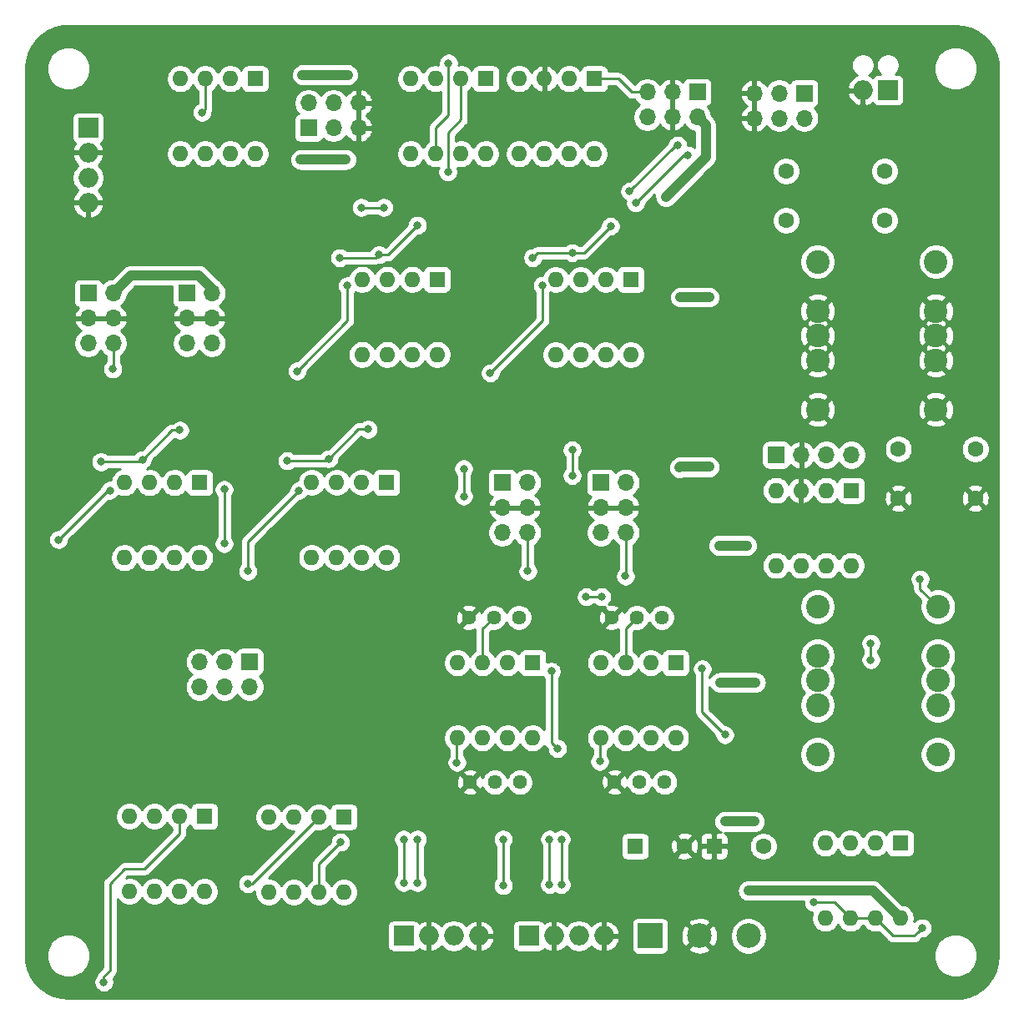
<source format=gbr>
G04 #@! TF.GenerationSoftware,KiCad,Pcbnew,5.1.5+dfsg1-2build2*
G04 #@! TF.CreationDate,2021-10-21T22:41:25+10:30*
G04 #@! TF.ProjectId,xover,786f7665-722e-46b6-9963-61645f706362,rev?*
G04 #@! TF.SameCoordinates,Original*
G04 #@! TF.FileFunction,Copper,L2,Bot*
G04 #@! TF.FilePolarity,Positive*
%FSLAX46Y46*%
G04 Gerber Fmt 4.6, Leading zero omitted, Abs format (unit mm)*
G04 Created by KiCad (PCBNEW 5.1.5+dfsg1-2build2) date 2021-10-21 22:41:25*
%MOMM*%
%LPD*%
G04 APERTURE LIST*
%ADD10R,1.600000X1.600000*%
%ADD11O,1.600000X1.600000*%
%ADD12C,1.440000*%
%ADD13R,1.700000X1.700000*%
%ADD14O,1.700000X1.700000*%
%ADD15C,2.500000*%
%ADD16R,2.500000X2.500000*%
%ADD17O,1.998980X1.998980*%
%ADD18R,1.998980X1.998980*%
%ADD19C,2.400000*%
%ADD20C,1.600000*%
%ADD21C,0.800000*%
%ADD22C,1.000000*%
%ADD23C,0.250000*%
%ADD24C,0.254000*%
G04 APERTURE END LIST*
D10*
X114400000Y-108600000D03*
D11*
X106780000Y-116220000D03*
X111860000Y-108600000D03*
X109320000Y-116220000D03*
X109320000Y-108600000D03*
X111860000Y-116220000D03*
X106780000Y-108600000D03*
X114400000Y-116220000D03*
D10*
X91600000Y-90300000D03*
D11*
X83980000Y-97920000D03*
X89060000Y-90300000D03*
X86520000Y-97920000D03*
X86520000Y-90300000D03*
X89060000Y-97920000D03*
X83980000Y-90300000D03*
X91600000Y-97920000D03*
D10*
X109400000Y-72800000D03*
D11*
X101780000Y-80420000D03*
X106860000Y-72800000D03*
X104320000Y-80420000D03*
X104320000Y-72800000D03*
X106860000Y-80420000D03*
X101780000Y-72800000D03*
X109400000Y-80420000D03*
D10*
X77100000Y-90300000D03*
D11*
X69480000Y-97920000D03*
X74560000Y-90300000D03*
X72020000Y-97920000D03*
X72020000Y-90300000D03*
X74560000Y-97920000D03*
X69480000Y-90300000D03*
X77100000Y-97920000D03*
D10*
X67400000Y-51400000D03*
D11*
X59780000Y-59020000D03*
X64860000Y-51400000D03*
X62320000Y-59020000D03*
X62320000Y-51400000D03*
X64860000Y-59020000D03*
X59780000Y-51400000D03*
X67400000Y-59020000D03*
D10*
X62300000Y-72000000D03*
D11*
X54680000Y-79620000D03*
X59760000Y-72000000D03*
X57220000Y-79620000D03*
X57220000Y-72000000D03*
X59760000Y-79620000D03*
X54680000Y-72000000D03*
X62300000Y-79620000D03*
D10*
X72350000Y-31050000D03*
D11*
X64730000Y-38670000D03*
X69810000Y-31050000D03*
X67270000Y-38670000D03*
X67270000Y-31050000D03*
X69810000Y-38670000D03*
X64730000Y-31050000D03*
X72350000Y-38670000D03*
D10*
X48950000Y-31050000D03*
D11*
X41330000Y-38670000D03*
X46410000Y-31050000D03*
X43870000Y-38670000D03*
X43870000Y-31050000D03*
X46410000Y-38670000D03*
X41330000Y-31050000D03*
X48950000Y-38670000D03*
D10*
X87050000Y-51405000D03*
D11*
X79430000Y-59025000D03*
X84510000Y-51405000D03*
X81970000Y-59025000D03*
X81970000Y-51405000D03*
X84510000Y-59025000D03*
X79430000Y-51405000D03*
X87050000Y-59025000D03*
D10*
X43800000Y-105875000D03*
D11*
X36180000Y-113495000D03*
X41260000Y-105875000D03*
X38720000Y-113495000D03*
X38720000Y-105875000D03*
X41260000Y-113495000D03*
X36180000Y-105875000D03*
X43800000Y-113495000D03*
D10*
X43320000Y-72025000D03*
D11*
X35700000Y-79645000D03*
X40780000Y-72025000D03*
X38240000Y-79645000D03*
X38240000Y-72025000D03*
X40780000Y-79645000D03*
X35700000Y-72025000D03*
X43320000Y-79645000D03*
D10*
X57945000Y-105945000D03*
D11*
X50325000Y-113565000D03*
X55405000Y-105945000D03*
X52865000Y-113565000D03*
X52865000Y-105945000D03*
X55405000Y-113565000D03*
X50325000Y-105945000D03*
X57945000Y-113565000D03*
D10*
X83350000Y-31050000D03*
D11*
X75730000Y-38670000D03*
X80810000Y-31050000D03*
X78270000Y-38670000D03*
X78270000Y-31050000D03*
X80810000Y-38670000D03*
X75730000Y-31050000D03*
X83350000Y-38670000D03*
D12*
X90480000Y-102400000D03*
X87940000Y-102400000D03*
X85400000Y-102400000D03*
X90200000Y-85700000D03*
X87660000Y-85700000D03*
X85120000Y-85700000D03*
X75800000Y-102400000D03*
X73260000Y-102400000D03*
X70720000Y-102400000D03*
X75700000Y-85700000D03*
X73160000Y-85700000D03*
X70620000Y-85700000D03*
D13*
X93800000Y-32400000D03*
D14*
X93800000Y-34940000D03*
X91260000Y-32400000D03*
X91260000Y-34940000D03*
X88720000Y-32400000D03*
X88720000Y-34940000D03*
D13*
X32000000Y-52800000D03*
D14*
X34540000Y-52800000D03*
X32000000Y-55340000D03*
X34540000Y-55340000D03*
X32000000Y-57880000D03*
X34540000Y-57880000D03*
D13*
X42000000Y-52800000D03*
D14*
X44540000Y-52800000D03*
X42000000Y-55340000D03*
X44540000Y-55340000D03*
X42000000Y-57880000D03*
X44540000Y-57880000D03*
D13*
X74000000Y-72000000D03*
D14*
X76540000Y-72000000D03*
X74000000Y-74540000D03*
X76540000Y-74540000D03*
X74000000Y-77080000D03*
X76540000Y-77080000D03*
D13*
X84000000Y-72000000D03*
D14*
X86540000Y-72000000D03*
X84000000Y-74540000D03*
X86540000Y-74540000D03*
X84000000Y-77080000D03*
X86540000Y-77080000D03*
D13*
X101800000Y-69200000D03*
D14*
X104340000Y-69200000D03*
X106880000Y-69200000D03*
X109420000Y-69200000D03*
D13*
X54350000Y-36050000D03*
D14*
X54350000Y-33510000D03*
X56890000Y-36050000D03*
X56890000Y-33510000D03*
X59430000Y-36050000D03*
X59430000Y-33510000D03*
D15*
X94000000Y-118000000D03*
D16*
X89000000Y-118000000D03*
D15*
X99000000Y-118000000D03*
D17*
X81780000Y-118000000D03*
X79240000Y-118000000D03*
D18*
X76700000Y-118000000D03*
D17*
X84320000Y-118000000D03*
X69080000Y-118000000D03*
X66540000Y-118000000D03*
D18*
X64000000Y-118000000D03*
D17*
X71620000Y-118000000D03*
D13*
X48380000Y-90200000D03*
D14*
X48380000Y-92740000D03*
X45840000Y-90200000D03*
X45840000Y-92740000D03*
X43300000Y-90200000D03*
X43300000Y-92740000D03*
D18*
X113140000Y-32200000D03*
D17*
X110600000Y-32200000D03*
D13*
X104650000Y-32500000D03*
D14*
X104650000Y-35040000D03*
X102110000Y-32500000D03*
X102110000Y-35040000D03*
X99570000Y-32500000D03*
X99570000Y-35040000D03*
D17*
X32000000Y-41080000D03*
X32000000Y-38540000D03*
D18*
X32000000Y-36000000D03*
D17*
X32000000Y-43620000D03*
D19*
X106000000Y-64600000D03*
X106000000Y-49600000D03*
X106000000Y-54600000D03*
X106000000Y-59600000D03*
X106000000Y-57100000D03*
X106000000Y-99600000D03*
X106000000Y-84600000D03*
X106000000Y-89600000D03*
X106000000Y-94600000D03*
X106000000Y-92100000D03*
X118200000Y-99600000D03*
X118200000Y-84600000D03*
X118200000Y-89600000D03*
X118200000Y-94600000D03*
X118200000Y-92100000D03*
D20*
X112800000Y-45400000D03*
X112800000Y-40400000D03*
X102800000Y-45400000D03*
X102800000Y-40400000D03*
X114200000Y-73600000D03*
X114200000Y-68600000D03*
X122000000Y-68600000D03*
X122000000Y-73600000D03*
D19*
X118000000Y-64600000D03*
X118000000Y-49600000D03*
X118000000Y-54600000D03*
X118000000Y-59600000D03*
X118000000Y-57100000D03*
D10*
X95500000Y-108900000D03*
D20*
X100500000Y-108900000D03*
D10*
X87500000Y-108900000D03*
D20*
X92500000Y-108900000D03*
D21*
X53550000Y-39250000D03*
X58150000Y-39250000D03*
X98800000Y-78400000D03*
X96000000Y-78400000D03*
X90600000Y-43000000D03*
X99000000Y-113400000D03*
X100400000Y-85200000D03*
X115400000Y-80400000D03*
X113000000Y-120800000D03*
X103400000Y-122400000D03*
X97600000Y-70800000D03*
X105400000Y-104000002D03*
X43550000Y-28450000D03*
X59950000Y-41250000D03*
X59950000Y-28450000D03*
X35400000Y-38600000D03*
X35400000Y-44600000D03*
X40750000Y-42850000D03*
X70950000Y-28450000D03*
X80950000Y-41250000D03*
X51550000Y-41250000D03*
X74550000Y-42650000D03*
X88500000Y-47000000D03*
X88600000Y-63600000D03*
X80800000Y-46800000D03*
X68900000Y-63600000D03*
X68900000Y-47100000D03*
X61400000Y-46800000D03*
X79900000Y-90300000D03*
X81200000Y-97600000D03*
X94300000Y-99000000D03*
X68100000Y-85500000D03*
X79900000Y-85400000D03*
X65300000Y-90300000D03*
X46400000Y-116800000D03*
X60600000Y-117000000D03*
X82600000Y-104600000D03*
X68200000Y-104400000D03*
X56400000Y-67600000D03*
X63600000Y-67800000D03*
X37100000Y-67500000D03*
X62300000Y-85400000D03*
X44950000Y-67750000D03*
X43300000Y-85700000D03*
X47800000Y-98900000D03*
X47600000Y-102900000D03*
X33400000Y-98900000D03*
X33300000Y-102600000D03*
X35400000Y-122500000D03*
X49500000Y-122400000D03*
X53750000Y-30649998D03*
X58350000Y-30650000D03*
X95000000Y-53200000D03*
X92100000Y-53200000D03*
X95000000Y-70425000D03*
X92000000Y-70500000D03*
X96100000Y-92300000D03*
X99699998Y-92300000D03*
X99600000Y-106400000D03*
X96600000Y-106400000D03*
X48200000Y-112699998D03*
X57600000Y-108500000D03*
X29000000Y-77800000D03*
X34200002Y-72800000D03*
X34500000Y-60500000D03*
X37500000Y-69700000D03*
X41300000Y-66700000D03*
X33300000Y-69900000D03*
X33600000Y-122700000D03*
X74100000Y-112900000D03*
X74100000Y-108200000D03*
X78100000Y-52000000D03*
X72800000Y-60900000D03*
X59700000Y-44100000D03*
X62000000Y-44100000D03*
X68500018Y-40500000D03*
X77100000Y-49200000D03*
X85000006Y-46000000D03*
X81100002Y-48700004D03*
X43550000Y-34450000D03*
X105600000Y-114600000D03*
X116600002Y-117200000D03*
X48200000Y-81000000D03*
X53400004Y-72800000D03*
X45800000Y-72700000D03*
X45800000Y-78200000D03*
X56400000Y-69600000D03*
X60400000Y-66600000D03*
X52200000Y-69800000D03*
X58300000Y-52050000D03*
X53200000Y-60700000D03*
X68550000Y-29450000D03*
X61500000Y-48900000D03*
X65400000Y-45900000D03*
X57525000Y-49200000D03*
X116400000Y-81800000D03*
X87550000Y-43650000D03*
X92800000Y-38800000D03*
X86936827Y-42463173D03*
X91800000Y-37800000D03*
X65400000Y-108200000D03*
X65400000Y-112600000D03*
X64000000Y-112600000D03*
X64000000Y-108200000D03*
X79600000Y-99000000D03*
X79000000Y-91149990D03*
X78800000Y-108200000D03*
X78800000Y-112799996D03*
X80000000Y-108200000D03*
X80000000Y-112800000D03*
X81100000Y-71300000D03*
X81100000Y-68700000D03*
X111400000Y-88325000D03*
X111400000Y-90000000D03*
X70100000Y-70600000D03*
X70100000Y-73400000D03*
X86500000Y-81500000D03*
X76600000Y-81000000D03*
X94300000Y-90900000D03*
X96600000Y-97600000D03*
X69400000Y-100400000D03*
X82525000Y-83600000D03*
X84100000Y-83600000D03*
X83900000Y-100300000D03*
D22*
X114400000Y-116220000D02*
X111580000Y-113400000D01*
X111580000Y-113400000D02*
X99199994Y-113400000D01*
X98800000Y-78400000D02*
X96000000Y-78400000D01*
X94649999Y-35789999D02*
X93800000Y-34940000D01*
X94649999Y-38950001D02*
X94649999Y-35789999D01*
X90600000Y-43000000D02*
X94649999Y-38950001D01*
X44540000Y-52800000D02*
X44540000Y-52540000D01*
X44540000Y-52540000D02*
X44500000Y-52500000D01*
X44500000Y-52249998D02*
X43250002Y-51000000D01*
X44500000Y-52500000D02*
X44500000Y-52249998D01*
X36340000Y-51000000D02*
X34540000Y-52800000D01*
X43250002Y-51000000D02*
X36340000Y-51000000D01*
X99199994Y-113400000D02*
X99000000Y-113400000D01*
X53550000Y-39250000D02*
X58150000Y-39250000D01*
X95000000Y-53200000D02*
X92100000Y-53200000D01*
X92075000Y-70425000D02*
X92000000Y-70500000D01*
X95000000Y-70425000D02*
X92075000Y-70425000D01*
X96100000Y-92300000D02*
X99699998Y-92300000D01*
X99600000Y-106400000D02*
X97000000Y-106400000D01*
X97000000Y-106400000D02*
X96600000Y-106400000D01*
X58349998Y-30649998D02*
X58350000Y-30650000D01*
X53750000Y-30649998D02*
X58349998Y-30649998D01*
D23*
X48650002Y-112699998D02*
X48200000Y-112699998D01*
X55405000Y-105945000D02*
X48650002Y-112699998D01*
X55405000Y-110695000D02*
X57600000Y-108500000D01*
X55405000Y-113565000D02*
X55405000Y-110695000D01*
X34000000Y-72800000D02*
X34200002Y-72800000D01*
X29000000Y-77800000D02*
X34000000Y-72800000D01*
X34540000Y-60460000D02*
X34500000Y-60500000D01*
X34540000Y-57880000D02*
X34540000Y-60460000D01*
X40500000Y-66700000D02*
X41300000Y-66700000D01*
X37500000Y-69700000D02*
X40500000Y-66700000D01*
X37300000Y-69900000D02*
X37500000Y-69700000D01*
X33300000Y-69900000D02*
X37300000Y-69900000D01*
X33600000Y-122134315D02*
X33600000Y-122700000D01*
X34200000Y-121534315D02*
X33600000Y-122134315D01*
X34200000Y-112700000D02*
X34200000Y-121534315D01*
X35700000Y-111200000D02*
X34200000Y-112700000D01*
X37700000Y-111200000D02*
X35700000Y-111200000D01*
X41260000Y-107640000D02*
X37700000Y-111200000D01*
X41260000Y-105875000D02*
X41260000Y-107640000D01*
X74100000Y-112900000D02*
X74100000Y-108200000D01*
X73199999Y-60500001D02*
X72800000Y-60900000D01*
X78100000Y-55600000D02*
X73199999Y-60500001D01*
X78100000Y-52000000D02*
X78100000Y-55600000D01*
X59700000Y-44100000D02*
X62000000Y-44100000D01*
X68500018Y-40500000D02*
X68500018Y-36499982D01*
X69810000Y-35190000D02*
X69810000Y-31050000D01*
X68500018Y-36499982D02*
X69810000Y-35190000D01*
X85000006Y-46000000D02*
X82300002Y-48700004D01*
X82300002Y-48700004D02*
X81100002Y-48700004D01*
X77600000Y-48700000D02*
X81099998Y-48700000D01*
X81099998Y-48700000D02*
X81100002Y-48700004D01*
X77100000Y-49200000D02*
X77600000Y-48700000D01*
X43870000Y-34130000D02*
X43550000Y-34450000D01*
X43870000Y-31050000D02*
X43870000Y-34130000D01*
X107700000Y-114600000D02*
X105600000Y-114600000D01*
X109320000Y-116220000D02*
X107700000Y-114600000D01*
X111860000Y-116220000D02*
X109320000Y-116220000D01*
X115800002Y-118000000D02*
X116200003Y-117599999D01*
X116200003Y-117599999D02*
X116600002Y-117200000D01*
X113640000Y-118000000D02*
X115800002Y-118000000D01*
X111860000Y-116220000D02*
X113640000Y-118000000D01*
X48200000Y-81000000D02*
X48200000Y-78000004D01*
X48200000Y-78000004D02*
X53000005Y-73199999D01*
X53000005Y-73199999D02*
X53400004Y-72800000D01*
X45800000Y-78200000D02*
X45800000Y-72700000D01*
X59400000Y-66600000D02*
X60400000Y-66600000D01*
X56400000Y-69600000D02*
X59400000Y-66600000D01*
X56200000Y-69800000D02*
X56400000Y-69600000D01*
X52200000Y-69800000D02*
X56200000Y-69800000D01*
X58300000Y-55600000D02*
X53599999Y-60300001D01*
X58300000Y-52050000D02*
X58300000Y-55600000D01*
X53599999Y-60300001D02*
X53200000Y-60700000D01*
X67250000Y-38650000D02*
X67270000Y-38670000D01*
X67250000Y-36000000D02*
X67250000Y-38650000D01*
X68500000Y-34750000D02*
X67250000Y-36000000D01*
X68500000Y-29500000D02*
X68500000Y-34750000D01*
X68550000Y-29450000D02*
X68500000Y-29500000D01*
X62400000Y-48900000D02*
X65000001Y-46299999D01*
X61500000Y-48900000D02*
X62400000Y-48900000D01*
X65000001Y-46299999D02*
X65400000Y-45900000D01*
X61200000Y-49200000D02*
X61500000Y-48900000D01*
X57525000Y-49200000D02*
X61200000Y-49200000D01*
X118200000Y-84600000D02*
X116400000Y-82800000D01*
X116400000Y-82800000D02*
X116400000Y-81800000D01*
X92400000Y-38800000D02*
X92800000Y-38800000D01*
X87550000Y-43650000D02*
X92400000Y-38800000D01*
X91600000Y-37800000D02*
X91800000Y-37800000D01*
X86936827Y-42463173D02*
X91600000Y-37800000D01*
X65400000Y-108200000D02*
X65400000Y-112600000D01*
X64000000Y-112600000D02*
X64000000Y-108200000D01*
X79600000Y-99000000D02*
X79000000Y-98400000D01*
X79000000Y-98400000D02*
X79000000Y-91149990D01*
X78800000Y-108200000D02*
X78800000Y-112799996D01*
X80000000Y-108200000D02*
X80000000Y-112800000D01*
X81100000Y-71300000D02*
X81100000Y-68700000D01*
X111400000Y-88325000D02*
X111400000Y-90000000D01*
X70100000Y-70600000D02*
X70100000Y-73400000D01*
X86540000Y-81460000D02*
X86500000Y-81500000D01*
X86540000Y-77080000D02*
X86540000Y-81460000D01*
X76540000Y-80940000D02*
X76600000Y-81000000D01*
X76540000Y-77080000D02*
X76540000Y-80940000D01*
X94300000Y-90900000D02*
X94300000Y-95300000D01*
X94300000Y-95300000D02*
X96200001Y-97200001D01*
X96200001Y-97200001D02*
X96600000Y-97600000D01*
X88720000Y-32400000D02*
X87150000Y-32400000D01*
X85800000Y-31050000D02*
X87150000Y-32400000D01*
X83350000Y-31050000D02*
X85800000Y-31050000D01*
X72020000Y-86840000D02*
X73160000Y-85700000D01*
X72020000Y-90300000D02*
X72020000Y-86840000D01*
X69400000Y-98000000D02*
X69480000Y-97920000D01*
X69400000Y-100400000D02*
X69400000Y-98000000D01*
X82525000Y-83600000D02*
X84100000Y-83600000D01*
X86520000Y-86840000D02*
X87660000Y-85700000D01*
X86520000Y-90300000D02*
X86520000Y-86840000D01*
X83900000Y-98000000D02*
X83980000Y-97920000D01*
X83900000Y-100300000D02*
X83900000Y-98000000D01*
D24*
G36*
X120768083Y-25731173D02*
G01*
X121511891Y-25934656D01*
X122207905Y-26266638D01*
X122834130Y-26716626D01*
X123370777Y-27270403D01*
X123800871Y-27910451D01*
X124110829Y-28616553D01*
X124292065Y-29371457D01*
X124340001Y-30024220D01*
X124340000Y-119970608D01*
X124268827Y-120768083D01*
X124065344Y-121511890D01*
X123733363Y-122207904D01*
X123283374Y-122834130D01*
X122729597Y-123370777D01*
X122089549Y-123800871D01*
X121383447Y-124110829D01*
X120628543Y-124292065D01*
X119975793Y-124340000D01*
X30029392Y-124340000D01*
X29231917Y-124268827D01*
X28488110Y-124065344D01*
X27792096Y-123733363D01*
X27165870Y-123283374D01*
X26629223Y-122729597D01*
X26540835Y-122598061D01*
X32565000Y-122598061D01*
X32565000Y-122801939D01*
X32604774Y-123001898D01*
X32682795Y-123190256D01*
X32796063Y-123359774D01*
X32940226Y-123503937D01*
X33109744Y-123617205D01*
X33298102Y-123695226D01*
X33498061Y-123735000D01*
X33701939Y-123735000D01*
X33901898Y-123695226D01*
X34090256Y-123617205D01*
X34259774Y-123503937D01*
X34403937Y-123359774D01*
X34517205Y-123190256D01*
X34595226Y-123001898D01*
X34635000Y-122801939D01*
X34635000Y-122598061D01*
X34595226Y-122398102D01*
X34541271Y-122267845D01*
X34711002Y-122098115D01*
X34740001Y-122074316D01*
X34783269Y-122021594D01*
X34834974Y-121958592D01*
X34905546Y-121826562D01*
X34922048Y-121772160D01*
X34949003Y-121683301D01*
X34960000Y-121571648D01*
X34960000Y-121571639D01*
X34963676Y-121534316D01*
X34960000Y-121496993D01*
X34960000Y-117000510D01*
X62362438Y-117000510D01*
X62362438Y-118999490D01*
X62374698Y-119123972D01*
X62411008Y-119243670D01*
X62469973Y-119353984D01*
X62549325Y-119450675D01*
X62646016Y-119530027D01*
X62756330Y-119588992D01*
X62876028Y-119625302D01*
X63000510Y-119637562D01*
X64999490Y-119637562D01*
X65123972Y-119625302D01*
X65243670Y-119588992D01*
X65353984Y-119530027D01*
X65450675Y-119450675D01*
X65530027Y-119353984D01*
X65557402Y-119302770D01*
X65580275Y-119323064D01*
X65856833Y-119484875D01*
X66159645Y-119589623D01*
X66413000Y-119470803D01*
X66413000Y-118127000D01*
X66393000Y-118127000D01*
X66393000Y-117873000D01*
X66413000Y-117873000D01*
X66413000Y-116529197D01*
X66667000Y-116529197D01*
X66667000Y-117873000D01*
X66687000Y-117873000D01*
X66687000Y-118127000D01*
X66667000Y-118127000D01*
X66667000Y-119470803D01*
X66920355Y-119589623D01*
X67223167Y-119484875D01*
X67499725Y-119323064D01*
X67739401Y-119110409D01*
X67801467Y-119028546D01*
X67810408Y-119041927D01*
X68038073Y-119269592D01*
X68305778Y-119448467D01*
X68603237Y-119571678D01*
X68919017Y-119634490D01*
X69240983Y-119634490D01*
X69556763Y-119571678D01*
X69854222Y-119448467D01*
X70121927Y-119269592D01*
X70349592Y-119041927D01*
X70358533Y-119028546D01*
X70420599Y-119110409D01*
X70660275Y-119323064D01*
X70936833Y-119484875D01*
X71239645Y-119589623D01*
X71493000Y-119470803D01*
X71493000Y-118127000D01*
X71747000Y-118127000D01*
X71747000Y-119470803D01*
X72000355Y-119589623D01*
X72303167Y-119484875D01*
X72579725Y-119323064D01*
X72819401Y-119110409D01*
X73012985Y-118855081D01*
X73153037Y-118566893D01*
X73209619Y-118380354D01*
X73090265Y-118127000D01*
X71747000Y-118127000D01*
X71493000Y-118127000D01*
X71473000Y-118127000D01*
X71473000Y-117873000D01*
X71493000Y-117873000D01*
X71493000Y-116529197D01*
X71747000Y-116529197D01*
X71747000Y-117873000D01*
X73090265Y-117873000D01*
X73209619Y-117619646D01*
X73153037Y-117433107D01*
X73012985Y-117144919D01*
X72903498Y-117000510D01*
X75062438Y-117000510D01*
X75062438Y-118999490D01*
X75074698Y-119123972D01*
X75111008Y-119243670D01*
X75169973Y-119353984D01*
X75249325Y-119450675D01*
X75346016Y-119530027D01*
X75456330Y-119588992D01*
X75576028Y-119625302D01*
X75700510Y-119637562D01*
X77699490Y-119637562D01*
X77823972Y-119625302D01*
X77943670Y-119588992D01*
X78053984Y-119530027D01*
X78150675Y-119450675D01*
X78230027Y-119353984D01*
X78257402Y-119302770D01*
X78280275Y-119323064D01*
X78556833Y-119484875D01*
X78859645Y-119589623D01*
X79113000Y-119470803D01*
X79113000Y-118127000D01*
X79093000Y-118127000D01*
X79093000Y-117873000D01*
X79113000Y-117873000D01*
X79113000Y-116529197D01*
X79367000Y-116529197D01*
X79367000Y-117873000D01*
X79387000Y-117873000D01*
X79387000Y-118127000D01*
X79367000Y-118127000D01*
X79367000Y-119470803D01*
X79620355Y-119589623D01*
X79923167Y-119484875D01*
X80199725Y-119323064D01*
X80439401Y-119110409D01*
X80501467Y-119028546D01*
X80510408Y-119041927D01*
X80738073Y-119269592D01*
X81005778Y-119448467D01*
X81303237Y-119571678D01*
X81619017Y-119634490D01*
X81940983Y-119634490D01*
X82256763Y-119571678D01*
X82554222Y-119448467D01*
X82821927Y-119269592D01*
X83049592Y-119041927D01*
X83058533Y-119028546D01*
X83120599Y-119110409D01*
X83360275Y-119323064D01*
X83636833Y-119484875D01*
X83939645Y-119589623D01*
X84193000Y-119470803D01*
X84193000Y-118127000D01*
X84447000Y-118127000D01*
X84447000Y-119470803D01*
X84700355Y-119589623D01*
X85003167Y-119484875D01*
X85279725Y-119323064D01*
X85519401Y-119110409D01*
X85712985Y-118855081D01*
X85853037Y-118566893D01*
X85909619Y-118380354D01*
X85790265Y-118127000D01*
X84447000Y-118127000D01*
X84193000Y-118127000D01*
X84173000Y-118127000D01*
X84173000Y-117873000D01*
X84193000Y-117873000D01*
X84193000Y-116529197D01*
X84447000Y-116529197D01*
X84447000Y-117873000D01*
X85790265Y-117873000D01*
X85909619Y-117619646D01*
X85853037Y-117433107D01*
X85712985Y-117144919D01*
X85519401Y-116889591D01*
X85362073Y-116750000D01*
X87111928Y-116750000D01*
X87111928Y-119250000D01*
X87124188Y-119374482D01*
X87160498Y-119494180D01*
X87219463Y-119604494D01*
X87298815Y-119701185D01*
X87395506Y-119780537D01*
X87505820Y-119839502D01*
X87625518Y-119875812D01*
X87750000Y-119888072D01*
X90250000Y-119888072D01*
X90374482Y-119875812D01*
X90494180Y-119839502D01*
X90604494Y-119780537D01*
X90701185Y-119701185D01*
X90780537Y-119604494D01*
X90839502Y-119494180D01*
X90875812Y-119374482D01*
X90881807Y-119313605D01*
X92866000Y-119313605D01*
X92991914Y-119603577D01*
X93324126Y-119769433D01*
X93682312Y-119867290D01*
X94052706Y-119893389D01*
X94421075Y-119846725D01*
X94773262Y-119729094D01*
X95008086Y-119603577D01*
X95134000Y-119313605D01*
X94000000Y-118179605D01*
X92866000Y-119313605D01*
X90881807Y-119313605D01*
X90888072Y-119250000D01*
X90888072Y-118052706D01*
X92106611Y-118052706D01*
X92153275Y-118421075D01*
X92270906Y-118773262D01*
X92396423Y-119008086D01*
X92686395Y-119134000D01*
X93820395Y-118000000D01*
X94179605Y-118000000D01*
X95313605Y-119134000D01*
X95603577Y-119008086D01*
X95769433Y-118675874D01*
X95867290Y-118317688D01*
X95893389Y-117947294D01*
X95876548Y-117814344D01*
X97115000Y-117814344D01*
X97115000Y-118185656D01*
X97187439Y-118549834D01*
X97329534Y-118892882D01*
X97535825Y-119201618D01*
X97798382Y-119464175D01*
X98107118Y-119670466D01*
X98450166Y-119812561D01*
X98814344Y-119885000D01*
X99185656Y-119885000D01*
X99549834Y-119812561D01*
X99628752Y-119779872D01*
X117765000Y-119779872D01*
X117765000Y-120220128D01*
X117850890Y-120651925D01*
X118019369Y-121058669D01*
X118263962Y-121424729D01*
X118575271Y-121736038D01*
X118941331Y-121980631D01*
X119348075Y-122149110D01*
X119779872Y-122235000D01*
X120220128Y-122235000D01*
X120651925Y-122149110D01*
X121058669Y-121980631D01*
X121424729Y-121736038D01*
X121736038Y-121424729D01*
X121980631Y-121058669D01*
X122149110Y-120651925D01*
X122235000Y-120220128D01*
X122235000Y-119779872D01*
X122149110Y-119348075D01*
X121980631Y-118941331D01*
X121736038Y-118575271D01*
X121424729Y-118263962D01*
X121058669Y-118019369D01*
X120651925Y-117850890D01*
X120220128Y-117765000D01*
X119779872Y-117765000D01*
X119348075Y-117850890D01*
X118941331Y-118019369D01*
X118575271Y-118263962D01*
X118263962Y-118575271D01*
X118019369Y-118941331D01*
X117850890Y-119348075D01*
X117765000Y-119779872D01*
X99628752Y-119779872D01*
X99892882Y-119670466D01*
X100201618Y-119464175D01*
X100464175Y-119201618D01*
X100670466Y-118892882D01*
X100812561Y-118549834D01*
X100885000Y-118185656D01*
X100885000Y-117814344D01*
X100812561Y-117450166D01*
X100670466Y-117107118D01*
X100464175Y-116798382D01*
X100201618Y-116535825D01*
X99892882Y-116329534D01*
X99549834Y-116187439D01*
X99185656Y-116115000D01*
X98814344Y-116115000D01*
X98450166Y-116187439D01*
X98107118Y-116329534D01*
X97798382Y-116535825D01*
X97535825Y-116798382D01*
X97329534Y-117107118D01*
X97187439Y-117450166D01*
X97115000Y-117814344D01*
X95876548Y-117814344D01*
X95846725Y-117578925D01*
X95729094Y-117226738D01*
X95603577Y-116991914D01*
X95313605Y-116866000D01*
X94179605Y-118000000D01*
X93820395Y-118000000D01*
X92686395Y-116866000D01*
X92396423Y-116991914D01*
X92230567Y-117324126D01*
X92132710Y-117682312D01*
X92106611Y-118052706D01*
X90888072Y-118052706D01*
X90888072Y-116750000D01*
X90881808Y-116686395D01*
X92866000Y-116686395D01*
X94000000Y-117820395D01*
X95134000Y-116686395D01*
X95008086Y-116396423D01*
X94675874Y-116230567D01*
X94317688Y-116132710D01*
X93947294Y-116106611D01*
X93578925Y-116153275D01*
X93226738Y-116270906D01*
X92991914Y-116396423D01*
X92866000Y-116686395D01*
X90881808Y-116686395D01*
X90875812Y-116625518D01*
X90839502Y-116505820D01*
X90780537Y-116395506D01*
X90701185Y-116298815D01*
X90604494Y-116219463D01*
X90494180Y-116160498D01*
X90374482Y-116124188D01*
X90250000Y-116111928D01*
X87750000Y-116111928D01*
X87625518Y-116124188D01*
X87505820Y-116160498D01*
X87395506Y-116219463D01*
X87298815Y-116298815D01*
X87219463Y-116395506D01*
X87160498Y-116505820D01*
X87124188Y-116625518D01*
X87111928Y-116750000D01*
X85362073Y-116750000D01*
X85279725Y-116676936D01*
X85003167Y-116515125D01*
X84700355Y-116410377D01*
X84447000Y-116529197D01*
X84193000Y-116529197D01*
X83939645Y-116410377D01*
X83636833Y-116515125D01*
X83360275Y-116676936D01*
X83120599Y-116889591D01*
X83058533Y-116971454D01*
X83049592Y-116958073D01*
X82821927Y-116730408D01*
X82554222Y-116551533D01*
X82256763Y-116428322D01*
X81940983Y-116365510D01*
X81619017Y-116365510D01*
X81303237Y-116428322D01*
X81005778Y-116551533D01*
X80738073Y-116730408D01*
X80510408Y-116958073D01*
X80501467Y-116971454D01*
X80439401Y-116889591D01*
X80199725Y-116676936D01*
X79923167Y-116515125D01*
X79620355Y-116410377D01*
X79367000Y-116529197D01*
X79113000Y-116529197D01*
X78859645Y-116410377D01*
X78556833Y-116515125D01*
X78280275Y-116676936D01*
X78257402Y-116697230D01*
X78230027Y-116646016D01*
X78150675Y-116549325D01*
X78053984Y-116469973D01*
X77943670Y-116411008D01*
X77823972Y-116374698D01*
X77699490Y-116362438D01*
X75700510Y-116362438D01*
X75576028Y-116374698D01*
X75456330Y-116411008D01*
X75346016Y-116469973D01*
X75249325Y-116549325D01*
X75169973Y-116646016D01*
X75111008Y-116756330D01*
X75074698Y-116876028D01*
X75062438Y-117000510D01*
X72903498Y-117000510D01*
X72819401Y-116889591D01*
X72579725Y-116676936D01*
X72303167Y-116515125D01*
X72000355Y-116410377D01*
X71747000Y-116529197D01*
X71493000Y-116529197D01*
X71239645Y-116410377D01*
X70936833Y-116515125D01*
X70660275Y-116676936D01*
X70420599Y-116889591D01*
X70358533Y-116971454D01*
X70349592Y-116958073D01*
X70121927Y-116730408D01*
X69854222Y-116551533D01*
X69556763Y-116428322D01*
X69240983Y-116365510D01*
X68919017Y-116365510D01*
X68603237Y-116428322D01*
X68305778Y-116551533D01*
X68038073Y-116730408D01*
X67810408Y-116958073D01*
X67801467Y-116971454D01*
X67739401Y-116889591D01*
X67499725Y-116676936D01*
X67223167Y-116515125D01*
X66920355Y-116410377D01*
X66667000Y-116529197D01*
X66413000Y-116529197D01*
X66159645Y-116410377D01*
X65856833Y-116515125D01*
X65580275Y-116676936D01*
X65557402Y-116697230D01*
X65530027Y-116646016D01*
X65450675Y-116549325D01*
X65353984Y-116469973D01*
X65243670Y-116411008D01*
X65123972Y-116374698D01*
X64999490Y-116362438D01*
X63000510Y-116362438D01*
X62876028Y-116374698D01*
X62756330Y-116411008D01*
X62646016Y-116469973D01*
X62549325Y-116549325D01*
X62469973Y-116646016D01*
X62411008Y-116756330D01*
X62374698Y-116876028D01*
X62362438Y-117000510D01*
X34960000Y-117000510D01*
X34960000Y-114252072D01*
X35065363Y-114409759D01*
X35265241Y-114609637D01*
X35500273Y-114766680D01*
X35761426Y-114874853D01*
X36038665Y-114930000D01*
X36321335Y-114930000D01*
X36598574Y-114874853D01*
X36859727Y-114766680D01*
X37094759Y-114609637D01*
X37294637Y-114409759D01*
X37450000Y-114177241D01*
X37605363Y-114409759D01*
X37805241Y-114609637D01*
X38040273Y-114766680D01*
X38301426Y-114874853D01*
X38578665Y-114930000D01*
X38861335Y-114930000D01*
X39138574Y-114874853D01*
X39399727Y-114766680D01*
X39634759Y-114609637D01*
X39834637Y-114409759D01*
X39990000Y-114177241D01*
X40145363Y-114409759D01*
X40345241Y-114609637D01*
X40580273Y-114766680D01*
X40841426Y-114874853D01*
X41118665Y-114930000D01*
X41401335Y-114930000D01*
X41678574Y-114874853D01*
X41939727Y-114766680D01*
X42174759Y-114609637D01*
X42374637Y-114409759D01*
X42530000Y-114177241D01*
X42685363Y-114409759D01*
X42885241Y-114609637D01*
X43120273Y-114766680D01*
X43381426Y-114874853D01*
X43658665Y-114930000D01*
X43941335Y-114930000D01*
X44218574Y-114874853D01*
X44479727Y-114766680D01*
X44714759Y-114609637D01*
X44914637Y-114409759D01*
X45071680Y-114174727D01*
X45179853Y-113913574D01*
X45235000Y-113636335D01*
X45235000Y-113353665D01*
X45179853Y-113076426D01*
X45071680Y-112815273D01*
X44926543Y-112598059D01*
X47165000Y-112598059D01*
X47165000Y-112801937D01*
X47204774Y-113001896D01*
X47282795Y-113190254D01*
X47396063Y-113359772D01*
X47540226Y-113503935D01*
X47709744Y-113617203D01*
X47898102Y-113695224D01*
X48098061Y-113734998D01*
X48301939Y-113734998D01*
X48501898Y-113695224D01*
X48690256Y-113617203D01*
X48859774Y-113503935D01*
X48890000Y-113473709D01*
X48890000Y-113706335D01*
X48945147Y-113983574D01*
X49053320Y-114244727D01*
X49210363Y-114479759D01*
X49410241Y-114679637D01*
X49645273Y-114836680D01*
X49906426Y-114944853D01*
X50183665Y-115000000D01*
X50466335Y-115000000D01*
X50743574Y-114944853D01*
X51004727Y-114836680D01*
X51239759Y-114679637D01*
X51439637Y-114479759D01*
X51595000Y-114247241D01*
X51750363Y-114479759D01*
X51950241Y-114679637D01*
X52185273Y-114836680D01*
X52446426Y-114944853D01*
X52723665Y-115000000D01*
X53006335Y-115000000D01*
X53283574Y-114944853D01*
X53544727Y-114836680D01*
X53779759Y-114679637D01*
X53979637Y-114479759D01*
X54135000Y-114247241D01*
X54290363Y-114479759D01*
X54490241Y-114679637D01*
X54725273Y-114836680D01*
X54986426Y-114944853D01*
X55263665Y-115000000D01*
X55546335Y-115000000D01*
X55823574Y-114944853D01*
X56084727Y-114836680D01*
X56319759Y-114679637D01*
X56519637Y-114479759D01*
X56675000Y-114247241D01*
X56830363Y-114479759D01*
X57030241Y-114679637D01*
X57265273Y-114836680D01*
X57526426Y-114944853D01*
X57803665Y-115000000D01*
X58086335Y-115000000D01*
X58363574Y-114944853D01*
X58624727Y-114836680D01*
X58859759Y-114679637D01*
X59059637Y-114479759D01*
X59216680Y-114244727D01*
X59324853Y-113983574D01*
X59380000Y-113706335D01*
X59380000Y-113423665D01*
X59324853Y-113146426D01*
X59216680Y-112885273D01*
X59059637Y-112650241D01*
X58859759Y-112450363D01*
X58624727Y-112293320D01*
X58363574Y-112185147D01*
X58086335Y-112130000D01*
X57803665Y-112130000D01*
X57526426Y-112185147D01*
X57265273Y-112293320D01*
X57030241Y-112450363D01*
X56830363Y-112650241D01*
X56675000Y-112882759D01*
X56519637Y-112650241D01*
X56319759Y-112450363D01*
X56165000Y-112346957D01*
X56165000Y-111009801D01*
X57639802Y-109535000D01*
X57701939Y-109535000D01*
X57901898Y-109495226D01*
X58090256Y-109417205D01*
X58259774Y-109303937D01*
X58403937Y-109159774D01*
X58517205Y-108990256D01*
X58595226Y-108801898D01*
X58635000Y-108601939D01*
X58635000Y-108398061D01*
X58595226Y-108198102D01*
X58553788Y-108098061D01*
X62965000Y-108098061D01*
X62965000Y-108301939D01*
X63004774Y-108501898D01*
X63082795Y-108690256D01*
X63196063Y-108859774D01*
X63240001Y-108903712D01*
X63240000Y-111896289D01*
X63196063Y-111940226D01*
X63082795Y-112109744D01*
X63004774Y-112298102D01*
X62965000Y-112498061D01*
X62965000Y-112701939D01*
X63004774Y-112901898D01*
X63082795Y-113090256D01*
X63196063Y-113259774D01*
X63340226Y-113403937D01*
X63509744Y-113517205D01*
X63698102Y-113595226D01*
X63898061Y-113635000D01*
X64101939Y-113635000D01*
X64301898Y-113595226D01*
X64490256Y-113517205D01*
X64659774Y-113403937D01*
X64700000Y-113363711D01*
X64740226Y-113403937D01*
X64909744Y-113517205D01*
X65098102Y-113595226D01*
X65298061Y-113635000D01*
X65501939Y-113635000D01*
X65701898Y-113595226D01*
X65890256Y-113517205D01*
X66059774Y-113403937D01*
X66203937Y-113259774D01*
X66317205Y-113090256D01*
X66395226Y-112901898D01*
X66435000Y-112701939D01*
X66435000Y-112498061D01*
X66395226Y-112298102D01*
X66317205Y-112109744D01*
X66203937Y-111940226D01*
X66160000Y-111896289D01*
X66160000Y-108903711D01*
X66203937Y-108859774D01*
X66317205Y-108690256D01*
X66395226Y-108501898D01*
X66435000Y-108301939D01*
X66435000Y-108098061D01*
X73065000Y-108098061D01*
X73065000Y-108301939D01*
X73104774Y-108501898D01*
X73182795Y-108690256D01*
X73296063Y-108859774D01*
X73340001Y-108903712D01*
X73340000Y-112196289D01*
X73296063Y-112240226D01*
X73182795Y-112409744D01*
X73104774Y-112598102D01*
X73065000Y-112798061D01*
X73065000Y-113001939D01*
X73104774Y-113201898D01*
X73182795Y-113390256D01*
X73296063Y-113559774D01*
X73440226Y-113703937D01*
X73609744Y-113817205D01*
X73798102Y-113895226D01*
X73998061Y-113935000D01*
X74201939Y-113935000D01*
X74401898Y-113895226D01*
X74590256Y-113817205D01*
X74759774Y-113703937D01*
X74903937Y-113559774D01*
X75017205Y-113390256D01*
X75095226Y-113201898D01*
X75135000Y-113001939D01*
X75135000Y-112798061D01*
X75095226Y-112598102D01*
X75017205Y-112409744D01*
X74903937Y-112240226D01*
X74860000Y-112196289D01*
X74860000Y-108903711D01*
X74903937Y-108859774D01*
X75017205Y-108690256D01*
X75095226Y-108501898D01*
X75135000Y-108301939D01*
X75135000Y-108098061D01*
X77765000Y-108098061D01*
X77765000Y-108301939D01*
X77804774Y-108501898D01*
X77882795Y-108690256D01*
X77996063Y-108859774D01*
X78040000Y-108903711D01*
X78040001Y-112096284D01*
X77996063Y-112140222D01*
X77882795Y-112309740D01*
X77804774Y-112498098D01*
X77765000Y-112698057D01*
X77765000Y-112901935D01*
X77804774Y-113101894D01*
X77882795Y-113290252D01*
X77996063Y-113459770D01*
X78140226Y-113603933D01*
X78309744Y-113717201D01*
X78498102Y-113795222D01*
X78698061Y-113834996D01*
X78901939Y-113834996D01*
X79101898Y-113795222D01*
X79290256Y-113717201D01*
X79399997Y-113643875D01*
X79509744Y-113717205D01*
X79698102Y-113795226D01*
X79898061Y-113835000D01*
X80101939Y-113835000D01*
X80301898Y-113795226D01*
X80490256Y-113717205D01*
X80659774Y-113603937D01*
X80803937Y-113459774D01*
X80843876Y-113400000D01*
X97859509Y-113400000D01*
X97881423Y-113622499D01*
X97946324Y-113836447D01*
X98051716Y-114033623D01*
X98193551Y-114206449D01*
X98366377Y-114348284D01*
X98563553Y-114453676D01*
X98777501Y-114518577D01*
X98944248Y-114535000D01*
X104565000Y-114535000D01*
X104565000Y-114701939D01*
X104604774Y-114901898D01*
X104682795Y-115090256D01*
X104796063Y-115259774D01*
X104940226Y-115403937D01*
X105109744Y-115517205D01*
X105298102Y-115595226D01*
X105471289Y-115629675D01*
X105400147Y-115801426D01*
X105345000Y-116078665D01*
X105345000Y-116361335D01*
X105400147Y-116638574D01*
X105508320Y-116899727D01*
X105665363Y-117134759D01*
X105865241Y-117334637D01*
X106100273Y-117491680D01*
X106361426Y-117599853D01*
X106638665Y-117655000D01*
X106921335Y-117655000D01*
X107198574Y-117599853D01*
X107459727Y-117491680D01*
X107694759Y-117334637D01*
X107894637Y-117134759D01*
X108050000Y-116902241D01*
X108205363Y-117134759D01*
X108405241Y-117334637D01*
X108640273Y-117491680D01*
X108901426Y-117599853D01*
X109178665Y-117655000D01*
X109461335Y-117655000D01*
X109738574Y-117599853D01*
X109999727Y-117491680D01*
X110234759Y-117334637D01*
X110434637Y-117134759D01*
X110538043Y-116980000D01*
X110641957Y-116980000D01*
X110745363Y-117134759D01*
X110945241Y-117334637D01*
X111180273Y-117491680D01*
X111441426Y-117599853D01*
X111718665Y-117655000D01*
X112001335Y-117655000D01*
X112183886Y-117618688D01*
X113076201Y-118511003D01*
X113099999Y-118540001D01*
X113128997Y-118563799D01*
X113215723Y-118634974D01*
X113292241Y-118675874D01*
X113347753Y-118705546D01*
X113491014Y-118749003D01*
X113602667Y-118760000D01*
X113602676Y-118760000D01*
X113639999Y-118763676D01*
X113677322Y-118760000D01*
X115762680Y-118760000D01*
X115800002Y-118763676D01*
X115837324Y-118760000D01*
X115837335Y-118760000D01*
X115948988Y-118749003D01*
X116092249Y-118705546D01*
X116224278Y-118634974D01*
X116340003Y-118540001D01*
X116363806Y-118510997D01*
X116639803Y-118235000D01*
X116701941Y-118235000D01*
X116901900Y-118195226D01*
X117090258Y-118117205D01*
X117259776Y-118003937D01*
X117403939Y-117859774D01*
X117517207Y-117690256D01*
X117595228Y-117501898D01*
X117635002Y-117301939D01*
X117635002Y-117098061D01*
X117595228Y-116898102D01*
X117517207Y-116709744D01*
X117403939Y-116540226D01*
X117259776Y-116396063D01*
X117090258Y-116282795D01*
X116901900Y-116204774D01*
X116701941Y-116165000D01*
X116498063Y-116165000D01*
X116298104Y-116204774D01*
X116109746Y-116282795D01*
X115940228Y-116396063D01*
X115800248Y-116536043D01*
X115835000Y-116361335D01*
X115835000Y-116078665D01*
X115779853Y-115801426D01*
X115671680Y-115540273D01*
X115514637Y-115305241D01*
X115314759Y-115105363D01*
X115079727Y-114948320D01*
X114818574Y-114840147D01*
X114577282Y-114792150D01*
X112421996Y-112636865D01*
X112386449Y-112593551D01*
X112213623Y-112451716D01*
X112016447Y-112346324D01*
X111802499Y-112281423D01*
X111635752Y-112265000D01*
X111635751Y-112265000D01*
X111580000Y-112259509D01*
X111524249Y-112265000D01*
X98944248Y-112265000D01*
X98777501Y-112281423D01*
X98563553Y-112346324D01*
X98366377Y-112451716D01*
X98193551Y-112593551D01*
X98051716Y-112766377D01*
X97946324Y-112963553D01*
X97881423Y-113177501D01*
X97859509Y-113400000D01*
X80843876Y-113400000D01*
X80917205Y-113290256D01*
X80995226Y-113101898D01*
X81035000Y-112901939D01*
X81035000Y-112698061D01*
X80995226Y-112498102D01*
X80917205Y-112309744D01*
X80803937Y-112140226D01*
X80760000Y-112096289D01*
X80760000Y-108903711D01*
X80803937Y-108859774D01*
X80917205Y-108690256D01*
X80995226Y-108501898D01*
X81035000Y-108301939D01*
X81035000Y-108100000D01*
X86061928Y-108100000D01*
X86061928Y-109700000D01*
X86074188Y-109824482D01*
X86110498Y-109944180D01*
X86169463Y-110054494D01*
X86248815Y-110151185D01*
X86345506Y-110230537D01*
X86455820Y-110289502D01*
X86575518Y-110325812D01*
X86700000Y-110338072D01*
X88300000Y-110338072D01*
X88424482Y-110325812D01*
X88544180Y-110289502D01*
X88654494Y-110230537D01*
X88751185Y-110151185D01*
X88830537Y-110054494D01*
X88889502Y-109944180D01*
X88905117Y-109892702D01*
X91686903Y-109892702D01*
X91758486Y-110136671D01*
X92013996Y-110257571D01*
X92288184Y-110326300D01*
X92570512Y-110340217D01*
X92850130Y-110298787D01*
X93116292Y-110203603D01*
X93241514Y-110136671D01*
X93313097Y-109892702D01*
X92500000Y-109079605D01*
X91686903Y-109892702D01*
X88905117Y-109892702D01*
X88925812Y-109824482D01*
X88938072Y-109700000D01*
X88938072Y-108970512D01*
X91059783Y-108970512D01*
X91101213Y-109250130D01*
X91196397Y-109516292D01*
X91263329Y-109641514D01*
X91507298Y-109713097D01*
X92320395Y-108900000D01*
X92679605Y-108900000D01*
X93492702Y-109713097D01*
X93537339Y-109700000D01*
X94061928Y-109700000D01*
X94074188Y-109824482D01*
X94110498Y-109944180D01*
X94169463Y-110054494D01*
X94248815Y-110151185D01*
X94345506Y-110230537D01*
X94455820Y-110289502D01*
X94575518Y-110325812D01*
X94700000Y-110338072D01*
X95214250Y-110335000D01*
X95373000Y-110176250D01*
X95373000Y-109027000D01*
X95627000Y-109027000D01*
X95627000Y-110176250D01*
X95785750Y-110335000D01*
X96300000Y-110338072D01*
X96424482Y-110325812D01*
X96544180Y-110289502D01*
X96654494Y-110230537D01*
X96751185Y-110151185D01*
X96830537Y-110054494D01*
X96889502Y-109944180D01*
X96925812Y-109824482D01*
X96938072Y-109700000D01*
X96935000Y-109185750D01*
X96776250Y-109027000D01*
X95627000Y-109027000D01*
X95373000Y-109027000D01*
X94223750Y-109027000D01*
X94065000Y-109185750D01*
X94061928Y-109700000D01*
X93537339Y-109700000D01*
X93736671Y-109641514D01*
X93857571Y-109386004D01*
X93926300Y-109111816D01*
X93940217Y-108829488D01*
X93898787Y-108549870D01*
X93803603Y-108283708D01*
X93736671Y-108158486D01*
X93537340Y-108100000D01*
X94061928Y-108100000D01*
X94065000Y-108614250D01*
X94223750Y-108773000D01*
X95373000Y-108773000D01*
X95373000Y-107623750D01*
X95214250Y-107465000D01*
X94700000Y-107461928D01*
X94575518Y-107474188D01*
X94455820Y-107510498D01*
X94345506Y-107569463D01*
X94248815Y-107648815D01*
X94169463Y-107745506D01*
X94110498Y-107855820D01*
X94074188Y-107975518D01*
X94061928Y-108100000D01*
X93537340Y-108100000D01*
X93492702Y-108086903D01*
X92679605Y-108900000D01*
X92320395Y-108900000D01*
X91507298Y-108086903D01*
X91263329Y-108158486D01*
X91142429Y-108413996D01*
X91073700Y-108688184D01*
X91059783Y-108970512D01*
X88938072Y-108970512D01*
X88938072Y-108100000D01*
X88925812Y-107975518D01*
X88905118Y-107907298D01*
X91686903Y-107907298D01*
X92500000Y-108720395D01*
X93313097Y-107907298D01*
X93241514Y-107663329D01*
X92986004Y-107542429D01*
X92711816Y-107473700D01*
X92429488Y-107459783D01*
X92149870Y-107501213D01*
X91883708Y-107596397D01*
X91758486Y-107663329D01*
X91686903Y-107907298D01*
X88905118Y-107907298D01*
X88889502Y-107855820D01*
X88830537Y-107745506D01*
X88751185Y-107648815D01*
X88654494Y-107569463D01*
X88544180Y-107510498D01*
X88424482Y-107474188D01*
X88300000Y-107461928D01*
X86700000Y-107461928D01*
X86575518Y-107474188D01*
X86455820Y-107510498D01*
X86345506Y-107569463D01*
X86248815Y-107648815D01*
X86169463Y-107745506D01*
X86110498Y-107855820D01*
X86074188Y-107975518D01*
X86061928Y-108100000D01*
X81035000Y-108100000D01*
X81035000Y-108098061D01*
X80995226Y-107898102D01*
X80917205Y-107709744D01*
X80803937Y-107540226D01*
X80659774Y-107396063D01*
X80490256Y-107282795D01*
X80301898Y-107204774D01*
X80101939Y-107165000D01*
X79898061Y-107165000D01*
X79698102Y-107204774D01*
X79509744Y-107282795D01*
X79400000Y-107356123D01*
X79290256Y-107282795D01*
X79101898Y-107204774D01*
X78901939Y-107165000D01*
X78698061Y-107165000D01*
X78498102Y-107204774D01*
X78309744Y-107282795D01*
X78140226Y-107396063D01*
X77996063Y-107540226D01*
X77882795Y-107709744D01*
X77804774Y-107898102D01*
X77765000Y-108098061D01*
X75135000Y-108098061D01*
X75095226Y-107898102D01*
X75017205Y-107709744D01*
X74903937Y-107540226D01*
X74759774Y-107396063D01*
X74590256Y-107282795D01*
X74401898Y-107204774D01*
X74201939Y-107165000D01*
X73998061Y-107165000D01*
X73798102Y-107204774D01*
X73609744Y-107282795D01*
X73440226Y-107396063D01*
X73296063Y-107540226D01*
X73182795Y-107709744D01*
X73104774Y-107898102D01*
X73065000Y-108098061D01*
X66435000Y-108098061D01*
X66395226Y-107898102D01*
X66317205Y-107709744D01*
X66203937Y-107540226D01*
X66059774Y-107396063D01*
X65890256Y-107282795D01*
X65701898Y-107204774D01*
X65501939Y-107165000D01*
X65298061Y-107165000D01*
X65098102Y-107204774D01*
X64909744Y-107282795D01*
X64740226Y-107396063D01*
X64700000Y-107436289D01*
X64659774Y-107396063D01*
X64490256Y-107282795D01*
X64301898Y-107204774D01*
X64101939Y-107165000D01*
X63898061Y-107165000D01*
X63698102Y-107204774D01*
X63509744Y-107282795D01*
X63340226Y-107396063D01*
X63196063Y-107540226D01*
X63082795Y-107709744D01*
X63004774Y-107898102D01*
X62965000Y-108098061D01*
X58553788Y-108098061D01*
X58517205Y-108009744D01*
X58403937Y-107840226D01*
X58259774Y-107696063D01*
X58090256Y-107582795D01*
X57901898Y-107504774D01*
X57701939Y-107465000D01*
X57498061Y-107465000D01*
X57298102Y-107504774D01*
X57109744Y-107582795D01*
X56940226Y-107696063D01*
X56796063Y-107840226D01*
X56682795Y-108009744D01*
X56604774Y-108198102D01*
X56565000Y-108398061D01*
X56565000Y-108460198D01*
X54893998Y-110131201D01*
X54865000Y-110154999D01*
X54841202Y-110183997D01*
X54841201Y-110183998D01*
X54770026Y-110270724D01*
X54699454Y-110402754D01*
X54684820Y-110450998D01*
X54655998Y-110546014D01*
X54654125Y-110565027D01*
X54641324Y-110695000D01*
X54645001Y-110732332D01*
X54645000Y-112346956D01*
X54490241Y-112450363D01*
X54290363Y-112650241D01*
X54135000Y-112882759D01*
X53979637Y-112650241D01*
X53779759Y-112450363D01*
X53544727Y-112293320D01*
X53283574Y-112185147D01*
X53006335Y-112130000D01*
X52723665Y-112130000D01*
X52446426Y-112185147D01*
X52185273Y-112293320D01*
X51950241Y-112450363D01*
X51750363Y-112650241D01*
X51595000Y-112882759D01*
X51439637Y-112650241D01*
X51239759Y-112450363D01*
X51004727Y-112293320D01*
X50743574Y-112185147D01*
X50466335Y-112130000D01*
X50294801Y-112130000D01*
X55081114Y-107343688D01*
X55263665Y-107380000D01*
X55546335Y-107380000D01*
X55823574Y-107324853D01*
X56084727Y-107216680D01*
X56319759Y-107059637D01*
X56518357Y-106861039D01*
X56519188Y-106869482D01*
X56555498Y-106989180D01*
X56614463Y-107099494D01*
X56693815Y-107196185D01*
X56790506Y-107275537D01*
X56900820Y-107334502D01*
X57020518Y-107370812D01*
X57145000Y-107383072D01*
X58745000Y-107383072D01*
X58869482Y-107370812D01*
X58989180Y-107334502D01*
X59099494Y-107275537D01*
X59196185Y-107196185D01*
X59275537Y-107099494D01*
X59334502Y-106989180D01*
X59370812Y-106869482D01*
X59383072Y-106745000D01*
X59383072Y-106400000D01*
X95459509Y-106400000D01*
X95481423Y-106622499D01*
X95546324Y-106836447D01*
X95651716Y-107033623D01*
X95793551Y-107206449D01*
X95966377Y-107348284D01*
X96163553Y-107453676D01*
X96192866Y-107462568D01*
X95785750Y-107465000D01*
X95627000Y-107623750D01*
X95627000Y-108773000D01*
X96776250Y-108773000D01*
X96790585Y-108758665D01*
X99065000Y-108758665D01*
X99065000Y-109041335D01*
X99120147Y-109318574D01*
X99228320Y-109579727D01*
X99385363Y-109814759D01*
X99585241Y-110014637D01*
X99820273Y-110171680D01*
X100081426Y-110279853D01*
X100358665Y-110335000D01*
X100641335Y-110335000D01*
X100918574Y-110279853D01*
X101179727Y-110171680D01*
X101414759Y-110014637D01*
X101614637Y-109814759D01*
X101771680Y-109579727D01*
X101879853Y-109318574D01*
X101935000Y-109041335D01*
X101935000Y-108758665D01*
X101879853Y-108481426D01*
X101870426Y-108458665D01*
X105345000Y-108458665D01*
X105345000Y-108741335D01*
X105400147Y-109018574D01*
X105508320Y-109279727D01*
X105665363Y-109514759D01*
X105865241Y-109714637D01*
X106100273Y-109871680D01*
X106361426Y-109979853D01*
X106638665Y-110035000D01*
X106921335Y-110035000D01*
X107198574Y-109979853D01*
X107459727Y-109871680D01*
X107694759Y-109714637D01*
X107894637Y-109514759D01*
X108050000Y-109282241D01*
X108205363Y-109514759D01*
X108405241Y-109714637D01*
X108640273Y-109871680D01*
X108901426Y-109979853D01*
X109178665Y-110035000D01*
X109461335Y-110035000D01*
X109738574Y-109979853D01*
X109999727Y-109871680D01*
X110234759Y-109714637D01*
X110434637Y-109514759D01*
X110590000Y-109282241D01*
X110745363Y-109514759D01*
X110945241Y-109714637D01*
X111180273Y-109871680D01*
X111441426Y-109979853D01*
X111718665Y-110035000D01*
X112001335Y-110035000D01*
X112278574Y-109979853D01*
X112539727Y-109871680D01*
X112774759Y-109714637D01*
X112973357Y-109516039D01*
X112974188Y-109524482D01*
X113010498Y-109644180D01*
X113069463Y-109754494D01*
X113148815Y-109851185D01*
X113245506Y-109930537D01*
X113355820Y-109989502D01*
X113475518Y-110025812D01*
X113600000Y-110038072D01*
X115200000Y-110038072D01*
X115324482Y-110025812D01*
X115444180Y-109989502D01*
X115554494Y-109930537D01*
X115651185Y-109851185D01*
X115730537Y-109754494D01*
X115789502Y-109644180D01*
X115825812Y-109524482D01*
X115838072Y-109400000D01*
X115838072Y-107800000D01*
X115825812Y-107675518D01*
X115789502Y-107555820D01*
X115730537Y-107445506D01*
X115651185Y-107348815D01*
X115554494Y-107269463D01*
X115444180Y-107210498D01*
X115324482Y-107174188D01*
X115200000Y-107161928D01*
X113600000Y-107161928D01*
X113475518Y-107174188D01*
X113355820Y-107210498D01*
X113245506Y-107269463D01*
X113148815Y-107348815D01*
X113069463Y-107445506D01*
X113010498Y-107555820D01*
X112974188Y-107675518D01*
X112973357Y-107683961D01*
X112774759Y-107485363D01*
X112539727Y-107328320D01*
X112278574Y-107220147D01*
X112001335Y-107165000D01*
X111718665Y-107165000D01*
X111441426Y-107220147D01*
X111180273Y-107328320D01*
X110945241Y-107485363D01*
X110745363Y-107685241D01*
X110590000Y-107917759D01*
X110434637Y-107685241D01*
X110234759Y-107485363D01*
X109999727Y-107328320D01*
X109738574Y-107220147D01*
X109461335Y-107165000D01*
X109178665Y-107165000D01*
X108901426Y-107220147D01*
X108640273Y-107328320D01*
X108405241Y-107485363D01*
X108205363Y-107685241D01*
X108050000Y-107917759D01*
X107894637Y-107685241D01*
X107694759Y-107485363D01*
X107459727Y-107328320D01*
X107198574Y-107220147D01*
X106921335Y-107165000D01*
X106638665Y-107165000D01*
X106361426Y-107220147D01*
X106100273Y-107328320D01*
X105865241Y-107485363D01*
X105665363Y-107685241D01*
X105508320Y-107920273D01*
X105400147Y-108181426D01*
X105345000Y-108458665D01*
X101870426Y-108458665D01*
X101771680Y-108220273D01*
X101614637Y-107985241D01*
X101414759Y-107785363D01*
X101179727Y-107628320D01*
X100918574Y-107520147D01*
X100641335Y-107465000D01*
X100358665Y-107465000D01*
X100081426Y-107520147D01*
X99820273Y-107628320D01*
X99585241Y-107785363D01*
X99385363Y-107985241D01*
X99228320Y-108220273D01*
X99120147Y-108481426D01*
X99065000Y-108758665D01*
X96790585Y-108758665D01*
X96935000Y-108614250D01*
X96938072Y-108100000D01*
X96925812Y-107975518D01*
X96889502Y-107855820D01*
X96830537Y-107745506D01*
X96751185Y-107648815D01*
X96654494Y-107569463D01*
X96590019Y-107535000D01*
X99655752Y-107535000D01*
X99822499Y-107518577D01*
X100036447Y-107453676D01*
X100233623Y-107348284D01*
X100406449Y-107206449D01*
X100548284Y-107033623D01*
X100653676Y-106836447D01*
X100718577Y-106622499D01*
X100740491Y-106400000D01*
X100718577Y-106177501D01*
X100653676Y-105963553D01*
X100548284Y-105766377D01*
X100406449Y-105593551D01*
X100233623Y-105451716D01*
X100036447Y-105346324D01*
X99822499Y-105281423D01*
X99655752Y-105265000D01*
X96544248Y-105265000D01*
X96377501Y-105281423D01*
X96163553Y-105346324D01*
X95966377Y-105451716D01*
X95793551Y-105593551D01*
X95651716Y-105766377D01*
X95546324Y-105963553D01*
X95481423Y-106177501D01*
X95459509Y-106400000D01*
X59383072Y-106400000D01*
X59383072Y-105145000D01*
X59370812Y-105020518D01*
X59334502Y-104900820D01*
X59275537Y-104790506D01*
X59196185Y-104693815D01*
X59099494Y-104614463D01*
X58989180Y-104555498D01*
X58869482Y-104519188D01*
X58745000Y-104506928D01*
X57145000Y-104506928D01*
X57020518Y-104519188D01*
X56900820Y-104555498D01*
X56790506Y-104614463D01*
X56693815Y-104693815D01*
X56614463Y-104790506D01*
X56555498Y-104900820D01*
X56519188Y-105020518D01*
X56518357Y-105028961D01*
X56319759Y-104830363D01*
X56084727Y-104673320D01*
X55823574Y-104565147D01*
X55546335Y-104510000D01*
X55263665Y-104510000D01*
X54986426Y-104565147D01*
X54725273Y-104673320D01*
X54490241Y-104830363D01*
X54290363Y-105030241D01*
X54135000Y-105262759D01*
X53979637Y-105030241D01*
X53779759Y-104830363D01*
X53544727Y-104673320D01*
X53283574Y-104565147D01*
X53006335Y-104510000D01*
X52723665Y-104510000D01*
X52446426Y-104565147D01*
X52185273Y-104673320D01*
X51950241Y-104830363D01*
X51750363Y-105030241D01*
X51595000Y-105262759D01*
X51439637Y-105030241D01*
X51239759Y-104830363D01*
X51004727Y-104673320D01*
X50743574Y-104565147D01*
X50466335Y-104510000D01*
X50183665Y-104510000D01*
X49906426Y-104565147D01*
X49645273Y-104673320D01*
X49410241Y-104830363D01*
X49210363Y-105030241D01*
X49053320Y-105265273D01*
X48945147Y-105526426D01*
X48890000Y-105803665D01*
X48890000Y-106086335D01*
X48945147Y-106363574D01*
X49053320Y-106624727D01*
X49210363Y-106859759D01*
X49410241Y-107059637D01*
X49645273Y-107216680D01*
X49906426Y-107324853D01*
X50183665Y-107380000D01*
X50466335Y-107380000D01*
X50743574Y-107324853D01*
X51004727Y-107216680D01*
X51239759Y-107059637D01*
X51439637Y-106859759D01*
X51595000Y-106627241D01*
X51750363Y-106859759D01*
X51950241Y-107059637D01*
X52185273Y-107216680D01*
X52446426Y-107324853D01*
X52723665Y-107380000D01*
X52895198Y-107380000D01*
X48550355Y-111724844D01*
X48501898Y-111704772D01*
X48301939Y-111664998D01*
X48098061Y-111664998D01*
X47898102Y-111704772D01*
X47709744Y-111782793D01*
X47540226Y-111896061D01*
X47396063Y-112040224D01*
X47282795Y-112209742D01*
X47204774Y-112398100D01*
X47165000Y-112598059D01*
X44926543Y-112598059D01*
X44914637Y-112580241D01*
X44714759Y-112380363D01*
X44479727Y-112223320D01*
X44218574Y-112115147D01*
X43941335Y-112060000D01*
X43658665Y-112060000D01*
X43381426Y-112115147D01*
X43120273Y-112223320D01*
X42885241Y-112380363D01*
X42685363Y-112580241D01*
X42530000Y-112812759D01*
X42374637Y-112580241D01*
X42174759Y-112380363D01*
X41939727Y-112223320D01*
X41678574Y-112115147D01*
X41401335Y-112060000D01*
X41118665Y-112060000D01*
X40841426Y-112115147D01*
X40580273Y-112223320D01*
X40345241Y-112380363D01*
X40145363Y-112580241D01*
X39990000Y-112812759D01*
X39834637Y-112580241D01*
X39634759Y-112380363D01*
X39399727Y-112223320D01*
X39138574Y-112115147D01*
X38861335Y-112060000D01*
X38578665Y-112060000D01*
X38301426Y-112115147D01*
X38040273Y-112223320D01*
X37805241Y-112380363D01*
X37605363Y-112580241D01*
X37450000Y-112812759D01*
X37294637Y-112580241D01*
X37094759Y-112380363D01*
X36859727Y-112223320D01*
X36598574Y-112115147D01*
X36321335Y-112060000D01*
X36038665Y-112060000D01*
X35884046Y-112090756D01*
X36014802Y-111960000D01*
X37662678Y-111960000D01*
X37700000Y-111963676D01*
X37737322Y-111960000D01*
X37737333Y-111960000D01*
X37848986Y-111949003D01*
X37992247Y-111905546D01*
X38124276Y-111834974D01*
X38240001Y-111740001D01*
X38263804Y-111710997D01*
X41771003Y-108203799D01*
X41800001Y-108180001D01*
X41894974Y-108064276D01*
X41965546Y-107932247D01*
X42009003Y-107788986D01*
X42020000Y-107677333D01*
X42020000Y-107677324D01*
X42023676Y-107640001D01*
X42020000Y-107602678D01*
X42020000Y-107093043D01*
X42174759Y-106989637D01*
X42373357Y-106791039D01*
X42374188Y-106799482D01*
X42410498Y-106919180D01*
X42469463Y-107029494D01*
X42548815Y-107126185D01*
X42645506Y-107205537D01*
X42755820Y-107264502D01*
X42875518Y-107300812D01*
X43000000Y-107313072D01*
X44600000Y-107313072D01*
X44724482Y-107300812D01*
X44844180Y-107264502D01*
X44954494Y-107205537D01*
X45051185Y-107126185D01*
X45130537Y-107029494D01*
X45189502Y-106919180D01*
X45225812Y-106799482D01*
X45238072Y-106675000D01*
X45238072Y-105075000D01*
X45225812Y-104950518D01*
X45189502Y-104830820D01*
X45130537Y-104720506D01*
X45051185Y-104623815D01*
X44954494Y-104544463D01*
X44844180Y-104485498D01*
X44724482Y-104449188D01*
X44600000Y-104436928D01*
X43000000Y-104436928D01*
X42875518Y-104449188D01*
X42755820Y-104485498D01*
X42645506Y-104544463D01*
X42548815Y-104623815D01*
X42469463Y-104720506D01*
X42410498Y-104830820D01*
X42374188Y-104950518D01*
X42373357Y-104958961D01*
X42174759Y-104760363D01*
X41939727Y-104603320D01*
X41678574Y-104495147D01*
X41401335Y-104440000D01*
X41118665Y-104440000D01*
X40841426Y-104495147D01*
X40580273Y-104603320D01*
X40345241Y-104760363D01*
X40145363Y-104960241D01*
X39990000Y-105192759D01*
X39834637Y-104960241D01*
X39634759Y-104760363D01*
X39399727Y-104603320D01*
X39138574Y-104495147D01*
X38861335Y-104440000D01*
X38578665Y-104440000D01*
X38301426Y-104495147D01*
X38040273Y-104603320D01*
X37805241Y-104760363D01*
X37605363Y-104960241D01*
X37450000Y-105192759D01*
X37294637Y-104960241D01*
X37094759Y-104760363D01*
X36859727Y-104603320D01*
X36598574Y-104495147D01*
X36321335Y-104440000D01*
X36038665Y-104440000D01*
X35761426Y-104495147D01*
X35500273Y-104603320D01*
X35265241Y-104760363D01*
X35065363Y-104960241D01*
X34908320Y-105195273D01*
X34800147Y-105456426D01*
X34745000Y-105733665D01*
X34745000Y-106016335D01*
X34800147Y-106293574D01*
X34908320Y-106554727D01*
X35065363Y-106789759D01*
X35265241Y-106989637D01*
X35500273Y-107146680D01*
X35761426Y-107254853D01*
X36038665Y-107310000D01*
X36321335Y-107310000D01*
X36598574Y-107254853D01*
X36859727Y-107146680D01*
X37094759Y-106989637D01*
X37294637Y-106789759D01*
X37450000Y-106557241D01*
X37605363Y-106789759D01*
X37805241Y-106989637D01*
X38040273Y-107146680D01*
X38301426Y-107254853D01*
X38578665Y-107310000D01*
X38861335Y-107310000D01*
X39138574Y-107254853D01*
X39399727Y-107146680D01*
X39634759Y-106989637D01*
X39834637Y-106789759D01*
X39990000Y-106557241D01*
X40145363Y-106789759D01*
X40345241Y-106989637D01*
X40500001Y-107093044D01*
X40500001Y-107325197D01*
X37385199Y-110440000D01*
X35737322Y-110440000D01*
X35699999Y-110436324D01*
X35662676Y-110440000D01*
X35662667Y-110440000D01*
X35551014Y-110450997D01*
X35407753Y-110494454D01*
X35275724Y-110565026D01*
X35159999Y-110659999D01*
X35136201Y-110688997D01*
X33689003Y-112136196D01*
X33659999Y-112159999D01*
X33608033Y-112223320D01*
X33565026Y-112275724D01*
X33561980Y-112281423D01*
X33494454Y-112407754D01*
X33450997Y-112551015D01*
X33440000Y-112662668D01*
X33440000Y-112662678D01*
X33436324Y-112700000D01*
X33440000Y-112737322D01*
X33440001Y-121219512D01*
X33089002Y-121570512D01*
X33059999Y-121594314D01*
X33028424Y-121632789D01*
X32965026Y-121710039D01*
X32926137Y-121782795D01*
X32894454Y-121842069D01*
X32851014Y-121985275D01*
X32796063Y-122040226D01*
X32682795Y-122209744D01*
X32604774Y-122398102D01*
X32565000Y-122598061D01*
X26540835Y-122598061D01*
X26199129Y-122089549D01*
X25889171Y-121383447D01*
X25707935Y-120628543D01*
X25660000Y-119975793D01*
X25660000Y-119779872D01*
X27765000Y-119779872D01*
X27765000Y-120220128D01*
X27850890Y-120651925D01*
X28019369Y-121058669D01*
X28263962Y-121424729D01*
X28575271Y-121736038D01*
X28941331Y-121980631D01*
X29348075Y-122149110D01*
X29779872Y-122235000D01*
X30220128Y-122235000D01*
X30651925Y-122149110D01*
X31058669Y-121980631D01*
X31424729Y-121736038D01*
X31736038Y-121424729D01*
X31980631Y-121058669D01*
X32149110Y-120651925D01*
X32235000Y-120220128D01*
X32235000Y-119779872D01*
X32149110Y-119348075D01*
X31980631Y-118941331D01*
X31736038Y-118575271D01*
X31424729Y-118263962D01*
X31058669Y-118019369D01*
X30651925Y-117850890D01*
X30220128Y-117765000D01*
X29779872Y-117765000D01*
X29348075Y-117850890D01*
X28941331Y-118019369D01*
X28575271Y-118263962D01*
X28263962Y-118575271D01*
X28019369Y-118941331D01*
X27850890Y-119348075D01*
X27765000Y-119779872D01*
X25660000Y-119779872D01*
X25660000Y-103335560D01*
X69964045Y-103335560D01*
X70025932Y-103571368D01*
X70267790Y-103684266D01*
X70527027Y-103747811D01*
X70793680Y-103759561D01*
X71057501Y-103719063D01*
X71308353Y-103627875D01*
X71414068Y-103571368D01*
X71475955Y-103335560D01*
X70720000Y-102579605D01*
X69964045Y-103335560D01*
X25660000Y-103335560D01*
X25660000Y-102473680D01*
X69360439Y-102473680D01*
X69400937Y-102737501D01*
X69492125Y-102988353D01*
X69548632Y-103094068D01*
X69784440Y-103155955D01*
X70540395Y-102400000D01*
X70899605Y-102400000D01*
X71655560Y-103155955D01*
X71891368Y-103094068D01*
X71991764Y-102878993D01*
X72059215Y-103041833D01*
X72207503Y-103263762D01*
X72396238Y-103452497D01*
X72618167Y-103600785D01*
X72864761Y-103702928D01*
X73126544Y-103755000D01*
X73393456Y-103755000D01*
X73655239Y-103702928D01*
X73901833Y-103600785D01*
X74123762Y-103452497D01*
X74312497Y-103263762D01*
X74460785Y-103041833D01*
X74530000Y-102874734D01*
X74599215Y-103041833D01*
X74747503Y-103263762D01*
X74936238Y-103452497D01*
X75158167Y-103600785D01*
X75404761Y-103702928D01*
X75666544Y-103755000D01*
X75933456Y-103755000D01*
X76195239Y-103702928D01*
X76441833Y-103600785D01*
X76663762Y-103452497D01*
X76780699Y-103335560D01*
X84644045Y-103335560D01*
X84705932Y-103571368D01*
X84947790Y-103684266D01*
X85207027Y-103747811D01*
X85473680Y-103759561D01*
X85737501Y-103719063D01*
X85988353Y-103627875D01*
X86094068Y-103571368D01*
X86155955Y-103335560D01*
X85400000Y-102579605D01*
X84644045Y-103335560D01*
X76780699Y-103335560D01*
X76852497Y-103263762D01*
X77000785Y-103041833D01*
X77102928Y-102795239D01*
X77155000Y-102533456D01*
X77155000Y-102473680D01*
X84040439Y-102473680D01*
X84080937Y-102737501D01*
X84172125Y-102988353D01*
X84228632Y-103094068D01*
X84464440Y-103155955D01*
X85220395Y-102400000D01*
X85579605Y-102400000D01*
X86335560Y-103155955D01*
X86571368Y-103094068D01*
X86671764Y-102878993D01*
X86739215Y-103041833D01*
X86887503Y-103263762D01*
X87076238Y-103452497D01*
X87298167Y-103600785D01*
X87544761Y-103702928D01*
X87806544Y-103755000D01*
X88073456Y-103755000D01*
X88335239Y-103702928D01*
X88581833Y-103600785D01*
X88803762Y-103452497D01*
X88992497Y-103263762D01*
X89140785Y-103041833D01*
X89210000Y-102874734D01*
X89279215Y-103041833D01*
X89427503Y-103263762D01*
X89616238Y-103452497D01*
X89838167Y-103600785D01*
X90084761Y-103702928D01*
X90346544Y-103755000D01*
X90613456Y-103755000D01*
X90875239Y-103702928D01*
X91121833Y-103600785D01*
X91343762Y-103452497D01*
X91532497Y-103263762D01*
X91680785Y-103041833D01*
X91782928Y-102795239D01*
X91835000Y-102533456D01*
X91835000Y-102266544D01*
X91782928Y-102004761D01*
X91680785Y-101758167D01*
X91532497Y-101536238D01*
X91343762Y-101347503D01*
X91121833Y-101199215D01*
X90875239Y-101097072D01*
X90613456Y-101045000D01*
X90346544Y-101045000D01*
X90084761Y-101097072D01*
X89838167Y-101199215D01*
X89616238Y-101347503D01*
X89427503Y-101536238D01*
X89279215Y-101758167D01*
X89210000Y-101925266D01*
X89140785Y-101758167D01*
X88992497Y-101536238D01*
X88803762Y-101347503D01*
X88581833Y-101199215D01*
X88335239Y-101097072D01*
X88073456Y-101045000D01*
X87806544Y-101045000D01*
X87544761Y-101097072D01*
X87298167Y-101199215D01*
X87076238Y-101347503D01*
X86887503Y-101536238D01*
X86739215Y-101758167D01*
X86669562Y-101926324D01*
X86627875Y-101811647D01*
X86571368Y-101705932D01*
X86335560Y-101644045D01*
X85579605Y-102400000D01*
X85220395Y-102400000D01*
X84464440Y-101644045D01*
X84228632Y-101705932D01*
X84115734Y-101947790D01*
X84052189Y-102207027D01*
X84040439Y-102473680D01*
X77155000Y-102473680D01*
X77155000Y-102266544D01*
X77102928Y-102004761D01*
X77000785Y-101758167D01*
X76852497Y-101536238D01*
X76780699Y-101464440D01*
X84644045Y-101464440D01*
X85400000Y-102220395D01*
X86155955Y-101464440D01*
X86094068Y-101228632D01*
X85852210Y-101115734D01*
X85592973Y-101052189D01*
X85326320Y-101040439D01*
X85062499Y-101080937D01*
X84811647Y-101172125D01*
X84705932Y-101228632D01*
X84644045Y-101464440D01*
X76780699Y-101464440D01*
X76663762Y-101347503D01*
X76441833Y-101199215D01*
X76195239Y-101097072D01*
X75933456Y-101045000D01*
X75666544Y-101045000D01*
X75404761Y-101097072D01*
X75158167Y-101199215D01*
X74936238Y-101347503D01*
X74747503Y-101536238D01*
X74599215Y-101758167D01*
X74530000Y-101925266D01*
X74460785Y-101758167D01*
X74312497Y-101536238D01*
X74123762Y-101347503D01*
X73901833Y-101199215D01*
X73655239Y-101097072D01*
X73393456Y-101045000D01*
X73126544Y-101045000D01*
X72864761Y-101097072D01*
X72618167Y-101199215D01*
X72396238Y-101347503D01*
X72207503Y-101536238D01*
X72059215Y-101758167D01*
X71989562Y-101926324D01*
X71947875Y-101811647D01*
X71891368Y-101705932D01*
X71655560Y-101644045D01*
X70899605Y-102400000D01*
X70540395Y-102400000D01*
X69784440Y-101644045D01*
X69548632Y-101705932D01*
X69435734Y-101947790D01*
X69372189Y-102207027D01*
X69360439Y-102473680D01*
X25660000Y-102473680D01*
X25660000Y-101464440D01*
X69964045Y-101464440D01*
X70720000Y-102220395D01*
X71475955Y-101464440D01*
X71414068Y-101228632D01*
X71172210Y-101115734D01*
X70912973Y-101052189D01*
X70646320Y-101040439D01*
X70382499Y-101080937D01*
X70131647Y-101172125D01*
X70025932Y-101228632D01*
X69964045Y-101464440D01*
X25660000Y-101464440D01*
X25660000Y-90053740D01*
X41815000Y-90053740D01*
X41815000Y-90346260D01*
X41872068Y-90633158D01*
X41984010Y-90903411D01*
X42146525Y-91146632D01*
X42353368Y-91353475D01*
X42527760Y-91470000D01*
X42353368Y-91586525D01*
X42146525Y-91793368D01*
X41984010Y-92036589D01*
X41872068Y-92306842D01*
X41815000Y-92593740D01*
X41815000Y-92886260D01*
X41872068Y-93173158D01*
X41984010Y-93443411D01*
X42146525Y-93686632D01*
X42353368Y-93893475D01*
X42596589Y-94055990D01*
X42866842Y-94167932D01*
X43153740Y-94225000D01*
X43446260Y-94225000D01*
X43733158Y-94167932D01*
X44003411Y-94055990D01*
X44246632Y-93893475D01*
X44453475Y-93686632D01*
X44570000Y-93512240D01*
X44686525Y-93686632D01*
X44893368Y-93893475D01*
X45136589Y-94055990D01*
X45406842Y-94167932D01*
X45693740Y-94225000D01*
X45986260Y-94225000D01*
X46273158Y-94167932D01*
X46543411Y-94055990D01*
X46786632Y-93893475D01*
X46993475Y-93686632D01*
X47110000Y-93512240D01*
X47226525Y-93686632D01*
X47433368Y-93893475D01*
X47676589Y-94055990D01*
X47946842Y-94167932D01*
X48233740Y-94225000D01*
X48526260Y-94225000D01*
X48813158Y-94167932D01*
X49083411Y-94055990D01*
X49326632Y-93893475D01*
X49533475Y-93686632D01*
X49695990Y-93443411D01*
X49807932Y-93173158D01*
X49865000Y-92886260D01*
X49865000Y-92593740D01*
X49807932Y-92306842D01*
X49695990Y-92036589D01*
X49533475Y-91793368D01*
X49401620Y-91661513D01*
X49474180Y-91639502D01*
X49584494Y-91580537D01*
X49681185Y-91501185D01*
X49760537Y-91404494D01*
X49819502Y-91294180D01*
X49855812Y-91174482D01*
X49868072Y-91050000D01*
X49868072Y-90158665D01*
X68045000Y-90158665D01*
X68045000Y-90441335D01*
X68100147Y-90718574D01*
X68208320Y-90979727D01*
X68365363Y-91214759D01*
X68565241Y-91414637D01*
X68800273Y-91571680D01*
X69061426Y-91679853D01*
X69338665Y-91735000D01*
X69621335Y-91735000D01*
X69898574Y-91679853D01*
X70159727Y-91571680D01*
X70394759Y-91414637D01*
X70594637Y-91214759D01*
X70750000Y-90982241D01*
X70905363Y-91214759D01*
X71105241Y-91414637D01*
X71340273Y-91571680D01*
X71601426Y-91679853D01*
X71878665Y-91735000D01*
X72161335Y-91735000D01*
X72438574Y-91679853D01*
X72699727Y-91571680D01*
X72934759Y-91414637D01*
X73134637Y-91214759D01*
X73290000Y-90982241D01*
X73445363Y-91214759D01*
X73645241Y-91414637D01*
X73880273Y-91571680D01*
X74141426Y-91679853D01*
X74418665Y-91735000D01*
X74701335Y-91735000D01*
X74978574Y-91679853D01*
X75239727Y-91571680D01*
X75474759Y-91414637D01*
X75673357Y-91216039D01*
X75674188Y-91224482D01*
X75710498Y-91344180D01*
X75769463Y-91454494D01*
X75848815Y-91551185D01*
X75945506Y-91630537D01*
X76055820Y-91689502D01*
X76175518Y-91725812D01*
X76300000Y-91738072D01*
X77900000Y-91738072D01*
X78024482Y-91725812D01*
X78120505Y-91696684D01*
X78196063Y-91809764D01*
X78240001Y-91853702D01*
X78240000Y-97043200D01*
X78214637Y-97005241D01*
X78014759Y-96805363D01*
X77779727Y-96648320D01*
X77518574Y-96540147D01*
X77241335Y-96485000D01*
X76958665Y-96485000D01*
X76681426Y-96540147D01*
X76420273Y-96648320D01*
X76185241Y-96805363D01*
X75985363Y-97005241D01*
X75830000Y-97237759D01*
X75674637Y-97005241D01*
X75474759Y-96805363D01*
X75239727Y-96648320D01*
X74978574Y-96540147D01*
X74701335Y-96485000D01*
X74418665Y-96485000D01*
X74141426Y-96540147D01*
X73880273Y-96648320D01*
X73645241Y-96805363D01*
X73445363Y-97005241D01*
X73290000Y-97237759D01*
X73134637Y-97005241D01*
X72934759Y-96805363D01*
X72699727Y-96648320D01*
X72438574Y-96540147D01*
X72161335Y-96485000D01*
X71878665Y-96485000D01*
X71601426Y-96540147D01*
X71340273Y-96648320D01*
X71105241Y-96805363D01*
X70905363Y-97005241D01*
X70750000Y-97237759D01*
X70594637Y-97005241D01*
X70394759Y-96805363D01*
X70159727Y-96648320D01*
X69898574Y-96540147D01*
X69621335Y-96485000D01*
X69338665Y-96485000D01*
X69061426Y-96540147D01*
X68800273Y-96648320D01*
X68565241Y-96805363D01*
X68365363Y-97005241D01*
X68208320Y-97240273D01*
X68100147Y-97501426D01*
X68045000Y-97778665D01*
X68045000Y-98061335D01*
X68100147Y-98338574D01*
X68208320Y-98599727D01*
X68365363Y-98834759D01*
X68565241Y-99034637D01*
X68640001Y-99084590D01*
X68640000Y-99696289D01*
X68596063Y-99740226D01*
X68482795Y-99909744D01*
X68404774Y-100098102D01*
X68365000Y-100298061D01*
X68365000Y-100501939D01*
X68404774Y-100701898D01*
X68482795Y-100890256D01*
X68596063Y-101059774D01*
X68740226Y-101203937D01*
X68909744Y-101317205D01*
X69098102Y-101395226D01*
X69298061Y-101435000D01*
X69501939Y-101435000D01*
X69701898Y-101395226D01*
X69890256Y-101317205D01*
X70059774Y-101203937D01*
X70203937Y-101059774D01*
X70317205Y-100890256D01*
X70395226Y-100701898D01*
X70435000Y-100501939D01*
X70435000Y-100298061D01*
X70395226Y-100098102D01*
X70317205Y-99909744D01*
X70203937Y-99740226D01*
X70160000Y-99696289D01*
X70160000Y-99191498D01*
X70394759Y-99034637D01*
X70594637Y-98834759D01*
X70750000Y-98602241D01*
X70905363Y-98834759D01*
X71105241Y-99034637D01*
X71340273Y-99191680D01*
X71601426Y-99299853D01*
X71878665Y-99355000D01*
X72161335Y-99355000D01*
X72438574Y-99299853D01*
X72699727Y-99191680D01*
X72934759Y-99034637D01*
X73134637Y-98834759D01*
X73290000Y-98602241D01*
X73445363Y-98834759D01*
X73645241Y-99034637D01*
X73880273Y-99191680D01*
X74141426Y-99299853D01*
X74418665Y-99355000D01*
X74701335Y-99355000D01*
X74978574Y-99299853D01*
X75239727Y-99191680D01*
X75474759Y-99034637D01*
X75674637Y-98834759D01*
X75830000Y-98602241D01*
X75985363Y-98834759D01*
X76185241Y-99034637D01*
X76420273Y-99191680D01*
X76681426Y-99299853D01*
X76958665Y-99355000D01*
X77241335Y-99355000D01*
X77518574Y-99299853D01*
X77779727Y-99191680D01*
X78014759Y-99034637D01*
X78214637Y-98834759D01*
X78301301Y-98705056D01*
X78365026Y-98824276D01*
X78386969Y-98851013D01*
X78459999Y-98940001D01*
X78489002Y-98963803D01*
X78565000Y-99039801D01*
X78565000Y-99101939D01*
X78604774Y-99301898D01*
X78682795Y-99490256D01*
X78796063Y-99659774D01*
X78940226Y-99803937D01*
X79109744Y-99917205D01*
X79298102Y-99995226D01*
X79498061Y-100035000D01*
X79701939Y-100035000D01*
X79901898Y-99995226D01*
X80090256Y-99917205D01*
X80259774Y-99803937D01*
X80403937Y-99659774D01*
X80517205Y-99490256D01*
X80595226Y-99301898D01*
X80635000Y-99101939D01*
X80635000Y-98898061D01*
X80595226Y-98698102D01*
X80517205Y-98509744D01*
X80403937Y-98340226D01*
X80259774Y-98196063D01*
X80090256Y-98082795D01*
X79901898Y-98004774D01*
X79760000Y-97976549D01*
X79760000Y-97778665D01*
X82545000Y-97778665D01*
X82545000Y-98061335D01*
X82600147Y-98338574D01*
X82708320Y-98599727D01*
X82865363Y-98834759D01*
X83065241Y-99034637D01*
X83140001Y-99084590D01*
X83140000Y-99596289D01*
X83096063Y-99640226D01*
X82982795Y-99809744D01*
X82904774Y-99998102D01*
X82865000Y-100198061D01*
X82865000Y-100401939D01*
X82904774Y-100601898D01*
X82982795Y-100790256D01*
X83096063Y-100959774D01*
X83240226Y-101103937D01*
X83409744Y-101217205D01*
X83598102Y-101295226D01*
X83798061Y-101335000D01*
X84001939Y-101335000D01*
X84201898Y-101295226D01*
X84390256Y-101217205D01*
X84559774Y-101103937D01*
X84703937Y-100959774D01*
X84817205Y-100790256D01*
X84895226Y-100601898D01*
X84935000Y-100401939D01*
X84935000Y-100198061D01*
X84895226Y-99998102D01*
X84817205Y-99809744D01*
X84703937Y-99640226D01*
X84660000Y-99596289D01*
X84660000Y-99419268D01*
X104165000Y-99419268D01*
X104165000Y-99780732D01*
X104235518Y-100135250D01*
X104373844Y-100469199D01*
X104574662Y-100769744D01*
X104830256Y-101025338D01*
X105130801Y-101226156D01*
X105464750Y-101364482D01*
X105819268Y-101435000D01*
X106180732Y-101435000D01*
X106535250Y-101364482D01*
X106869199Y-101226156D01*
X107169744Y-101025338D01*
X107425338Y-100769744D01*
X107626156Y-100469199D01*
X107764482Y-100135250D01*
X107835000Y-99780732D01*
X107835000Y-99419268D01*
X116365000Y-99419268D01*
X116365000Y-99780732D01*
X116435518Y-100135250D01*
X116573844Y-100469199D01*
X116774662Y-100769744D01*
X117030256Y-101025338D01*
X117330801Y-101226156D01*
X117664750Y-101364482D01*
X118019268Y-101435000D01*
X118380732Y-101435000D01*
X118735250Y-101364482D01*
X119069199Y-101226156D01*
X119369744Y-101025338D01*
X119625338Y-100769744D01*
X119826156Y-100469199D01*
X119964482Y-100135250D01*
X120035000Y-99780732D01*
X120035000Y-99419268D01*
X119964482Y-99064750D01*
X119826156Y-98730801D01*
X119625338Y-98430256D01*
X119369744Y-98174662D01*
X119069199Y-97973844D01*
X118735250Y-97835518D01*
X118380732Y-97765000D01*
X118019268Y-97765000D01*
X117664750Y-97835518D01*
X117330801Y-97973844D01*
X117030256Y-98174662D01*
X116774662Y-98430256D01*
X116573844Y-98730801D01*
X116435518Y-99064750D01*
X116365000Y-99419268D01*
X107835000Y-99419268D01*
X107764482Y-99064750D01*
X107626156Y-98730801D01*
X107425338Y-98430256D01*
X107169744Y-98174662D01*
X106869199Y-97973844D01*
X106535250Y-97835518D01*
X106180732Y-97765000D01*
X105819268Y-97765000D01*
X105464750Y-97835518D01*
X105130801Y-97973844D01*
X104830256Y-98174662D01*
X104574662Y-98430256D01*
X104373844Y-98730801D01*
X104235518Y-99064750D01*
X104165000Y-99419268D01*
X84660000Y-99419268D01*
X84660000Y-99191498D01*
X84894759Y-99034637D01*
X85094637Y-98834759D01*
X85250000Y-98602241D01*
X85405363Y-98834759D01*
X85605241Y-99034637D01*
X85840273Y-99191680D01*
X86101426Y-99299853D01*
X86378665Y-99355000D01*
X86661335Y-99355000D01*
X86938574Y-99299853D01*
X87199727Y-99191680D01*
X87434759Y-99034637D01*
X87634637Y-98834759D01*
X87790000Y-98602241D01*
X87945363Y-98834759D01*
X88145241Y-99034637D01*
X88380273Y-99191680D01*
X88641426Y-99299853D01*
X88918665Y-99355000D01*
X89201335Y-99355000D01*
X89478574Y-99299853D01*
X89739727Y-99191680D01*
X89974759Y-99034637D01*
X90174637Y-98834759D01*
X90330000Y-98602241D01*
X90485363Y-98834759D01*
X90685241Y-99034637D01*
X90920273Y-99191680D01*
X91181426Y-99299853D01*
X91458665Y-99355000D01*
X91741335Y-99355000D01*
X92018574Y-99299853D01*
X92279727Y-99191680D01*
X92514759Y-99034637D01*
X92714637Y-98834759D01*
X92871680Y-98599727D01*
X92979853Y-98338574D01*
X93035000Y-98061335D01*
X93035000Y-97778665D01*
X92979853Y-97501426D01*
X92871680Y-97240273D01*
X92714637Y-97005241D01*
X92514759Y-96805363D01*
X92279727Y-96648320D01*
X92018574Y-96540147D01*
X91741335Y-96485000D01*
X91458665Y-96485000D01*
X91181426Y-96540147D01*
X90920273Y-96648320D01*
X90685241Y-96805363D01*
X90485363Y-97005241D01*
X90330000Y-97237759D01*
X90174637Y-97005241D01*
X89974759Y-96805363D01*
X89739727Y-96648320D01*
X89478574Y-96540147D01*
X89201335Y-96485000D01*
X88918665Y-96485000D01*
X88641426Y-96540147D01*
X88380273Y-96648320D01*
X88145241Y-96805363D01*
X87945363Y-97005241D01*
X87790000Y-97237759D01*
X87634637Y-97005241D01*
X87434759Y-96805363D01*
X87199727Y-96648320D01*
X86938574Y-96540147D01*
X86661335Y-96485000D01*
X86378665Y-96485000D01*
X86101426Y-96540147D01*
X85840273Y-96648320D01*
X85605241Y-96805363D01*
X85405363Y-97005241D01*
X85250000Y-97237759D01*
X85094637Y-97005241D01*
X84894759Y-96805363D01*
X84659727Y-96648320D01*
X84398574Y-96540147D01*
X84121335Y-96485000D01*
X83838665Y-96485000D01*
X83561426Y-96540147D01*
X83300273Y-96648320D01*
X83065241Y-96805363D01*
X82865363Y-97005241D01*
X82708320Y-97240273D01*
X82600147Y-97501426D01*
X82545000Y-97778665D01*
X79760000Y-97778665D01*
X79760000Y-91853701D01*
X79803937Y-91809764D01*
X79917205Y-91640246D01*
X79995226Y-91451888D01*
X80035000Y-91251929D01*
X80035000Y-91048051D01*
X79995226Y-90848092D01*
X79917205Y-90659734D01*
X79803937Y-90490216D01*
X79659774Y-90346053D01*
X79490256Y-90232785D01*
X79311316Y-90158665D01*
X82545000Y-90158665D01*
X82545000Y-90441335D01*
X82600147Y-90718574D01*
X82708320Y-90979727D01*
X82865363Y-91214759D01*
X83065241Y-91414637D01*
X83300273Y-91571680D01*
X83561426Y-91679853D01*
X83838665Y-91735000D01*
X84121335Y-91735000D01*
X84398574Y-91679853D01*
X84659727Y-91571680D01*
X84894759Y-91414637D01*
X85094637Y-91214759D01*
X85250000Y-90982241D01*
X85405363Y-91214759D01*
X85605241Y-91414637D01*
X85840273Y-91571680D01*
X86101426Y-91679853D01*
X86378665Y-91735000D01*
X86661335Y-91735000D01*
X86938574Y-91679853D01*
X87199727Y-91571680D01*
X87434759Y-91414637D01*
X87634637Y-91214759D01*
X87790000Y-90982241D01*
X87945363Y-91214759D01*
X88145241Y-91414637D01*
X88380273Y-91571680D01*
X88641426Y-91679853D01*
X88918665Y-91735000D01*
X89201335Y-91735000D01*
X89478574Y-91679853D01*
X89739727Y-91571680D01*
X89974759Y-91414637D01*
X90173357Y-91216039D01*
X90174188Y-91224482D01*
X90210498Y-91344180D01*
X90269463Y-91454494D01*
X90348815Y-91551185D01*
X90445506Y-91630537D01*
X90555820Y-91689502D01*
X90675518Y-91725812D01*
X90800000Y-91738072D01*
X92400000Y-91738072D01*
X92524482Y-91725812D01*
X92644180Y-91689502D01*
X92754494Y-91630537D01*
X92851185Y-91551185D01*
X92930537Y-91454494D01*
X92989502Y-91344180D01*
X93025812Y-91224482D01*
X93038072Y-91100000D01*
X93038072Y-90798061D01*
X93265000Y-90798061D01*
X93265000Y-91001939D01*
X93304774Y-91201898D01*
X93382795Y-91390256D01*
X93496063Y-91559774D01*
X93540000Y-91603711D01*
X93540001Y-95262668D01*
X93536324Y-95300000D01*
X93540001Y-95337333D01*
X93550998Y-95448986D01*
X93564180Y-95492442D01*
X93594454Y-95592246D01*
X93665026Y-95724276D01*
X93736201Y-95811002D01*
X93760000Y-95840001D01*
X93788998Y-95863799D01*
X95565000Y-97639802D01*
X95565000Y-97701939D01*
X95604774Y-97901898D01*
X95682795Y-98090256D01*
X95796063Y-98259774D01*
X95940226Y-98403937D01*
X96109744Y-98517205D01*
X96298102Y-98595226D01*
X96498061Y-98635000D01*
X96701939Y-98635000D01*
X96901898Y-98595226D01*
X97090256Y-98517205D01*
X97259774Y-98403937D01*
X97403937Y-98259774D01*
X97517205Y-98090256D01*
X97595226Y-97901898D01*
X97635000Y-97701939D01*
X97635000Y-97498061D01*
X97595226Y-97298102D01*
X97517205Y-97109744D01*
X97403937Y-96940226D01*
X97259774Y-96796063D01*
X97090256Y-96682795D01*
X96901898Y-96604774D01*
X96701939Y-96565000D01*
X96639802Y-96565000D01*
X95060000Y-94985199D01*
X95060000Y-92762033D01*
X95151716Y-92933623D01*
X95293551Y-93106449D01*
X95466377Y-93248284D01*
X95663553Y-93353676D01*
X95877501Y-93418577D01*
X96044248Y-93435000D01*
X99755750Y-93435000D01*
X99922497Y-93418577D01*
X100136445Y-93353676D01*
X100333621Y-93248284D01*
X100506447Y-93106449D01*
X100648282Y-92933623D01*
X100753674Y-92736447D01*
X100818575Y-92522499D01*
X100840489Y-92300000D01*
X100818575Y-92077501D01*
X100753674Y-91863553D01*
X100648282Y-91666377D01*
X100506447Y-91493551D01*
X100333621Y-91351716D01*
X100136445Y-91246324D01*
X99922497Y-91181423D01*
X99755750Y-91165000D01*
X96044248Y-91165000D01*
X95877501Y-91181423D01*
X95663553Y-91246324D01*
X95466377Y-91351716D01*
X95293551Y-91493551D01*
X95151716Y-91666377D01*
X95060000Y-91837967D01*
X95060000Y-91603711D01*
X95103937Y-91559774D01*
X95217205Y-91390256D01*
X95295226Y-91201898D01*
X95335000Y-91001939D01*
X95335000Y-90798061D01*
X95295226Y-90598102D01*
X95217205Y-90409744D01*
X95103937Y-90240226D01*
X94959774Y-90096063D01*
X94790256Y-89982795D01*
X94601898Y-89904774D01*
X94401939Y-89865000D01*
X94198061Y-89865000D01*
X93998102Y-89904774D01*
X93809744Y-89982795D01*
X93640226Y-90096063D01*
X93496063Y-90240226D01*
X93382795Y-90409744D01*
X93304774Y-90598102D01*
X93265000Y-90798061D01*
X93038072Y-90798061D01*
X93038072Y-89500000D01*
X93030121Y-89419268D01*
X104165000Y-89419268D01*
X104165000Y-89780732D01*
X104235518Y-90135250D01*
X104373844Y-90469199D01*
X104574662Y-90769744D01*
X104654918Y-90850000D01*
X104574662Y-90930256D01*
X104373844Y-91230801D01*
X104235518Y-91564750D01*
X104165000Y-91919268D01*
X104165000Y-92280732D01*
X104235518Y-92635250D01*
X104373844Y-92969199D01*
X104574662Y-93269744D01*
X104654918Y-93350000D01*
X104574662Y-93430256D01*
X104373844Y-93730801D01*
X104235518Y-94064750D01*
X104165000Y-94419268D01*
X104165000Y-94780732D01*
X104235518Y-95135250D01*
X104373844Y-95469199D01*
X104574662Y-95769744D01*
X104830256Y-96025338D01*
X105130801Y-96226156D01*
X105464750Y-96364482D01*
X105819268Y-96435000D01*
X106180732Y-96435000D01*
X106535250Y-96364482D01*
X106869199Y-96226156D01*
X107169744Y-96025338D01*
X107425338Y-95769744D01*
X107626156Y-95469199D01*
X107764482Y-95135250D01*
X107835000Y-94780732D01*
X107835000Y-94419268D01*
X107764482Y-94064750D01*
X107626156Y-93730801D01*
X107425338Y-93430256D01*
X107345082Y-93350000D01*
X107425338Y-93269744D01*
X107626156Y-92969199D01*
X107764482Y-92635250D01*
X107835000Y-92280732D01*
X107835000Y-91919268D01*
X107764482Y-91564750D01*
X107626156Y-91230801D01*
X107425338Y-90930256D01*
X107345082Y-90850000D01*
X107425338Y-90769744D01*
X107626156Y-90469199D01*
X107764482Y-90135250D01*
X107835000Y-89780732D01*
X107835000Y-89419268D01*
X107764482Y-89064750D01*
X107626156Y-88730801D01*
X107425338Y-88430256D01*
X107218143Y-88223061D01*
X110365000Y-88223061D01*
X110365000Y-88426939D01*
X110404774Y-88626898D01*
X110482795Y-88815256D01*
X110596063Y-88984774D01*
X110640000Y-89028711D01*
X110640001Y-89296288D01*
X110596063Y-89340226D01*
X110482795Y-89509744D01*
X110404774Y-89698102D01*
X110365000Y-89898061D01*
X110365000Y-90101939D01*
X110404774Y-90301898D01*
X110482795Y-90490256D01*
X110596063Y-90659774D01*
X110740226Y-90803937D01*
X110909744Y-90917205D01*
X111098102Y-90995226D01*
X111298061Y-91035000D01*
X111501939Y-91035000D01*
X111701898Y-90995226D01*
X111890256Y-90917205D01*
X112059774Y-90803937D01*
X112203937Y-90659774D01*
X112317205Y-90490256D01*
X112395226Y-90301898D01*
X112435000Y-90101939D01*
X112435000Y-89898061D01*
X112395226Y-89698102D01*
X112317205Y-89509744D01*
X112256752Y-89419268D01*
X116365000Y-89419268D01*
X116365000Y-89780732D01*
X116435518Y-90135250D01*
X116573844Y-90469199D01*
X116774662Y-90769744D01*
X116854918Y-90850000D01*
X116774662Y-90930256D01*
X116573844Y-91230801D01*
X116435518Y-91564750D01*
X116365000Y-91919268D01*
X116365000Y-92280732D01*
X116435518Y-92635250D01*
X116573844Y-92969199D01*
X116774662Y-93269744D01*
X116854918Y-93350000D01*
X116774662Y-93430256D01*
X116573844Y-93730801D01*
X116435518Y-94064750D01*
X116365000Y-94419268D01*
X116365000Y-94780732D01*
X116435518Y-95135250D01*
X116573844Y-95469199D01*
X116774662Y-95769744D01*
X117030256Y-96025338D01*
X117330801Y-96226156D01*
X117664750Y-96364482D01*
X118019268Y-96435000D01*
X118380732Y-96435000D01*
X118735250Y-96364482D01*
X119069199Y-96226156D01*
X119369744Y-96025338D01*
X119625338Y-95769744D01*
X119826156Y-95469199D01*
X119964482Y-95135250D01*
X120035000Y-94780732D01*
X120035000Y-94419268D01*
X119964482Y-94064750D01*
X119826156Y-93730801D01*
X119625338Y-93430256D01*
X119545082Y-93350000D01*
X119625338Y-93269744D01*
X119826156Y-92969199D01*
X119964482Y-92635250D01*
X120035000Y-92280732D01*
X120035000Y-91919268D01*
X119964482Y-91564750D01*
X119826156Y-91230801D01*
X119625338Y-90930256D01*
X119545082Y-90850000D01*
X119625338Y-90769744D01*
X119826156Y-90469199D01*
X119964482Y-90135250D01*
X120035000Y-89780732D01*
X120035000Y-89419268D01*
X119964482Y-89064750D01*
X119826156Y-88730801D01*
X119625338Y-88430256D01*
X119369744Y-88174662D01*
X119069199Y-87973844D01*
X118735250Y-87835518D01*
X118380732Y-87765000D01*
X118019268Y-87765000D01*
X117664750Y-87835518D01*
X117330801Y-87973844D01*
X117030256Y-88174662D01*
X116774662Y-88430256D01*
X116573844Y-88730801D01*
X116435518Y-89064750D01*
X116365000Y-89419268D01*
X112256752Y-89419268D01*
X112203937Y-89340226D01*
X112160000Y-89296289D01*
X112160000Y-89028711D01*
X112203937Y-88984774D01*
X112317205Y-88815256D01*
X112395226Y-88626898D01*
X112435000Y-88426939D01*
X112435000Y-88223061D01*
X112395226Y-88023102D01*
X112317205Y-87834744D01*
X112203937Y-87665226D01*
X112059774Y-87521063D01*
X111890256Y-87407795D01*
X111701898Y-87329774D01*
X111501939Y-87290000D01*
X111298061Y-87290000D01*
X111098102Y-87329774D01*
X110909744Y-87407795D01*
X110740226Y-87521063D01*
X110596063Y-87665226D01*
X110482795Y-87834744D01*
X110404774Y-88023102D01*
X110365000Y-88223061D01*
X107218143Y-88223061D01*
X107169744Y-88174662D01*
X106869199Y-87973844D01*
X106535250Y-87835518D01*
X106180732Y-87765000D01*
X105819268Y-87765000D01*
X105464750Y-87835518D01*
X105130801Y-87973844D01*
X104830256Y-88174662D01*
X104574662Y-88430256D01*
X104373844Y-88730801D01*
X104235518Y-89064750D01*
X104165000Y-89419268D01*
X93030121Y-89419268D01*
X93025812Y-89375518D01*
X92989502Y-89255820D01*
X92930537Y-89145506D01*
X92851185Y-89048815D01*
X92754494Y-88969463D01*
X92644180Y-88910498D01*
X92524482Y-88874188D01*
X92400000Y-88861928D01*
X90800000Y-88861928D01*
X90675518Y-88874188D01*
X90555820Y-88910498D01*
X90445506Y-88969463D01*
X90348815Y-89048815D01*
X90269463Y-89145506D01*
X90210498Y-89255820D01*
X90174188Y-89375518D01*
X90173357Y-89383961D01*
X89974759Y-89185363D01*
X89739727Y-89028320D01*
X89478574Y-88920147D01*
X89201335Y-88865000D01*
X88918665Y-88865000D01*
X88641426Y-88920147D01*
X88380273Y-89028320D01*
X88145241Y-89185363D01*
X87945363Y-89385241D01*
X87790000Y-89617759D01*
X87634637Y-89385241D01*
X87434759Y-89185363D01*
X87280000Y-89081957D01*
X87280000Y-87154801D01*
X87404148Y-87030654D01*
X87526544Y-87055000D01*
X87793456Y-87055000D01*
X88055239Y-87002928D01*
X88301833Y-86900785D01*
X88523762Y-86752497D01*
X88712497Y-86563762D01*
X88860785Y-86341833D01*
X88930000Y-86174734D01*
X88999215Y-86341833D01*
X89147503Y-86563762D01*
X89336238Y-86752497D01*
X89558167Y-86900785D01*
X89804761Y-87002928D01*
X90066544Y-87055000D01*
X90333456Y-87055000D01*
X90595239Y-87002928D01*
X90841833Y-86900785D01*
X91063762Y-86752497D01*
X91252497Y-86563762D01*
X91400785Y-86341833D01*
X91502928Y-86095239D01*
X91555000Y-85833456D01*
X91555000Y-85566544D01*
X91502928Y-85304761D01*
X91400785Y-85058167D01*
X91252497Y-84836238D01*
X91063762Y-84647503D01*
X90841833Y-84499215D01*
X90648825Y-84419268D01*
X104165000Y-84419268D01*
X104165000Y-84780732D01*
X104235518Y-85135250D01*
X104373844Y-85469199D01*
X104574662Y-85769744D01*
X104830256Y-86025338D01*
X105130801Y-86226156D01*
X105464750Y-86364482D01*
X105819268Y-86435000D01*
X106180732Y-86435000D01*
X106535250Y-86364482D01*
X106869199Y-86226156D01*
X107169744Y-86025338D01*
X107425338Y-85769744D01*
X107626156Y-85469199D01*
X107764482Y-85135250D01*
X107835000Y-84780732D01*
X107835000Y-84419268D01*
X107764482Y-84064750D01*
X107626156Y-83730801D01*
X107425338Y-83430256D01*
X107169744Y-83174662D01*
X106869199Y-82973844D01*
X106535250Y-82835518D01*
X106180732Y-82765000D01*
X105819268Y-82765000D01*
X105464750Y-82835518D01*
X105130801Y-82973844D01*
X104830256Y-83174662D01*
X104574662Y-83430256D01*
X104373844Y-83730801D01*
X104235518Y-84064750D01*
X104165000Y-84419268D01*
X90648825Y-84419268D01*
X90595239Y-84397072D01*
X90333456Y-84345000D01*
X90066544Y-84345000D01*
X89804761Y-84397072D01*
X89558167Y-84499215D01*
X89336238Y-84647503D01*
X89147503Y-84836238D01*
X88999215Y-85058167D01*
X88930000Y-85225266D01*
X88860785Y-85058167D01*
X88712497Y-84836238D01*
X88523762Y-84647503D01*
X88301833Y-84499215D01*
X88055239Y-84397072D01*
X87793456Y-84345000D01*
X87526544Y-84345000D01*
X87264761Y-84397072D01*
X87018167Y-84499215D01*
X86796238Y-84647503D01*
X86607503Y-84836238D01*
X86459215Y-85058167D01*
X86389562Y-85226324D01*
X86347875Y-85111647D01*
X86291368Y-85005932D01*
X86055560Y-84944045D01*
X85299605Y-85700000D01*
X85313748Y-85714143D01*
X85134143Y-85893748D01*
X85120000Y-85879605D01*
X84364045Y-86635560D01*
X84425932Y-86871368D01*
X84667790Y-86984266D01*
X84927027Y-87047811D01*
X85193680Y-87059561D01*
X85457501Y-87019063D01*
X85708353Y-86927875D01*
X85760001Y-86900268D01*
X85760000Y-89081956D01*
X85605241Y-89185363D01*
X85405363Y-89385241D01*
X85250000Y-89617759D01*
X85094637Y-89385241D01*
X84894759Y-89185363D01*
X84659727Y-89028320D01*
X84398574Y-88920147D01*
X84121335Y-88865000D01*
X83838665Y-88865000D01*
X83561426Y-88920147D01*
X83300273Y-89028320D01*
X83065241Y-89185363D01*
X82865363Y-89385241D01*
X82708320Y-89620273D01*
X82600147Y-89881426D01*
X82545000Y-90158665D01*
X79311316Y-90158665D01*
X79301898Y-90154764D01*
X79101939Y-90114990D01*
X78898061Y-90114990D01*
X78698102Y-90154764D01*
X78538072Y-90221051D01*
X78538072Y-89500000D01*
X78525812Y-89375518D01*
X78489502Y-89255820D01*
X78430537Y-89145506D01*
X78351185Y-89048815D01*
X78254494Y-88969463D01*
X78144180Y-88910498D01*
X78024482Y-88874188D01*
X77900000Y-88861928D01*
X76300000Y-88861928D01*
X76175518Y-88874188D01*
X76055820Y-88910498D01*
X75945506Y-88969463D01*
X75848815Y-89048815D01*
X75769463Y-89145506D01*
X75710498Y-89255820D01*
X75674188Y-89375518D01*
X75673357Y-89383961D01*
X75474759Y-89185363D01*
X75239727Y-89028320D01*
X74978574Y-88920147D01*
X74701335Y-88865000D01*
X74418665Y-88865000D01*
X74141426Y-88920147D01*
X73880273Y-89028320D01*
X73645241Y-89185363D01*
X73445363Y-89385241D01*
X73290000Y-89617759D01*
X73134637Y-89385241D01*
X72934759Y-89185363D01*
X72780000Y-89081957D01*
X72780000Y-87154801D01*
X72904148Y-87030654D01*
X73026544Y-87055000D01*
X73293456Y-87055000D01*
X73555239Y-87002928D01*
X73801833Y-86900785D01*
X74023762Y-86752497D01*
X74212497Y-86563762D01*
X74360785Y-86341833D01*
X74430000Y-86174734D01*
X74499215Y-86341833D01*
X74647503Y-86563762D01*
X74836238Y-86752497D01*
X75058167Y-86900785D01*
X75304761Y-87002928D01*
X75566544Y-87055000D01*
X75833456Y-87055000D01*
X76095239Y-87002928D01*
X76341833Y-86900785D01*
X76563762Y-86752497D01*
X76752497Y-86563762D01*
X76900785Y-86341833D01*
X77002928Y-86095239D01*
X77055000Y-85833456D01*
X77055000Y-85773680D01*
X83760439Y-85773680D01*
X83800937Y-86037501D01*
X83892125Y-86288353D01*
X83948632Y-86394068D01*
X84184440Y-86455955D01*
X84940395Y-85700000D01*
X84184440Y-84944045D01*
X83948632Y-85005932D01*
X83835734Y-85247790D01*
X83772189Y-85507027D01*
X83760439Y-85773680D01*
X77055000Y-85773680D01*
X77055000Y-85566544D01*
X77002928Y-85304761D01*
X76900785Y-85058167D01*
X76752497Y-84836238D01*
X76563762Y-84647503D01*
X76341833Y-84499215D01*
X76095239Y-84397072D01*
X75833456Y-84345000D01*
X75566544Y-84345000D01*
X75304761Y-84397072D01*
X75058167Y-84499215D01*
X74836238Y-84647503D01*
X74647503Y-84836238D01*
X74499215Y-85058167D01*
X74430000Y-85225266D01*
X74360785Y-85058167D01*
X74212497Y-84836238D01*
X74023762Y-84647503D01*
X73801833Y-84499215D01*
X73555239Y-84397072D01*
X73293456Y-84345000D01*
X73026544Y-84345000D01*
X72764761Y-84397072D01*
X72518167Y-84499215D01*
X72296238Y-84647503D01*
X72107503Y-84836238D01*
X71959215Y-85058167D01*
X71889562Y-85226324D01*
X71847875Y-85111647D01*
X71791368Y-85005932D01*
X71555560Y-84944045D01*
X70799605Y-85700000D01*
X70813748Y-85714143D01*
X70634143Y-85893748D01*
X70620000Y-85879605D01*
X69864045Y-86635560D01*
X69925932Y-86871368D01*
X70167790Y-86984266D01*
X70427027Y-87047811D01*
X70693680Y-87059561D01*
X70957501Y-87019063D01*
X71208353Y-86927875D01*
X71260001Y-86900268D01*
X71260000Y-89081956D01*
X71105241Y-89185363D01*
X70905363Y-89385241D01*
X70750000Y-89617759D01*
X70594637Y-89385241D01*
X70394759Y-89185363D01*
X70159727Y-89028320D01*
X69898574Y-88920147D01*
X69621335Y-88865000D01*
X69338665Y-88865000D01*
X69061426Y-88920147D01*
X68800273Y-89028320D01*
X68565241Y-89185363D01*
X68365363Y-89385241D01*
X68208320Y-89620273D01*
X68100147Y-89881426D01*
X68045000Y-90158665D01*
X49868072Y-90158665D01*
X49868072Y-89350000D01*
X49855812Y-89225518D01*
X49819502Y-89105820D01*
X49760537Y-88995506D01*
X49681185Y-88898815D01*
X49584494Y-88819463D01*
X49474180Y-88760498D01*
X49354482Y-88724188D01*
X49230000Y-88711928D01*
X47530000Y-88711928D01*
X47405518Y-88724188D01*
X47285820Y-88760498D01*
X47175506Y-88819463D01*
X47078815Y-88898815D01*
X46999463Y-88995506D01*
X46940498Y-89105820D01*
X46918487Y-89178380D01*
X46786632Y-89046525D01*
X46543411Y-88884010D01*
X46273158Y-88772068D01*
X45986260Y-88715000D01*
X45693740Y-88715000D01*
X45406842Y-88772068D01*
X45136589Y-88884010D01*
X44893368Y-89046525D01*
X44686525Y-89253368D01*
X44570000Y-89427760D01*
X44453475Y-89253368D01*
X44246632Y-89046525D01*
X44003411Y-88884010D01*
X43733158Y-88772068D01*
X43446260Y-88715000D01*
X43153740Y-88715000D01*
X42866842Y-88772068D01*
X42596589Y-88884010D01*
X42353368Y-89046525D01*
X42146525Y-89253368D01*
X41984010Y-89496589D01*
X41872068Y-89766842D01*
X41815000Y-90053740D01*
X25660000Y-90053740D01*
X25660000Y-85773680D01*
X69260439Y-85773680D01*
X69300937Y-86037501D01*
X69392125Y-86288353D01*
X69448632Y-86394068D01*
X69684440Y-86455955D01*
X70440395Y-85700000D01*
X69684440Y-84944045D01*
X69448632Y-85005932D01*
X69335734Y-85247790D01*
X69272189Y-85507027D01*
X69260439Y-85773680D01*
X25660000Y-85773680D01*
X25660000Y-84764440D01*
X69864045Y-84764440D01*
X70620000Y-85520395D01*
X71375955Y-84764440D01*
X71314068Y-84528632D01*
X71072210Y-84415734D01*
X70812973Y-84352189D01*
X70546320Y-84340439D01*
X70282499Y-84380937D01*
X70031647Y-84472125D01*
X69925932Y-84528632D01*
X69864045Y-84764440D01*
X25660000Y-84764440D01*
X25660000Y-83498061D01*
X81490000Y-83498061D01*
X81490000Y-83701939D01*
X81529774Y-83901898D01*
X81607795Y-84090256D01*
X81721063Y-84259774D01*
X81865226Y-84403937D01*
X82034744Y-84517205D01*
X82223102Y-84595226D01*
X82423061Y-84635000D01*
X82626939Y-84635000D01*
X82826898Y-84595226D01*
X83015256Y-84517205D01*
X83184774Y-84403937D01*
X83228711Y-84360000D01*
X83396289Y-84360000D01*
X83440226Y-84403937D01*
X83609744Y-84517205D01*
X83798102Y-84595226D01*
X83998061Y-84635000D01*
X84201939Y-84635000D01*
X84401898Y-84595226D01*
X84409254Y-84592179D01*
X84364045Y-84764440D01*
X85120000Y-85520395D01*
X85875955Y-84764440D01*
X85814068Y-84528632D01*
X85572210Y-84415734D01*
X85312973Y-84352189D01*
X85046320Y-84340439D01*
X84782824Y-84380887D01*
X84903937Y-84259774D01*
X85017205Y-84090256D01*
X85095226Y-83901898D01*
X85135000Y-83701939D01*
X85135000Y-83498061D01*
X85095226Y-83298102D01*
X85017205Y-83109744D01*
X84903937Y-82940226D01*
X84759774Y-82796063D01*
X84590256Y-82682795D01*
X84401898Y-82604774D01*
X84201939Y-82565000D01*
X83998061Y-82565000D01*
X83798102Y-82604774D01*
X83609744Y-82682795D01*
X83440226Y-82796063D01*
X83396289Y-82840000D01*
X83228711Y-82840000D01*
X83184774Y-82796063D01*
X83015256Y-82682795D01*
X82826898Y-82604774D01*
X82626939Y-82565000D01*
X82423061Y-82565000D01*
X82223102Y-82604774D01*
X82034744Y-82682795D01*
X81865226Y-82796063D01*
X81721063Y-82940226D01*
X81607795Y-83109744D01*
X81529774Y-83298102D01*
X81490000Y-83498061D01*
X25660000Y-83498061D01*
X25660000Y-79503665D01*
X34265000Y-79503665D01*
X34265000Y-79786335D01*
X34320147Y-80063574D01*
X34428320Y-80324727D01*
X34585363Y-80559759D01*
X34785241Y-80759637D01*
X35020273Y-80916680D01*
X35281426Y-81024853D01*
X35558665Y-81080000D01*
X35841335Y-81080000D01*
X36118574Y-81024853D01*
X36379727Y-80916680D01*
X36614759Y-80759637D01*
X36814637Y-80559759D01*
X36970000Y-80327241D01*
X37125363Y-80559759D01*
X37325241Y-80759637D01*
X37560273Y-80916680D01*
X37821426Y-81024853D01*
X38098665Y-81080000D01*
X38381335Y-81080000D01*
X38658574Y-81024853D01*
X38919727Y-80916680D01*
X39154759Y-80759637D01*
X39354637Y-80559759D01*
X39510000Y-80327241D01*
X39665363Y-80559759D01*
X39865241Y-80759637D01*
X40100273Y-80916680D01*
X40361426Y-81024853D01*
X40638665Y-81080000D01*
X40921335Y-81080000D01*
X41198574Y-81024853D01*
X41459727Y-80916680D01*
X41694759Y-80759637D01*
X41894637Y-80559759D01*
X42050000Y-80327241D01*
X42205363Y-80559759D01*
X42405241Y-80759637D01*
X42640273Y-80916680D01*
X42901426Y-81024853D01*
X43178665Y-81080000D01*
X43461335Y-81080000D01*
X43738574Y-81024853D01*
X43999727Y-80916680D01*
X44027592Y-80898061D01*
X47165000Y-80898061D01*
X47165000Y-81101939D01*
X47204774Y-81301898D01*
X47282795Y-81490256D01*
X47396063Y-81659774D01*
X47540226Y-81803937D01*
X47709744Y-81917205D01*
X47898102Y-81995226D01*
X48098061Y-82035000D01*
X48301939Y-82035000D01*
X48501898Y-81995226D01*
X48690256Y-81917205D01*
X48859774Y-81803937D01*
X49003937Y-81659774D01*
X49117205Y-81490256D01*
X49195226Y-81301898D01*
X49235000Y-81101939D01*
X49235000Y-80898061D01*
X49195226Y-80698102D01*
X49117205Y-80509744D01*
X49003937Y-80340226D01*
X48960000Y-80296289D01*
X48960000Y-79478665D01*
X53245000Y-79478665D01*
X53245000Y-79761335D01*
X53300147Y-80038574D01*
X53408320Y-80299727D01*
X53565363Y-80534759D01*
X53765241Y-80734637D01*
X54000273Y-80891680D01*
X54261426Y-80999853D01*
X54538665Y-81055000D01*
X54821335Y-81055000D01*
X55098574Y-80999853D01*
X55359727Y-80891680D01*
X55594759Y-80734637D01*
X55794637Y-80534759D01*
X55950000Y-80302241D01*
X56105363Y-80534759D01*
X56305241Y-80734637D01*
X56540273Y-80891680D01*
X56801426Y-80999853D01*
X57078665Y-81055000D01*
X57361335Y-81055000D01*
X57638574Y-80999853D01*
X57899727Y-80891680D01*
X58134759Y-80734637D01*
X58334637Y-80534759D01*
X58490000Y-80302241D01*
X58645363Y-80534759D01*
X58845241Y-80734637D01*
X59080273Y-80891680D01*
X59341426Y-80999853D01*
X59618665Y-81055000D01*
X59901335Y-81055000D01*
X60178574Y-80999853D01*
X60439727Y-80891680D01*
X60674759Y-80734637D01*
X60874637Y-80534759D01*
X61030000Y-80302241D01*
X61185363Y-80534759D01*
X61385241Y-80734637D01*
X61620273Y-80891680D01*
X61881426Y-80999853D01*
X62158665Y-81055000D01*
X62441335Y-81055000D01*
X62718574Y-80999853D01*
X62979727Y-80891680D01*
X63214759Y-80734637D01*
X63414637Y-80534759D01*
X63571680Y-80299727D01*
X63679853Y-80038574D01*
X63735000Y-79761335D01*
X63735000Y-79478665D01*
X63679853Y-79201426D01*
X63571680Y-78940273D01*
X63414637Y-78705241D01*
X63214759Y-78505363D01*
X62979727Y-78348320D01*
X62718574Y-78240147D01*
X62441335Y-78185000D01*
X62158665Y-78185000D01*
X61881426Y-78240147D01*
X61620273Y-78348320D01*
X61385241Y-78505363D01*
X61185363Y-78705241D01*
X61030000Y-78937759D01*
X60874637Y-78705241D01*
X60674759Y-78505363D01*
X60439727Y-78348320D01*
X60178574Y-78240147D01*
X59901335Y-78185000D01*
X59618665Y-78185000D01*
X59341426Y-78240147D01*
X59080273Y-78348320D01*
X58845241Y-78505363D01*
X58645363Y-78705241D01*
X58490000Y-78937759D01*
X58334637Y-78705241D01*
X58134759Y-78505363D01*
X57899727Y-78348320D01*
X57638574Y-78240147D01*
X57361335Y-78185000D01*
X57078665Y-78185000D01*
X56801426Y-78240147D01*
X56540273Y-78348320D01*
X56305241Y-78505363D01*
X56105363Y-78705241D01*
X55950000Y-78937759D01*
X55794637Y-78705241D01*
X55594759Y-78505363D01*
X55359727Y-78348320D01*
X55098574Y-78240147D01*
X54821335Y-78185000D01*
X54538665Y-78185000D01*
X54261426Y-78240147D01*
X54000273Y-78348320D01*
X53765241Y-78505363D01*
X53565363Y-78705241D01*
X53408320Y-78940273D01*
X53300147Y-79201426D01*
X53245000Y-79478665D01*
X48960000Y-79478665D01*
X48960000Y-78314805D01*
X50341065Y-76933740D01*
X72515000Y-76933740D01*
X72515000Y-77226260D01*
X72572068Y-77513158D01*
X72684010Y-77783411D01*
X72846525Y-78026632D01*
X73053368Y-78233475D01*
X73296589Y-78395990D01*
X73566842Y-78507932D01*
X73853740Y-78565000D01*
X74146260Y-78565000D01*
X74433158Y-78507932D01*
X74703411Y-78395990D01*
X74946632Y-78233475D01*
X75153475Y-78026632D01*
X75270000Y-77852240D01*
X75386525Y-78026632D01*
X75593368Y-78233475D01*
X75780000Y-78358179D01*
X75780001Y-80364265D01*
X75682795Y-80509744D01*
X75604774Y-80698102D01*
X75565000Y-80898061D01*
X75565000Y-81101939D01*
X75604774Y-81301898D01*
X75682795Y-81490256D01*
X75796063Y-81659774D01*
X75940226Y-81803937D01*
X76109744Y-81917205D01*
X76298102Y-81995226D01*
X76498061Y-82035000D01*
X76701939Y-82035000D01*
X76901898Y-81995226D01*
X77090256Y-81917205D01*
X77259774Y-81803937D01*
X77403937Y-81659774D01*
X77517205Y-81490256D01*
X77595226Y-81301898D01*
X77635000Y-81101939D01*
X77635000Y-80898061D01*
X77595226Y-80698102D01*
X77517205Y-80509744D01*
X77403937Y-80340226D01*
X77300000Y-80236289D01*
X77300000Y-78358178D01*
X77486632Y-78233475D01*
X77693475Y-78026632D01*
X77855990Y-77783411D01*
X77967932Y-77513158D01*
X78025000Y-77226260D01*
X78025000Y-76933740D01*
X82515000Y-76933740D01*
X82515000Y-77226260D01*
X82572068Y-77513158D01*
X82684010Y-77783411D01*
X82846525Y-78026632D01*
X83053368Y-78233475D01*
X83296589Y-78395990D01*
X83566842Y-78507932D01*
X83853740Y-78565000D01*
X84146260Y-78565000D01*
X84433158Y-78507932D01*
X84703411Y-78395990D01*
X84946632Y-78233475D01*
X85153475Y-78026632D01*
X85270000Y-77852240D01*
X85386525Y-78026632D01*
X85593368Y-78233475D01*
X85780000Y-78358179D01*
X85780001Y-80756288D01*
X85696063Y-80840226D01*
X85582795Y-81009744D01*
X85504774Y-81198102D01*
X85465000Y-81398061D01*
X85465000Y-81601939D01*
X85504774Y-81801898D01*
X85582795Y-81990256D01*
X85696063Y-82159774D01*
X85840226Y-82303937D01*
X86009744Y-82417205D01*
X86198102Y-82495226D01*
X86398061Y-82535000D01*
X86601939Y-82535000D01*
X86801898Y-82495226D01*
X86990256Y-82417205D01*
X87159774Y-82303937D01*
X87303937Y-82159774D01*
X87417205Y-81990256D01*
X87495226Y-81801898D01*
X87535000Y-81601939D01*
X87535000Y-81398061D01*
X87495226Y-81198102D01*
X87417205Y-81009744D01*
X87303937Y-80840226D01*
X87300000Y-80836289D01*
X87300000Y-80278665D01*
X100345000Y-80278665D01*
X100345000Y-80561335D01*
X100400147Y-80838574D01*
X100508320Y-81099727D01*
X100665363Y-81334759D01*
X100865241Y-81534637D01*
X101100273Y-81691680D01*
X101361426Y-81799853D01*
X101638665Y-81855000D01*
X101921335Y-81855000D01*
X102198574Y-81799853D01*
X102459727Y-81691680D01*
X102694759Y-81534637D01*
X102894637Y-81334759D01*
X103050000Y-81102241D01*
X103205363Y-81334759D01*
X103405241Y-81534637D01*
X103640273Y-81691680D01*
X103901426Y-81799853D01*
X104178665Y-81855000D01*
X104461335Y-81855000D01*
X104738574Y-81799853D01*
X104999727Y-81691680D01*
X105234759Y-81534637D01*
X105434637Y-81334759D01*
X105590000Y-81102241D01*
X105745363Y-81334759D01*
X105945241Y-81534637D01*
X106180273Y-81691680D01*
X106441426Y-81799853D01*
X106718665Y-81855000D01*
X107001335Y-81855000D01*
X107278574Y-81799853D01*
X107539727Y-81691680D01*
X107774759Y-81534637D01*
X107974637Y-81334759D01*
X108130000Y-81102241D01*
X108285363Y-81334759D01*
X108485241Y-81534637D01*
X108720273Y-81691680D01*
X108981426Y-81799853D01*
X109258665Y-81855000D01*
X109541335Y-81855000D01*
X109818574Y-81799853D01*
X110064321Y-81698061D01*
X115365000Y-81698061D01*
X115365000Y-81901939D01*
X115404774Y-82101898D01*
X115482795Y-82290256D01*
X115596063Y-82459774D01*
X115640000Y-82503711D01*
X115640000Y-82762677D01*
X115636324Y-82800000D01*
X115640000Y-82837322D01*
X115640000Y-82837332D01*
X115650997Y-82948985D01*
X115684672Y-83059999D01*
X115694454Y-83092246D01*
X115765026Y-83224276D01*
X115804871Y-83272826D01*
X115859999Y-83340001D01*
X115889002Y-83363803D01*
X116480750Y-83955551D01*
X116435518Y-84064750D01*
X116365000Y-84419268D01*
X116365000Y-84780732D01*
X116435518Y-85135250D01*
X116573844Y-85469199D01*
X116774662Y-85769744D01*
X117030256Y-86025338D01*
X117330801Y-86226156D01*
X117664750Y-86364482D01*
X118019268Y-86435000D01*
X118380732Y-86435000D01*
X118735250Y-86364482D01*
X119069199Y-86226156D01*
X119369744Y-86025338D01*
X119625338Y-85769744D01*
X119826156Y-85469199D01*
X119964482Y-85135250D01*
X120035000Y-84780732D01*
X120035000Y-84419268D01*
X119964482Y-84064750D01*
X119826156Y-83730801D01*
X119625338Y-83430256D01*
X119369744Y-83174662D01*
X119069199Y-82973844D01*
X118735250Y-82835518D01*
X118380732Y-82765000D01*
X118019268Y-82765000D01*
X117664750Y-82835518D01*
X117555551Y-82880750D01*
X117169256Y-82494455D01*
X117203937Y-82459774D01*
X117317205Y-82290256D01*
X117395226Y-82101898D01*
X117435000Y-81901939D01*
X117435000Y-81698061D01*
X117395226Y-81498102D01*
X117317205Y-81309744D01*
X117203937Y-81140226D01*
X117059774Y-80996063D01*
X116890256Y-80882795D01*
X116701898Y-80804774D01*
X116501939Y-80765000D01*
X116298061Y-80765000D01*
X116098102Y-80804774D01*
X115909744Y-80882795D01*
X115740226Y-80996063D01*
X115596063Y-81140226D01*
X115482795Y-81309744D01*
X115404774Y-81498102D01*
X115365000Y-81698061D01*
X110064321Y-81698061D01*
X110079727Y-81691680D01*
X110314759Y-81534637D01*
X110514637Y-81334759D01*
X110671680Y-81099727D01*
X110779853Y-80838574D01*
X110835000Y-80561335D01*
X110835000Y-80278665D01*
X110779853Y-80001426D01*
X110671680Y-79740273D01*
X110514637Y-79505241D01*
X110314759Y-79305363D01*
X110079727Y-79148320D01*
X109818574Y-79040147D01*
X109541335Y-78985000D01*
X109258665Y-78985000D01*
X108981426Y-79040147D01*
X108720273Y-79148320D01*
X108485241Y-79305363D01*
X108285363Y-79505241D01*
X108130000Y-79737759D01*
X107974637Y-79505241D01*
X107774759Y-79305363D01*
X107539727Y-79148320D01*
X107278574Y-79040147D01*
X107001335Y-78985000D01*
X106718665Y-78985000D01*
X106441426Y-79040147D01*
X106180273Y-79148320D01*
X105945241Y-79305363D01*
X105745363Y-79505241D01*
X105590000Y-79737759D01*
X105434637Y-79505241D01*
X105234759Y-79305363D01*
X104999727Y-79148320D01*
X104738574Y-79040147D01*
X104461335Y-78985000D01*
X104178665Y-78985000D01*
X103901426Y-79040147D01*
X103640273Y-79148320D01*
X103405241Y-79305363D01*
X103205363Y-79505241D01*
X103050000Y-79737759D01*
X102894637Y-79505241D01*
X102694759Y-79305363D01*
X102459727Y-79148320D01*
X102198574Y-79040147D01*
X101921335Y-78985000D01*
X101638665Y-78985000D01*
X101361426Y-79040147D01*
X101100273Y-79148320D01*
X100865241Y-79305363D01*
X100665363Y-79505241D01*
X100508320Y-79740273D01*
X100400147Y-80001426D01*
X100345000Y-80278665D01*
X87300000Y-80278665D01*
X87300000Y-78400000D01*
X94859509Y-78400000D01*
X94881423Y-78622499D01*
X94946324Y-78836447D01*
X95051716Y-79033623D01*
X95193551Y-79206449D01*
X95366377Y-79348284D01*
X95563553Y-79453676D01*
X95777501Y-79518577D01*
X95944248Y-79535000D01*
X98855752Y-79535000D01*
X99022499Y-79518577D01*
X99236447Y-79453676D01*
X99433623Y-79348284D01*
X99606449Y-79206449D01*
X99748284Y-79033623D01*
X99853676Y-78836447D01*
X99918577Y-78622499D01*
X99940491Y-78400000D01*
X99918577Y-78177501D01*
X99853676Y-77963553D01*
X99748284Y-77766377D01*
X99606449Y-77593551D01*
X99433623Y-77451716D01*
X99236447Y-77346324D01*
X99022499Y-77281423D01*
X98855752Y-77265000D01*
X95944248Y-77265000D01*
X95777501Y-77281423D01*
X95563553Y-77346324D01*
X95366377Y-77451716D01*
X95193551Y-77593551D01*
X95051716Y-77766377D01*
X94946324Y-77963553D01*
X94881423Y-78177501D01*
X94859509Y-78400000D01*
X87300000Y-78400000D01*
X87300000Y-78358178D01*
X87486632Y-78233475D01*
X87693475Y-78026632D01*
X87855990Y-77783411D01*
X87967932Y-77513158D01*
X88025000Y-77226260D01*
X88025000Y-76933740D01*
X87967932Y-76646842D01*
X87855990Y-76376589D01*
X87693475Y-76133368D01*
X87486632Y-75926525D01*
X87304466Y-75804805D01*
X87421355Y-75735178D01*
X87637588Y-75540269D01*
X87811641Y-75306920D01*
X87936825Y-75044099D01*
X87981476Y-74896890D01*
X87860155Y-74667000D01*
X86667000Y-74667000D01*
X86667000Y-74687000D01*
X86413000Y-74687000D01*
X86413000Y-74667000D01*
X84127000Y-74667000D01*
X84127000Y-74687000D01*
X83873000Y-74687000D01*
X83873000Y-74667000D01*
X82679845Y-74667000D01*
X82558524Y-74896890D01*
X82603175Y-75044099D01*
X82728359Y-75306920D01*
X82902412Y-75540269D01*
X83118645Y-75735178D01*
X83235534Y-75804805D01*
X83053368Y-75926525D01*
X82846525Y-76133368D01*
X82684010Y-76376589D01*
X82572068Y-76646842D01*
X82515000Y-76933740D01*
X78025000Y-76933740D01*
X77967932Y-76646842D01*
X77855990Y-76376589D01*
X77693475Y-76133368D01*
X77486632Y-75926525D01*
X77304466Y-75804805D01*
X77421355Y-75735178D01*
X77637588Y-75540269D01*
X77811641Y-75306920D01*
X77936825Y-75044099D01*
X77981476Y-74896890D01*
X77860155Y-74667000D01*
X76667000Y-74667000D01*
X76667000Y-74687000D01*
X76413000Y-74687000D01*
X76413000Y-74667000D01*
X74127000Y-74667000D01*
X74127000Y-74687000D01*
X73873000Y-74687000D01*
X73873000Y-74667000D01*
X72679845Y-74667000D01*
X72558524Y-74896890D01*
X72603175Y-75044099D01*
X72728359Y-75306920D01*
X72902412Y-75540269D01*
X73118645Y-75735178D01*
X73235534Y-75804805D01*
X73053368Y-75926525D01*
X72846525Y-76133368D01*
X72684010Y-76376589D01*
X72572068Y-76646842D01*
X72515000Y-76933740D01*
X50341065Y-76933740D01*
X52682103Y-74592702D01*
X113386903Y-74592702D01*
X113458486Y-74836671D01*
X113713996Y-74957571D01*
X113988184Y-75026300D01*
X114270512Y-75040217D01*
X114550130Y-74998787D01*
X114816292Y-74903603D01*
X114941514Y-74836671D01*
X115013097Y-74592702D01*
X121186903Y-74592702D01*
X121258486Y-74836671D01*
X121513996Y-74957571D01*
X121788184Y-75026300D01*
X122070512Y-75040217D01*
X122350130Y-74998787D01*
X122616292Y-74903603D01*
X122741514Y-74836671D01*
X122813097Y-74592702D01*
X122000000Y-73779605D01*
X121186903Y-74592702D01*
X115013097Y-74592702D01*
X114200000Y-73779605D01*
X113386903Y-74592702D01*
X52682103Y-74592702D01*
X53439806Y-73835000D01*
X53501943Y-73835000D01*
X53701902Y-73795226D01*
X53890260Y-73717205D01*
X54059778Y-73603937D01*
X54203941Y-73459774D01*
X54258228Y-73378528D01*
X54261426Y-73379853D01*
X54538665Y-73435000D01*
X54821335Y-73435000D01*
X55098574Y-73379853D01*
X55359727Y-73271680D01*
X55594759Y-73114637D01*
X55794637Y-72914759D01*
X55950000Y-72682241D01*
X56105363Y-72914759D01*
X56305241Y-73114637D01*
X56540273Y-73271680D01*
X56801426Y-73379853D01*
X57078665Y-73435000D01*
X57361335Y-73435000D01*
X57638574Y-73379853D01*
X57899727Y-73271680D01*
X58134759Y-73114637D01*
X58334637Y-72914759D01*
X58490000Y-72682241D01*
X58645363Y-72914759D01*
X58845241Y-73114637D01*
X59080273Y-73271680D01*
X59341426Y-73379853D01*
X59618665Y-73435000D01*
X59901335Y-73435000D01*
X60178574Y-73379853D01*
X60439727Y-73271680D01*
X60674759Y-73114637D01*
X60873357Y-72916039D01*
X60874188Y-72924482D01*
X60910498Y-73044180D01*
X60969463Y-73154494D01*
X61048815Y-73251185D01*
X61145506Y-73330537D01*
X61255820Y-73389502D01*
X61375518Y-73425812D01*
X61500000Y-73438072D01*
X63100000Y-73438072D01*
X63224482Y-73425812D01*
X63344180Y-73389502D01*
X63454494Y-73330537D01*
X63551185Y-73251185D01*
X63630537Y-73154494D01*
X63689502Y-73044180D01*
X63725812Y-72924482D01*
X63738072Y-72800000D01*
X63738072Y-71200000D01*
X63725812Y-71075518D01*
X63689502Y-70955820D01*
X63630537Y-70845506D01*
X63551185Y-70748815D01*
X63454494Y-70669463D01*
X63344180Y-70610498D01*
X63224482Y-70574188D01*
X63100000Y-70561928D01*
X61500000Y-70561928D01*
X61375518Y-70574188D01*
X61255820Y-70610498D01*
X61145506Y-70669463D01*
X61048815Y-70748815D01*
X60969463Y-70845506D01*
X60910498Y-70955820D01*
X60874188Y-71075518D01*
X60873357Y-71083961D01*
X60674759Y-70885363D01*
X60439727Y-70728320D01*
X60178574Y-70620147D01*
X59901335Y-70565000D01*
X59618665Y-70565000D01*
X59341426Y-70620147D01*
X59080273Y-70728320D01*
X58845241Y-70885363D01*
X58645363Y-71085241D01*
X58490000Y-71317759D01*
X58334637Y-71085241D01*
X58134759Y-70885363D01*
X57899727Y-70728320D01*
X57638574Y-70620147D01*
X57361335Y-70565000D01*
X57078665Y-70565000D01*
X56801426Y-70620147D01*
X56540273Y-70728320D01*
X56305241Y-70885363D01*
X56105363Y-71085241D01*
X55950000Y-71317759D01*
X55794637Y-71085241D01*
X55594759Y-70885363D01*
X55359727Y-70728320D01*
X55098574Y-70620147D01*
X54821335Y-70565000D01*
X54538665Y-70565000D01*
X54261426Y-70620147D01*
X54000273Y-70728320D01*
X53765241Y-70885363D01*
X53565363Y-71085241D01*
X53408320Y-71320273D01*
X53300147Y-71581426D01*
X53262213Y-71772131D01*
X53098106Y-71804774D01*
X52909748Y-71882795D01*
X52740230Y-71996063D01*
X52596067Y-72140226D01*
X52482799Y-72309744D01*
X52404778Y-72498102D01*
X52365004Y-72698061D01*
X52365004Y-72760198D01*
X47688998Y-77436205D01*
X47660000Y-77460003D01*
X47636202Y-77489001D01*
X47636201Y-77489002D01*
X47565026Y-77575728D01*
X47494454Y-77707758D01*
X47450998Y-77851019D01*
X47436324Y-78000004D01*
X47440001Y-78037336D01*
X47440000Y-80296289D01*
X47396063Y-80340226D01*
X47282795Y-80509744D01*
X47204774Y-80698102D01*
X47165000Y-80898061D01*
X44027592Y-80898061D01*
X44234759Y-80759637D01*
X44434637Y-80559759D01*
X44591680Y-80324727D01*
X44699853Y-80063574D01*
X44755000Y-79786335D01*
X44755000Y-79503665D01*
X44699853Y-79226426D01*
X44591680Y-78965273D01*
X44434637Y-78730241D01*
X44234759Y-78530363D01*
X43999727Y-78373320D01*
X43738574Y-78265147D01*
X43461335Y-78210000D01*
X43178665Y-78210000D01*
X42901426Y-78265147D01*
X42640273Y-78373320D01*
X42405241Y-78530363D01*
X42205363Y-78730241D01*
X42050000Y-78962759D01*
X41894637Y-78730241D01*
X41694759Y-78530363D01*
X41459727Y-78373320D01*
X41198574Y-78265147D01*
X40921335Y-78210000D01*
X40638665Y-78210000D01*
X40361426Y-78265147D01*
X40100273Y-78373320D01*
X39865241Y-78530363D01*
X39665363Y-78730241D01*
X39510000Y-78962759D01*
X39354637Y-78730241D01*
X39154759Y-78530363D01*
X38919727Y-78373320D01*
X38658574Y-78265147D01*
X38381335Y-78210000D01*
X38098665Y-78210000D01*
X37821426Y-78265147D01*
X37560273Y-78373320D01*
X37325241Y-78530363D01*
X37125363Y-78730241D01*
X36970000Y-78962759D01*
X36814637Y-78730241D01*
X36614759Y-78530363D01*
X36379727Y-78373320D01*
X36118574Y-78265147D01*
X35841335Y-78210000D01*
X35558665Y-78210000D01*
X35281426Y-78265147D01*
X35020273Y-78373320D01*
X34785241Y-78530363D01*
X34585363Y-78730241D01*
X34428320Y-78965273D01*
X34320147Y-79226426D01*
X34265000Y-79503665D01*
X25660000Y-79503665D01*
X25660000Y-77698061D01*
X27965000Y-77698061D01*
X27965000Y-77901939D01*
X28004774Y-78101898D01*
X28082795Y-78290256D01*
X28196063Y-78459774D01*
X28340226Y-78603937D01*
X28509744Y-78717205D01*
X28698102Y-78795226D01*
X28898061Y-78835000D01*
X29101939Y-78835000D01*
X29301898Y-78795226D01*
X29490256Y-78717205D01*
X29659774Y-78603937D01*
X29803937Y-78459774D01*
X29917205Y-78290256D01*
X29995226Y-78101898D01*
X30035000Y-77901939D01*
X30035000Y-77839801D01*
X34049468Y-73825334D01*
X34098063Y-73835000D01*
X34301941Y-73835000D01*
X34501900Y-73795226D01*
X34690258Y-73717205D01*
X34859776Y-73603937D01*
X35003939Y-73459774D01*
X35092833Y-73326735D01*
X35281426Y-73404853D01*
X35558665Y-73460000D01*
X35841335Y-73460000D01*
X36118574Y-73404853D01*
X36379727Y-73296680D01*
X36614759Y-73139637D01*
X36814637Y-72939759D01*
X36970000Y-72707241D01*
X37125363Y-72939759D01*
X37325241Y-73139637D01*
X37560273Y-73296680D01*
X37821426Y-73404853D01*
X38098665Y-73460000D01*
X38381335Y-73460000D01*
X38658574Y-73404853D01*
X38919727Y-73296680D01*
X39154759Y-73139637D01*
X39354637Y-72939759D01*
X39510000Y-72707241D01*
X39665363Y-72939759D01*
X39865241Y-73139637D01*
X40100273Y-73296680D01*
X40361426Y-73404853D01*
X40638665Y-73460000D01*
X40921335Y-73460000D01*
X41198574Y-73404853D01*
X41459727Y-73296680D01*
X41694759Y-73139637D01*
X41893357Y-72941039D01*
X41894188Y-72949482D01*
X41930498Y-73069180D01*
X41989463Y-73179494D01*
X42068815Y-73276185D01*
X42165506Y-73355537D01*
X42275820Y-73414502D01*
X42395518Y-73450812D01*
X42520000Y-73463072D01*
X44120000Y-73463072D01*
X44244482Y-73450812D01*
X44364180Y-73414502D01*
X44474494Y-73355537D01*
X44571185Y-73276185D01*
X44650537Y-73179494D01*
X44709502Y-73069180D01*
X44745812Y-72949482D01*
X44758072Y-72825000D01*
X44758072Y-72598061D01*
X44765000Y-72598061D01*
X44765000Y-72801939D01*
X44804774Y-73001898D01*
X44882795Y-73190256D01*
X44996063Y-73359774D01*
X45040001Y-73403712D01*
X45040000Y-77496289D01*
X44996063Y-77540226D01*
X44882795Y-77709744D01*
X44804774Y-77898102D01*
X44765000Y-78098061D01*
X44765000Y-78301939D01*
X44804774Y-78501898D01*
X44882795Y-78690256D01*
X44996063Y-78859774D01*
X45140226Y-79003937D01*
X45309744Y-79117205D01*
X45498102Y-79195226D01*
X45698061Y-79235000D01*
X45901939Y-79235000D01*
X46101898Y-79195226D01*
X46290256Y-79117205D01*
X46459774Y-79003937D01*
X46603937Y-78859774D01*
X46717205Y-78690256D01*
X46795226Y-78501898D01*
X46835000Y-78301939D01*
X46835000Y-78098061D01*
X46795226Y-77898102D01*
X46717205Y-77709744D01*
X46603937Y-77540226D01*
X46560000Y-77496289D01*
X46560000Y-73403711D01*
X46603937Y-73359774D01*
X46717205Y-73190256D01*
X46795226Y-73001898D01*
X46835000Y-72801939D01*
X46835000Y-72598061D01*
X46795226Y-72398102D01*
X46717205Y-72209744D01*
X46603937Y-72040226D01*
X46459774Y-71896063D01*
X46290256Y-71782795D01*
X46101898Y-71704774D01*
X45901939Y-71665000D01*
X45698061Y-71665000D01*
X45498102Y-71704774D01*
X45309744Y-71782795D01*
X45140226Y-71896063D01*
X44996063Y-72040226D01*
X44882795Y-72209744D01*
X44804774Y-72398102D01*
X44765000Y-72598061D01*
X44758072Y-72598061D01*
X44758072Y-71225000D01*
X44745812Y-71100518D01*
X44709502Y-70980820D01*
X44650537Y-70870506D01*
X44571185Y-70773815D01*
X44474494Y-70694463D01*
X44364180Y-70635498D01*
X44244482Y-70599188D01*
X44120000Y-70586928D01*
X42520000Y-70586928D01*
X42395518Y-70599188D01*
X42275820Y-70635498D01*
X42165506Y-70694463D01*
X42068815Y-70773815D01*
X41989463Y-70870506D01*
X41930498Y-70980820D01*
X41894188Y-71100518D01*
X41893357Y-71108961D01*
X41694759Y-70910363D01*
X41459727Y-70753320D01*
X41198574Y-70645147D01*
X40921335Y-70590000D01*
X40638665Y-70590000D01*
X40361426Y-70645147D01*
X40100273Y-70753320D01*
X39865241Y-70910363D01*
X39665363Y-71110241D01*
X39510000Y-71342759D01*
X39354637Y-71110241D01*
X39154759Y-70910363D01*
X38919727Y-70753320D01*
X38658574Y-70645147D01*
X38381335Y-70590000D01*
X38098665Y-70590000D01*
X38002277Y-70609173D01*
X38159774Y-70503937D01*
X38303937Y-70359774D01*
X38417205Y-70190256D01*
X38495226Y-70001898D01*
X38535000Y-69801939D01*
X38535000Y-69739801D01*
X38576740Y-69698061D01*
X51165000Y-69698061D01*
X51165000Y-69901939D01*
X51204774Y-70101898D01*
X51282795Y-70290256D01*
X51396063Y-70459774D01*
X51540226Y-70603937D01*
X51709744Y-70717205D01*
X51898102Y-70795226D01*
X52098061Y-70835000D01*
X52301939Y-70835000D01*
X52501898Y-70795226D01*
X52690256Y-70717205D01*
X52859774Y-70603937D01*
X52903711Y-70560000D01*
X56013060Y-70560000D01*
X56098102Y-70595226D01*
X56298061Y-70635000D01*
X56501939Y-70635000D01*
X56701898Y-70595226D01*
X56890256Y-70517205D01*
X56918907Y-70498061D01*
X69065000Y-70498061D01*
X69065000Y-70701939D01*
X69104774Y-70901898D01*
X69182795Y-71090256D01*
X69296063Y-71259774D01*
X69340000Y-71303711D01*
X69340001Y-72696288D01*
X69296063Y-72740226D01*
X69182795Y-72909744D01*
X69104774Y-73098102D01*
X69065000Y-73298061D01*
X69065000Y-73501939D01*
X69104774Y-73701898D01*
X69182795Y-73890256D01*
X69296063Y-74059774D01*
X69440226Y-74203937D01*
X69609744Y-74317205D01*
X69798102Y-74395226D01*
X69998061Y-74435000D01*
X70201939Y-74435000D01*
X70401898Y-74395226D01*
X70590256Y-74317205D01*
X70759774Y-74203937D01*
X70903937Y-74059774D01*
X71017205Y-73890256D01*
X71095226Y-73701898D01*
X71135000Y-73501939D01*
X71135000Y-73298061D01*
X71095226Y-73098102D01*
X71017205Y-72909744D01*
X70903937Y-72740226D01*
X70860000Y-72696289D01*
X70860000Y-71303711D01*
X70903937Y-71259774D01*
X70977285Y-71150000D01*
X72511928Y-71150000D01*
X72511928Y-72850000D01*
X72524188Y-72974482D01*
X72560498Y-73094180D01*
X72619463Y-73204494D01*
X72698815Y-73301185D01*
X72795506Y-73380537D01*
X72905820Y-73439502D01*
X72986466Y-73463966D01*
X72902412Y-73539731D01*
X72728359Y-73773080D01*
X72603175Y-74035901D01*
X72558524Y-74183110D01*
X72679845Y-74413000D01*
X73873000Y-74413000D01*
X73873000Y-74393000D01*
X74127000Y-74393000D01*
X74127000Y-74413000D01*
X76413000Y-74413000D01*
X76413000Y-74393000D01*
X76667000Y-74393000D01*
X76667000Y-74413000D01*
X77860155Y-74413000D01*
X77981476Y-74183110D01*
X77936825Y-74035901D01*
X77811641Y-73773080D01*
X77637588Y-73539731D01*
X77421355Y-73344822D01*
X77304466Y-73275195D01*
X77486632Y-73153475D01*
X77693475Y-72946632D01*
X77855990Y-72703411D01*
X77967932Y-72433158D01*
X78025000Y-72146260D01*
X78025000Y-71853740D01*
X77967932Y-71566842D01*
X77855990Y-71296589D01*
X77693475Y-71053368D01*
X77486632Y-70846525D01*
X77243411Y-70684010D01*
X76973158Y-70572068D01*
X76686260Y-70515000D01*
X76393740Y-70515000D01*
X76106842Y-70572068D01*
X75836589Y-70684010D01*
X75593368Y-70846525D01*
X75461513Y-70978380D01*
X75439502Y-70905820D01*
X75380537Y-70795506D01*
X75301185Y-70698815D01*
X75204494Y-70619463D01*
X75094180Y-70560498D01*
X74974482Y-70524188D01*
X74850000Y-70511928D01*
X73150000Y-70511928D01*
X73025518Y-70524188D01*
X72905820Y-70560498D01*
X72795506Y-70619463D01*
X72698815Y-70698815D01*
X72619463Y-70795506D01*
X72560498Y-70905820D01*
X72524188Y-71025518D01*
X72511928Y-71150000D01*
X70977285Y-71150000D01*
X71017205Y-71090256D01*
X71095226Y-70901898D01*
X71135000Y-70701939D01*
X71135000Y-70498061D01*
X71095226Y-70298102D01*
X71017205Y-70109744D01*
X70903937Y-69940226D01*
X70759774Y-69796063D01*
X70590256Y-69682795D01*
X70401898Y-69604774D01*
X70201939Y-69565000D01*
X69998061Y-69565000D01*
X69798102Y-69604774D01*
X69609744Y-69682795D01*
X69440226Y-69796063D01*
X69296063Y-69940226D01*
X69182795Y-70109744D01*
X69104774Y-70298102D01*
X69065000Y-70498061D01*
X56918907Y-70498061D01*
X57059774Y-70403937D01*
X57203937Y-70259774D01*
X57317205Y-70090256D01*
X57395226Y-69901898D01*
X57435000Y-69701939D01*
X57435000Y-69639801D01*
X58476740Y-68598061D01*
X80065000Y-68598061D01*
X80065000Y-68801939D01*
X80104774Y-69001898D01*
X80182795Y-69190256D01*
X80296063Y-69359774D01*
X80340001Y-69403712D01*
X80340000Y-70596289D01*
X80296063Y-70640226D01*
X80182795Y-70809744D01*
X80104774Y-70998102D01*
X80065000Y-71198061D01*
X80065000Y-71401939D01*
X80104774Y-71601898D01*
X80182795Y-71790256D01*
X80296063Y-71959774D01*
X80440226Y-72103937D01*
X80609744Y-72217205D01*
X80798102Y-72295226D01*
X80998061Y-72335000D01*
X81201939Y-72335000D01*
X81401898Y-72295226D01*
X81590256Y-72217205D01*
X81759774Y-72103937D01*
X81903937Y-71959774D01*
X82017205Y-71790256D01*
X82095226Y-71601898D01*
X82135000Y-71401939D01*
X82135000Y-71198061D01*
X82125441Y-71150000D01*
X82511928Y-71150000D01*
X82511928Y-72850000D01*
X82524188Y-72974482D01*
X82560498Y-73094180D01*
X82619463Y-73204494D01*
X82698815Y-73301185D01*
X82795506Y-73380537D01*
X82905820Y-73439502D01*
X82986466Y-73463966D01*
X82902412Y-73539731D01*
X82728359Y-73773080D01*
X82603175Y-74035901D01*
X82558524Y-74183110D01*
X82679845Y-74413000D01*
X83873000Y-74413000D01*
X83873000Y-74393000D01*
X84127000Y-74393000D01*
X84127000Y-74413000D01*
X86413000Y-74413000D01*
X86413000Y-74393000D01*
X86667000Y-74393000D01*
X86667000Y-74413000D01*
X87860155Y-74413000D01*
X87981476Y-74183110D01*
X87936825Y-74035901D01*
X87811641Y-73773080D01*
X87637588Y-73539731D01*
X87421355Y-73344822D01*
X87304466Y-73275195D01*
X87486632Y-73153475D01*
X87693475Y-72946632D01*
X87855990Y-72703411D01*
X87874524Y-72658665D01*
X100345000Y-72658665D01*
X100345000Y-72941335D01*
X100400147Y-73218574D01*
X100508320Y-73479727D01*
X100665363Y-73714759D01*
X100865241Y-73914637D01*
X101100273Y-74071680D01*
X101361426Y-74179853D01*
X101638665Y-74235000D01*
X101921335Y-74235000D01*
X102198574Y-74179853D01*
X102459727Y-74071680D01*
X102694759Y-73914637D01*
X102894637Y-73714759D01*
X103051680Y-73479727D01*
X103056067Y-73469135D01*
X103167615Y-73655131D01*
X103356586Y-73863519D01*
X103582580Y-74031037D01*
X103836913Y-74151246D01*
X103970961Y-74191904D01*
X104193000Y-74069915D01*
X104193000Y-72927000D01*
X104173000Y-72927000D01*
X104173000Y-72673000D01*
X104193000Y-72673000D01*
X104193000Y-71530085D01*
X104447000Y-71530085D01*
X104447000Y-72673000D01*
X104467000Y-72673000D01*
X104467000Y-72927000D01*
X104447000Y-72927000D01*
X104447000Y-74069915D01*
X104669039Y-74191904D01*
X104803087Y-74151246D01*
X105057420Y-74031037D01*
X105283414Y-73863519D01*
X105472385Y-73655131D01*
X105583933Y-73469135D01*
X105588320Y-73479727D01*
X105745363Y-73714759D01*
X105945241Y-73914637D01*
X106180273Y-74071680D01*
X106441426Y-74179853D01*
X106718665Y-74235000D01*
X107001335Y-74235000D01*
X107278574Y-74179853D01*
X107539727Y-74071680D01*
X107774759Y-73914637D01*
X107973357Y-73716039D01*
X107974188Y-73724482D01*
X108010498Y-73844180D01*
X108069463Y-73954494D01*
X108148815Y-74051185D01*
X108245506Y-74130537D01*
X108355820Y-74189502D01*
X108475518Y-74225812D01*
X108600000Y-74238072D01*
X110200000Y-74238072D01*
X110324482Y-74225812D01*
X110444180Y-74189502D01*
X110554494Y-74130537D01*
X110651185Y-74051185D01*
X110730537Y-73954494D01*
X110789502Y-73844180D01*
X110825812Y-73724482D01*
X110831127Y-73670512D01*
X112759783Y-73670512D01*
X112801213Y-73950130D01*
X112896397Y-74216292D01*
X112963329Y-74341514D01*
X113207298Y-74413097D01*
X114020395Y-73600000D01*
X114379605Y-73600000D01*
X115192702Y-74413097D01*
X115436671Y-74341514D01*
X115557571Y-74086004D01*
X115626300Y-73811816D01*
X115633265Y-73670512D01*
X120559783Y-73670512D01*
X120601213Y-73950130D01*
X120696397Y-74216292D01*
X120763329Y-74341514D01*
X121007298Y-74413097D01*
X121820395Y-73600000D01*
X122179605Y-73600000D01*
X122992702Y-74413097D01*
X123236671Y-74341514D01*
X123357571Y-74086004D01*
X123426300Y-73811816D01*
X123440217Y-73529488D01*
X123398787Y-73249870D01*
X123303603Y-72983708D01*
X123236671Y-72858486D01*
X122992702Y-72786903D01*
X122179605Y-73600000D01*
X121820395Y-73600000D01*
X121007298Y-72786903D01*
X120763329Y-72858486D01*
X120642429Y-73113996D01*
X120573700Y-73388184D01*
X120559783Y-73670512D01*
X115633265Y-73670512D01*
X115640217Y-73529488D01*
X115598787Y-73249870D01*
X115503603Y-72983708D01*
X115436671Y-72858486D01*
X115192702Y-72786903D01*
X114379605Y-73600000D01*
X114020395Y-73600000D01*
X113207298Y-72786903D01*
X112963329Y-72858486D01*
X112842429Y-73113996D01*
X112773700Y-73388184D01*
X112759783Y-73670512D01*
X110831127Y-73670512D01*
X110838072Y-73600000D01*
X110838072Y-72607298D01*
X113386903Y-72607298D01*
X114200000Y-73420395D01*
X115013097Y-72607298D01*
X121186903Y-72607298D01*
X122000000Y-73420395D01*
X122813097Y-72607298D01*
X122741514Y-72363329D01*
X122486004Y-72242429D01*
X122211816Y-72173700D01*
X121929488Y-72159783D01*
X121649870Y-72201213D01*
X121383708Y-72296397D01*
X121258486Y-72363329D01*
X121186903Y-72607298D01*
X115013097Y-72607298D01*
X114941514Y-72363329D01*
X114686004Y-72242429D01*
X114411816Y-72173700D01*
X114129488Y-72159783D01*
X113849870Y-72201213D01*
X113583708Y-72296397D01*
X113458486Y-72363329D01*
X113386903Y-72607298D01*
X110838072Y-72607298D01*
X110838072Y-72000000D01*
X110825812Y-71875518D01*
X110789502Y-71755820D01*
X110730537Y-71645506D01*
X110651185Y-71548815D01*
X110554494Y-71469463D01*
X110444180Y-71410498D01*
X110324482Y-71374188D01*
X110200000Y-71361928D01*
X108600000Y-71361928D01*
X108475518Y-71374188D01*
X108355820Y-71410498D01*
X108245506Y-71469463D01*
X108148815Y-71548815D01*
X108069463Y-71645506D01*
X108010498Y-71755820D01*
X107974188Y-71875518D01*
X107973357Y-71883961D01*
X107774759Y-71685363D01*
X107539727Y-71528320D01*
X107278574Y-71420147D01*
X107001335Y-71365000D01*
X106718665Y-71365000D01*
X106441426Y-71420147D01*
X106180273Y-71528320D01*
X105945241Y-71685363D01*
X105745363Y-71885241D01*
X105588320Y-72120273D01*
X105583933Y-72130865D01*
X105472385Y-71944869D01*
X105283414Y-71736481D01*
X105057420Y-71568963D01*
X104803087Y-71448754D01*
X104669039Y-71408096D01*
X104447000Y-71530085D01*
X104193000Y-71530085D01*
X103970961Y-71408096D01*
X103836913Y-71448754D01*
X103582580Y-71568963D01*
X103356586Y-71736481D01*
X103167615Y-71944869D01*
X103056067Y-72130865D01*
X103051680Y-72120273D01*
X102894637Y-71885241D01*
X102694759Y-71685363D01*
X102459727Y-71528320D01*
X102198574Y-71420147D01*
X101921335Y-71365000D01*
X101638665Y-71365000D01*
X101361426Y-71420147D01*
X101100273Y-71528320D01*
X100865241Y-71685363D01*
X100665363Y-71885241D01*
X100508320Y-72120273D01*
X100400147Y-72381426D01*
X100345000Y-72658665D01*
X87874524Y-72658665D01*
X87967932Y-72433158D01*
X88025000Y-72146260D01*
X88025000Y-71853740D01*
X87967932Y-71566842D01*
X87855990Y-71296589D01*
X87693475Y-71053368D01*
X87486632Y-70846525D01*
X87243411Y-70684010D01*
X86973158Y-70572068D01*
X86686260Y-70515000D01*
X86393740Y-70515000D01*
X86106842Y-70572068D01*
X85836589Y-70684010D01*
X85593368Y-70846525D01*
X85461513Y-70978380D01*
X85439502Y-70905820D01*
X85380537Y-70795506D01*
X85301185Y-70698815D01*
X85204494Y-70619463D01*
X85094180Y-70560498D01*
X84974482Y-70524188D01*
X84850000Y-70511928D01*
X83150000Y-70511928D01*
X83025518Y-70524188D01*
X82905820Y-70560498D01*
X82795506Y-70619463D01*
X82698815Y-70698815D01*
X82619463Y-70795506D01*
X82560498Y-70905820D01*
X82524188Y-71025518D01*
X82511928Y-71150000D01*
X82125441Y-71150000D01*
X82095226Y-70998102D01*
X82017205Y-70809744D01*
X81903937Y-70640226D01*
X81860000Y-70596289D01*
X81860000Y-70500000D01*
X90859509Y-70500000D01*
X90881423Y-70722498D01*
X90946324Y-70936446D01*
X91051717Y-71133622D01*
X91193552Y-71306448D01*
X91366378Y-71448283D01*
X91563554Y-71553676D01*
X91777502Y-71618577D01*
X92000000Y-71640491D01*
X92222498Y-71618577D01*
X92415599Y-71560000D01*
X95055752Y-71560000D01*
X95222499Y-71543577D01*
X95436447Y-71478676D01*
X95633623Y-71373284D01*
X95806449Y-71231449D01*
X95948284Y-71058623D01*
X96053676Y-70861447D01*
X96118577Y-70647499D01*
X96140491Y-70425000D01*
X96118577Y-70202501D01*
X96053676Y-69988553D01*
X95948284Y-69791377D01*
X95806449Y-69618551D01*
X95633623Y-69476716D01*
X95436447Y-69371324D01*
X95222499Y-69306423D01*
X95055752Y-69290000D01*
X92130751Y-69290000D01*
X92074999Y-69284509D01*
X92019248Y-69290000D01*
X91852501Y-69306423D01*
X91638553Y-69371324D01*
X91441377Y-69476716D01*
X91268551Y-69618551D01*
X91233004Y-69661865D01*
X91158012Y-69736857D01*
X91051717Y-69866378D01*
X90946324Y-70063554D01*
X90881423Y-70277502D01*
X90859509Y-70500000D01*
X81860000Y-70500000D01*
X81860000Y-69403711D01*
X81903937Y-69359774D01*
X82017205Y-69190256D01*
X82095226Y-69001898D01*
X82135000Y-68801939D01*
X82135000Y-68598061D01*
X82095226Y-68398102D01*
X82075302Y-68350000D01*
X100311928Y-68350000D01*
X100311928Y-70050000D01*
X100324188Y-70174482D01*
X100360498Y-70294180D01*
X100419463Y-70404494D01*
X100498815Y-70501185D01*
X100595506Y-70580537D01*
X100705820Y-70639502D01*
X100825518Y-70675812D01*
X100950000Y-70688072D01*
X102650000Y-70688072D01*
X102774482Y-70675812D01*
X102894180Y-70639502D01*
X103004494Y-70580537D01*
X103101185Y-70501185D01*
X103180537Y-70404494D01*
X103239502Y-70294180D01*
X103263966Y-70213534D01*
X103339731Y-70297588D01*
X103573080Y-70471641D01*
X103835901Y-70596825D01*
X103983110Y-70641476D01*
X104213000Y-70520155D01*
X104213000Y-69327000D01*
X104193000Y-69327000D01*
X104193000Y-69073000D01*
X104213000Y-69073000D01*
X104213000Y-67879845D01*
X104467000Y-67879845D01*
X104467000Y-69073000D01*
X104487000Y-69073000D01*
X104487000Y-69327000D01*
X104467000Y-69327000D01*
X104467000Y-70520155D01*
X104696890Y-70641476D01*
X104844099Y-70596825D01*
X105106920Y-70471641D01*
X105340269Y-70297588D01*
X105535178Y-70081355D01*
X105604805Y-69964466D01*
X105726525Y-70146632D01*
X105933368Y-70353475D01*
X106176589Y-70515990D01*
X106446842Y-70627932D01*
X106733740Y-70685000D01*
X107026260Y-70685000D01*
X107313158Y-70627932D01*
X107583411Y-70515990D01*
X107826632Y-70353475D01*
X108033475Y-70146632D01*
X108150000Y-69972240D01*
X108266525Y-70146632D01*
X108473368Y-70353475D01*
X108716589Y-70515990D01*
X108986842Y-70627932D01*
X109273740Y-70685000D01*
X109566260Y-70685000D01*
X109853158Y-70627932D01*
X110123411Y-70515990D01*
X110366632Y-70353475D01*
X110573475Y-70146632D01*
X110735990Y-69903411D01*
X110847932Y-69633158D01*
X110905000Y-69346260D01*
X110905000Y-69053740D01*
X110847932Y-68766842D01*
X110735990Y-68496589D01*
X110710651Y-68458665D01*
X112765000Y-68458665D01*
X112765000Y-68741335D01*
X112820147Y-69018574D01*
X112928320Y-69279727D01*
X113085363Y-69514759D01*
X113285241Y-69714637D01*
X113520273Y-69871680D01*
X113781426Y-69979853D01*
X114058665Y-70035000D01*
X114341335Y-70035000D01*
X114618574Y-69979853D01*
X114879727Y-69871680D01*
X115114759Y-69714637D01*
X115314637Y-69514759D01*
X115471680Y-69279727D01*
X115579853Y-69018574D01*
X115635000Y-68741335D01*
X115635000Y-68458665D01*
X120565000Y-68458665D01*
X120565000Y-68741335D01*
X120620147Y-69018574D01*
X120728320Y-69279727D01*
X120885363Y-69514759D01*
X121085241Y-69714637D01*
X121320273Y-69871680D01*
X121581426Y-69979853D01*
X121858665Y-70035000D01*
X122141335Y-70035000D01*
X122418574Y-69979853D01*
X122679727Y-69871680D01*
X122914759Y-69714637D01*
X123114637Y-69514759D01*
X123271680Y-69279727D01*
X123379853Y-69018574D01*
X123435000Y-68741335D01*
X123435000Y-68458665D01*
X123379853Y-68181426D01*
X123271680Y-67920273D01*
X123114637Y-67685241D01*
X122914759Y-67485363D01*
X122679727Y-67328320D01*
X122418574Y-67220147D01*
X122141335Y-67165000D01*
X121858665Y-67165000D01*
X121581426Y-67220147D01*
X121320273Y-67328320D01*
X121085241Y-67485363D01*
X120885363Y-67685241D01*
X120728320Y-67920273D01*
X120620147Y-68181426D01*
X120565000Y-68458665D01*
X115635000Y-68458665D01*
X115579853Y-68181426D01*
X115471680Y-67920273D01*
X115314637Y-67685241D01*
X115114759Y-67485363D01*
X114879727Y-67328320D01*
X114618574Y-67220147D01*
X114341335Y-67165000D01*
X114058665Y-67165000D01*
X113781426Y-67220147D01*
X113520273Y-67328320D01*
X113285241Y-67485363D01*
X113085363Y-67685241D01*
X112928320Y-67920273D01*
X112820147Y-68181426D01*
X112765000Y-68458665D01*
X110710651Y-68458665D01*
X110573475Y-68253368D01*
X110366632Y-68046525D01*
X110123411Y-67884010D01*
X109853158Y-67772068D01*
X109566260Y-67715000D01*
X109273740Y-67715000D01*
X108986842Y-67772068D01*
X108716589Y-67884010D01*
X108473368Y-68046525D01*
X108266525Y-68253368D01*
X108150000Y-68427760D01*
X108033475Y-68253368D01*
X107826632Y-68046525D01*
X107583411Y-67884010D01*
X107313158Y-67772068D01*
X107026260Y-67715000D01*
X106733740Y-67715000D01*
X106446842Y-67772068D01*
X106176589Y-67884010D01*
X105933368Y-68046525D01*
X105726525Y-68253368D01*
X105604805Y-68435534D01*
X105535178Y-68318645D01*
X105340269Y-68102412D01*
X105106920Y-67928359D01*
X104844099Y-67803175D01*
X104696890Y-67758524D01*
X104467000Y-67879845D01*
X104213000Y-67879845D01*
X103983110Y-67758524D01*
X103835901Y-67803175D01*
X103573080Y-67928359D01*
X103339731Y-68102412D01*
X103263966Y-68186466D01*
X103239502Y-68105820D01*
X103180537Y-67995506D01*
X103101185Y-67898815D01*
X103004494Y-67819463D01*
X102894180Y-67760498D01*
X102774482Y-67724188D01*
X102650000Y-67711928D01*
X100950000Y-67711928D01*
X100825518Y-67724188D01*
X100705820Y-67760498D01*
X100595506Y-67819463D01*
X100498815Y-67898815D01*
X100419463Y-67995506D01*
X100360498Y-68105820D01*
X100324188Y-68225518D01*
X100311928Y-68350000D01*
X82075302Y-68350000D01*
X82017205Y-68209744D01*
X81903937Y-68040226D01*
X81759774Y-67896063D01*
X81590256Y-67782795D01*
X81401898Y-67704774D01*
X81201939Y-67665000D01*
X80998061Y-67665000D01*
X80798102Y-67704774D01*
X80609744Y-67782795D01*
X80440226Y-67896063D01*
X80296063Y-68040226D01*
X80182795Y-68209744D01*
X80104774Y-68398102D01*
X80065000Y-68598061D01*
X58476740Y-68598061D01*
X59705545Y-67369256D01*
X59740226Y-67403937D01*
X59909744Y-67517205D01*
X60098102Y-67595226D01*
X60298061Y-67635000D01*
X60501939Y-67635000D01*
X60701898Y-67595226D01*
X60890256Y-67517205D01*
X61059774Y-67403937D01*
X61203937Y-67259774D01*
X61317205Y-67090256D01*
X61395226Y-66901898D01*
X61435000Y-66701939D01*
X61435000Y-66498061D01*
X61395226Y-66298102D01*
X61317205Y-66109744D01*
X61203937Y-65940226D01*
X61141691Y-65877980D01*
X104901626Y-65877980D01*
X105021514Y-66162836D01*
X105345210Y-66323699D01*
X105694069Y-66418322D01*
X106054684Y-66443067D01*
X106413198Y-66396985D01*
X106755833Y-66281846D01*
X106978486Y-66162836D01*
X107098374Y-65877980D01*
X116901626Y-65877980D01*
X117021514Y-66162836D01*
X117345210Y-66323699D01*
X117694069Y-66418322D01*
X118054684Y-66443067D01*
X118413198Y-66396985D01*
X118755833Y-66281846D01*
X118978486Y-66162836D01*
X119098374Y-65877980D01*
X118000000Y-64779605D01*
X116901626Y-65877980D01*
X107098374Y-65877980D01*
X106000000Y-64779605D01*
X104901626Y-65877980D01*
X61141691Y-65877980D01*
X61059774Y-65796063D01*
X60890256Y-65682795D01*
X60701898Y-65604774D01*
X60501939Y-65565000D01*
X60298061Y-65565000D01*
X60098102Y-65604774D01*
X59909744Y-65682795D01*
X59740226Y-65796063D01*
X59696289Y-65840000D01*
X59437325Y-65840000D01*
X59400000Y-65836324D01*
X59362675Y-65840000D01*
X59362667Y-65840000D01*
X59251014Y-65850997D01*
X59107753Y-65894454D01*
X58975724Y-65965026D01*
X58859999Y-66059999D01*
X58836201Y-66088997D01*
X56360199Y-68565000D01*
X56298061Y-68565000D01*
X56098102Y-68604774D01*
X55909744Y-68682795D01*
X55740226Y-68796063D01*
X55596063Y-68940226D01*
X55529396Y-69040000D01*
X52903711Y-69040000D01*
X52859774Y-68996063D01*
X52690256Y-68882795D01*
X52501898Y-68804774D01*
X52301939Y-68765000D01*
X52098061Y-68765000D01*
X51898102Y-68804774D01*
X51709744Y-68882795D01*
X51540226Y-68996063D01*
X51396063Y-69140226D01*
X51282795Y-69309744D01*
X51204774Y-69498102D01*
X51165000Y-69698061D01*
X38576740Y-69698061D01*
X40718538Y-67556264D01*
X40809744Y-67617205D01*
X40998102Y-67695226D01*
X41198061Y-67735000D01*
X41401939Y-67735000D01*
X41601898Y-67695226D01*
X41790256Y-67617205D01*
X41959774Y-67503937D01*
X42103937Y-67359774D01*
X42217205Y-67190256D01*
X42295226Y-67001898D01*
X42335000Y-66801939D01*
X42335000Y-66598061D01*
X42295226Y-66398102D01*
X42217205Y-66209744D01*
X42103937Y-66040226D01*
X41959774Y-65896063D01*
X41790256Y-65782795D01*
X41601898Y-65704774D01*
X41401939Y-65665000D01*
X41198061Y-65665000D01*
X40998102Y-65704774D01*
X40809744Y-65782795D01*
X40640226Y-65896063D01*
X40596289Y-65940000D01*
X40537325Y-65940000D01*
X40500000Y-65936324D01*
X40462675Y-65940000D01*
X40462667Y-65940000D01*
X40351014Y-65950997D01*
X40207753Y-65994454D01*
X40075724Y-66065026D01*
X39959999Y-66159999D01*
X39936201Y-66188997D01*
X37460199Y-68665000D01*
X37398061Y-68665000D01*
X37198102Y-68704774D01*
X37009744Y-68782795D01*
X36840226Y-68896063D01*
X36696063Y-69040226D01*
X36629396Y-69140000D01*
X34003711Y-69140000D01*
X33959774Y-69096063D01*
X33790256Y-68982795D01*
X33601898Y-68904774D01*
X33401939Y-68865000D01*
X33198061Y-68865000D01*
X32998102Y-68904774D01*
X32809744Y-68982795D01*
X32640226Y-69096063D01*
X32496063Y-69240226D01*
X32382795Y-69409744D01*
X32304774Y-69598102D01*
X32265000Y-69798061D01*
X32265000Y-70001939D01*
X32304774Y-70201898D01*
X32382795Y-70390256D01*
X32496063Y-70559774D01*
X32640226Y-70703937D01*
X32809744Y-70817205D01*
X32998102Y-70895226D01*
X33198061Y-70935000D01*
X33401939Y-70935000D01*
X33601898Y-70895226D01*
X33790256Y-70817205D01*
X33959774Y-70703937D01*
X34003711Y-70660000D01*
X35245568Y-70660000D01*
X35020273Y-70753320D01*
X34785241Y-70910363D01*
X34585363Y-71110241D01*
X34428320Y-71345273D01*
X34320147Y-71606426D01*
X34288604Y-71765000D01*
X34098063Y-71765000D01*
X33898104Y-71804774D01*
X33709746Y-71882795D01*
X33540228Y-71996063D01*
X33396065Y-72140226D01*
X33282797Y-72309744D01*
X33204776Y-72498102D01*
X33199234Y-72525964D01*
X28960199Y-76765000D01*
X28898061Y-76765000D01*
X28698102Y-76804774D01*
X28509744Y-76882795D01*
X28340226Y-76996063D01*
X28196063Y-77140226D01*
X28082795Y-77309744D01*
X28004774Y-77498102D01*
X27965000Y-77698061D01*
X25660000Y-77698061D01*
X25660000Y-64654684D01*
X104156933Y-64654684D01*
X104203015Y-65013198D01*
X104318154Y-65355833D01*
X104437164Y-65578486D01*
X104722020Y-65698374D01*
X105820395Y-64600000D01*
X106179605Y-64600000D01*
X107277980Y-65698374D01*
X107562836Y-65578486D01*
X107723699Y-65254790D01*
X107818322Y-64905931D01*
X107835562Y-64654684D01*
X116156933Y-64654684D01*
X116203015Y-65013198D01*
X116318154Y-65355833D01*
X116437164Y-65578486D01*
X116722020Y-65698374D01*
X117820395Y-64600000D01*
X118179605Y-64600000D01*
X119277980Y-65698374D01*
X119562836Y-65578486D01*
X119723699Y-65254790D01*
X119818322Y-64905931D01*
X119843067Y-64545316D01*
X119796985Y-64186802D01*
X119681846Y-63844167D01*
X119562836Y-63621514D01*
X119277980Y-63501626D01*
X118179605Y-64600000D01*
X117820395Y-64600000D01*
X116722020Y-63501626D01*
X116437164Y-63621514D01*
X116276301Y-63945210D01*
X116181678Y-64294069D01*
X116156933Y-64654684D01*
X107835562Y-64654684D01*
X107843067Y-64545316D01*
X107796985Y-64186802D01*
X107681846Y-63844167D01*
X107562836Y-63621514D01*
X107277980Y-63501626D01*
X106179605Y-64600000D01*
X105820395Y-64600000D01*
X104722020Y-63501626D01*
X104437164Y-63621514D01*
X104276301Y-63945210D01*
X104181678Y-64294069D01*
X104156933Y-64654684D01*
X25660000Y-64654684D01*
X25660000Y-63322020D01*
X104901626Y-63322020D01*
X106000000Y-64420395D01*
X107098374Y-63322020D01*
X116901626Y-63322020D01*
X118000000Y-64420395D01*
X119098374Y-63322020D01*
X118978486Y-63037164D01*
X118654790Y-62876301D01*
X118305931Y-62781678D01*
X117945316Y-62756933D01*
X117586802Y-62803015D01*
X117244167Y-62918154D01*
X117021514Y-63037164D01*
X116901626Y-63322020D01*
X107098374Y-63322020D01*
X106978486Y-63037164D01*
X106654790Y-62876301D01*
X106305931Y-62781678D01*
X105945316Y-62756933D01*
X105586802Y-62803015D01*
X105244167Y-62918154D01*
X105021514Y-63037164D01*
X104901626Y-63322020D01*
X25660000Y-63322020D01*
X25660000Y-57733740D01*
X30515000Y-57733740D01*
X30515000Y-58026260D01*
X30572068Y-58313158D01*
X30684010Y-58583411D01*
X30846525Y-58826632D01*
X31053368Y-59033475D01*
X31296589Y-59195990D01*
X31566842Y-59307932D01*
X31853740Y-59365000D01*
X32146260Y-59365000D01*
X32433158Y-59307932D01*
X32703411Y-59195990D01*
X32946632Y-59033475D01*
X33153475Y-58826632D01*
X33270000Y-58652240D01*
X33386525Y-58826632D01*
X33593368Y-59033475D01*
X33780000Y-59158179D01*
X33780001Y-59756288D01*
X33696063Y-59840226D01*
X33582795Y-60009744D01*
X33504774Y-60198102D01*
X33465000Y-60398061D01*
X33465000Y-60601939D01*
X33504774Y-60801898D01*
X33582795Y-60990256D01*
X33696063Y-61159774D01*
X33840226Y-61303937D01*
X34009744Y-61417205D01*
X34198102Y-61495226D01*
X34398061Y-61535000D01*
X34601939Y-61535000D01*
X34801898Y-61495226D01*
X34990256Y-61417205D01*
X35159774Y-61303937D01*
X35303937Y-61159774D01*
X35417205Y-60990256D01*
X35495226Y-60801898D01*
X35535000Y-60601939D01*
X35535000Y-60598061D01*
X52165000Y-60598061D01*
X52165000Y-60801939D01*
X52204774Y-61001898D01*
X52282795Y-61190256D01*
X52396063Y-61359774D01*
X52540226Y-61503937D01*
X52709744Y-61617205D01*
X52898102Y-61695226D01*
X53098061Y-61735000D01*
X53301939Y-61735000D01*
X53501898Y-61695226D01*
X53690256Y-61617205D01*
X53859774Y-61503937D01*
X54003937Y-61359774D01*
X54117205Y-61190256D01*
X54195226Y-61001898D01*
X54235000Y-60801939D01*
X54235000Y-60798061D01*
X71765000Y-60798061D01*
X71765000Y-61001939D01*
X71804774Y-61201898D01*
X71882795Y-61390256D01*
X71996063Y-61559774D01*
X72140226Y-61703937D01*
X72309744Y-61817205D01*
X72498102Y-61895226D01*
X72698061Y-61935000D01*
X72901939Y-61935000D01*
X73101898Y-61895226D01*
X73290256Y-61817205D01*
X73459774Y-61703937D01*
X73603937Y-61559774D01*
X73717205Y-61390256D01*
X73795226Y-61201898D01*
X73835000Y-61001939D01*
X73835000Y-60939801D01*
X73896821Y-60877980D01*
X104901626Y-60877980D01*
X105021514Y-61162836D01*
X105345210Y-61323699D01*
X105694069Y-61418322D01*
X106054684Y-61443067D01*
X106413198Y-61396985D01*
X106755833Y-61281846D01*
X106978486Y-61162836D01*
X107098374Y-60877980D01*
X116901626Y-60877980D01*
X117021514Y-61162836D01*
X117345210Y-61323699D01*
X117694069Y-61418322D01*
X118054684Y-61443067D01*
X118413198Y-61396985D01*
X118755833Y-61281846D01*
X118978486Y-61162836D01*
X119098374Y-60877980D01*
X118000000Y-59779605D01*
X116901626Y-60877980D01*
X107098374Y-60877980D01*
X106000000Y-59779605D01*
X104901626Y-60877980D01*
X73896821Y-60877980D01*
X75891136Y-58883665D01*
X77995000Y-58883665D01*
X77995000Y-59166335D01*
X78050147Y-59443574D01*
X78158320Y-59704727D01*
X78315363Y-59939759D01*
X78515241Y-60139637D01*
X78750273Y-60296680D01*
X79011426Y-60404853D01*
X79288665Y-60460000D01*
X79571335Y-60460000D01*
X79848574Y-60404853D01*
X80109727Y-60296680D01*
X80344759Y-60139637D01*
X80544637Y-59939759D01*
X80700000Y-59707241D01*
X80855363Y-59939759D01*
X81055241Y-60139637D01*
X81290273Y-60296680D01*
X81551426Y-60404853D01*
X81828665Y-60460000D01*
X82111335Y-60460000D01*
X82388574Y-60404853D01*
X82649727Y-60296680D01*
X82884759Y-60139637D01*
X83084637Y-59939759D01*
X83240000Y-59707241D01*
X83395363Y-59939759D01*
X83595241Y-60139637D01*
X83830273Y-60296680D01*
X84091426Y-60404853D01*
X84368665Y-60460000D01*
X84651335Y-60460000D01*
X84928574Y-60404853D01*
X85189727Y-60296680D01*
X85424759Y-60139637D01*
X85624637Y-59939759D01*
X85780000Y-59707241D01*
X85935363Y-59939759D01*
X86135241Y-60139637D01*
X86370273Y-60296680D01*
X86631426Y-60404853D01*
X86908665Y-60460000D01*
X87191335Y-60460000D01*
X87468574Y-60404853D01*
X87729727Y-60296680D01*
X87964759Y-60139637D01*
X88164637Y-59939759D01*
X88321680Y-59704727D01*
X88342408Y-59654684D01*
X104156933Y-59654684D01*
X104203015Y-60013198D01*
X104318154Y-60355833D01*
X104437164Y-60578486D01*
X104722020Y-60698374D01*
X105820395Y-59600000D01*
X106179605Y-59600000D01*
X107277980Y-60698374D01*
X107562836Y-60578486D01*
X107723699Y-60254790D01*
X107818322Y-59905931D01*
X107835562Y-59654684D01*
X116156933Y-59654684D01*
X116203015Y-60013198D01*
X116318154Y-60355833D01*
X116437164Y-60578486D01*
X116722020Y-60698374D01*
X117820395Y-59600000D01*
X118179605Y-59600000D01*
X119277980Y-60698374D01*
X119562836Y-60578486D01*
X119723699Y-60254790D01*
X119818322Y-59905931D01*
X119843067Y-59545316D01*
X119796985Y-59186802D01*
X119681846Y-58844167D01*
X119562836Y-58621514D01*
X119277980Y-58501626D01*
X118179605Y-59600000D01*
X117820395Y-59600000D01*
X116722020Y-58501626D01*
X116437164Y-58621514D01*
X116276301Y-58945210D01*
X116181678Y-59294069D01*
X116156933Y-59654684D01*
X107835562Y-59654684D01*
X107843067Y-59545316D01*
X107796985Y-59186802D01*
X107681846Y-58844167D01*
X107562836Y-58621514D01*
X107277980Y-58501626D01*
X106179605Y-59600000D01*
X105820395Y-59600000D01*
X104722020Y-58501626D01*
X104437164Y-58621514D01*
X104276301Y-58945210D01*
X104181678Y-59294069D01*
X104156933Y-59654684D01*
X88342408Y-59654684D01*
X88429853Y-59443574D01*
X88485000Y-59166335D01*
X88485000Y-58883665D01*
X88429853Y-58606426D01*
X88321680Y-58345273D01*
X88306143Y-58322020D01*
X104901626Y-58322020D01*
X104929606Y-58350000D01*
X104901626Y-58377980D01*
X105021514Y-58662836D01*
X105345210Y-58823699D01*
X105424926Y-58845321D01*
X106000000Y-59420395D01*
X106579189Y-58841205D01*
X106755833Y-58781846D01*
X106978486Y-58662836D01*
X107098374Y-58377980D01*
X107070394Y-58350000D01*
X107098374Y-58322020D01*
X116901626Y-58322020D01*
X116929606Y-58350000D01*
X116901626Y-58377980D01*
X117021514Y-58662836D01*
X117345210Y-58823699D01*
X117424926Y-58845321D01*
X118000000Y-59420395D01*
X118579189Y-58841205D01*
X118755833Y-58781846D01*
X118978486Y-58662836D01*
X119098374Y-58377980D01*
X119070394Y-58350000D01*
X119098374Y-58322020D01*
X118978486Y-58037164D01*
X118654790Y-57876301D01*
X118575074Y-57854679D01*
X118000000Y-57279605D01*
X117420811Y-57858795D01*
X117244167Y-57918154D01*
X117021514Y-58037164D01*
X116901626Y-58322020D01*
X107098374Y-58322020D01*
X106978486Y-58037164D01*
X106654790Y-57876301D01*
X106575074Y-57854679D01*
X106000000Y-57279605D01*
X105420811Y-57858795D01*
X105244167Y-57918154D01*
X105021514Y-58037164D01*
X104901626Y-58322020D01*
X88306143Y-58322020D01*
X88164637Y-58110241D01*
X87964759Y-57910363D01*
X87729727Y-57753320D01*
X87468574Y-57645147D01*
X87191335Y-57590000D01*
X86908665Y-57590000D01*
X86631426Y-57645147D01*
X86370273Y-57753320D01*
X86135241Y-57910363D01*
X85935363Y-58110241D01*
X85780000Y-58342759D01*
X85624637Y-58110241D01*
X85424759Y-57910363D01*
X85189727Y-57753320D01*
X84928574Y-57645147D01*
X84651335Y-57590000D01*
X84368665Y-57590000D01*
X84091426Y-57645147D01*
X83830273Y-57753320D01*
X83595241Y-57910363D01*
X83395363Y-58110241D01*
X83240000Y-58342759D01*
X83084637Y-58110241D01*
X82884759Y-57910363D01*
X82649727Y-57753320D01*
X82388574Y-57645147D01*
X82111335Y-57590000D01*
X81828665Y-57590000D01*
X81551426Y-57645147D01*
X81290273Y-57753320D01*
X81055241Y-57910363D01*
X80855363Y-58110241D01*
X80700000Y-58342759D01*
X80544637Y-58110241D01*
X80344759Y-57910363D01*
X80109727Y-57753320D01*
X79848574Y-57645147D01*
X79571335Y-57590000D01*
X79288665Y-57590000D01*
X79011426Y-57645147D01*
X78750273Y-57753320D01*
X78515241Y-57910363D01*
X78315363Y-58110241D01*
X78158320Y-58345273D01*
X78050147Y-58606426D01*
X77995000Y-58883665D01*
X75891136Y-58883665D01*
X77620117Y-57154684D01*
X104156933Y-57154684D01*
X104203015Y-57513198D01*
X104318154Y-57855833D01*
X104437164Y-58078486D01*
X104722020Y-58198374D01*
X105820395Y-57100000D01*
X106179605Y-57100000D01*
X107277980Y-58198374D01*
X107562836Y-58078486D01*
X107723699Y-57754790D01*
X107818322Y-57405931D01*
X107835562Y-57154684D01*
X116156933Y-57154684D01*
X116203015Y-57513198D01*
X116318154Y-57855833D01*
X116437164Y-58078486D01*
X116722020Y-58198374D01*
X117820395Y-57100000D01*
X118179605Y-57100000D01*
X119277980Y-58198374D01*
X119562836Y-58078486D01*
X119723699Y-57754790D01*
X119818322Y-57405931D01*
X119843067Y-57045316D01*
X119796985Y-56686802D01*
X119681846Y-56344167D01*
X119562836Y-56121514D01*
X119277980Y-56001626D01*
X118179605Y-57100000D01*
X117820395Y-57100000D01*
X116722020Y-56001626D01*
X116437164Y-56121514D01*
X116276301Y-56445210D01*
X116181678Y-56794069D01*
X116156933Y-57154684D01*
X107835562Y-57154684D01*
X107843067Y-57045316D01*
X107796985Y-56686802D01*
X107681846Y-56344167D01*
X107562836Y-56121514D01*
X107277980Y-56001626D01*
X106179605Y-57100000D01*
X105820395Y-57100000D01*
X104722020Y-56001626D01*
X104437164Y-56121514D01*
X104276301Y-56445210D01*
X104181678Y-56794069D01*
X104156933Y-57154684D01*
X77620117Y-57154684D01*
X78611003Y-56163799D01*
X78640001Y-56140001D01*
X78734974Y-56024276D01*
X78805546Y-55892247D01*
X78826848Y-55822020D01*
X104901626Y-55822020D01*
X104929606Y-55850000D01*
X104901626Y-55877980D01*
X105021514Y-56162836D01*
X105345210Y-56323699D01*
X105424926Y-56345321D01*
X106000000Y-56920395D01*
X106579189Y-56341205D01*
X106755833Y-56281846D01*
X106978486Y-56162836D01*
X107098374Y-55877980D01*
X107070394Y-55850000D01*
X107098374Y-55822020D01*
X116901626Y-55822020D01*
X116929606Y-55850000D01*
X116901626Y-55877980D01*
X117021514Y-56162836D01*
X117345210Y-56323699D01*
X117424926Y-56345321D01*
X118000000Y-56920395D01*
X118579189Y-56341205D01*
X118755833Y-56281846D01*
X118978486Y-56162836D01*
X119098374Y-55877980D01*
X119070394Y-55850000D01*
X119098374Y-55822020D01*
X118978486Y-55537164D01*
X118654790Y-55376301D01*
X118575074Y-55354679D01*
X118000000Y-54779605D01*
X117420811Y-55358795D01*
X117244167Y-55418154D01*
X117021514Y-55537164D01*
X116901626Y-55822020D01*
X107098374Y-55822020D01*
X106978486Y-55537164D01*
X106654790Y-55376301D01*
X106575074Y-55354679D01*
X106000000Y-54779605D01*
X105420811Y-55358795D01*
X105244167Y-55418154D01*
X105021514Y-55537164D01*
X104901626Y-55822020D01*
X78826848Y-55822020D01*
X78849003Y-55748986D01*
X78860000Y-55637333D01*
X78860000Y-55637323D01*
X78863676Y-55600000D01*
X78860000Y-55562677D01*
X78860000Y-54654684D01*
X104156933Y-54654684D01*
X104203015Y-55013198D01*
X104318154Y-55355833D01*
X104437164Y-55578486D01*
X104722020Y-55698374D01*
X105820395Y-54600000D01*
X106179605Y-54600000D01*
X107277980Y-55698374D01*
X107562836Y-55578486D01*
X107723699Y-55254790D01*
X107818322Y-54905931D01*
X107835562Y-54654684D01*
X116156933Y-54654684D01*
X116203015Y-55013198D01*
X116318154Y-55355833D01*
X116437164Y-55578486D01*
X116722020Y-55698374D01*
X117820395Y-54600000D01*
X118179605Y-54600000D01*
X119277980Y-55698374D01*
X119562836Y-55578486D01*
X119723699Y-55254790D01*
X119818322Y-54905931D01*
X119843067Y-54545316D01*
X119796985Y-54186802D01*
X119681846Y-53844167D01*
X119562836Y-53621514D01*
X119277980Y-53501626D01*
X118179605Y-54600000D01*
X117820395Y-54600000D01*
X116722020Y-53501626D01*
X116437164Y-53621514D01*
X116276301Y-53945210D01*
X116181678Y-54294069D01*
X116156933Y-54654684D01*
X107835562Y-54654684D01*
X107843067Y-54545316D01*
X107796985Y-54186802D01*
X107681846Y-53844167D01*
X107562836Y-53621514D01*
X107277980Y-53501626D01*
X106179605Y-54600000D01*
X105820395Y-54600000D01*
X104722020Y-53501626D01*
X104437164Y-53621514D01*
X104276301Y-53945210D01*
X104181678Y-54294069D01*
X104156933Y-54654684D01*
X78860000Y-54654684D01*
X78860000Y-53200000D01*
X90959509Y-53200000D01*
X90981423Y-53422499D01*
X91046324Y-53636447D01*
X91151716Y-53833623D01*
X91293551Y-54006449D01*
X91466377Y-54148284D01*
X91663553Y-54253676D01*
X91877501Y-54318577D01*
X92044248Y-54335000D01*
X95055752Y-54335000D01*
X95222499Y-54318577D01*
X95436447Y-54253676D01*
X95633623Y-54148284D01*
X95806449Y-54006449D01*
X95948284Y-53833623D01*
X96053676Y-53636447D01*
X96118577Y-53422499D01*
X96128473Y-53322020D01*
X104901626Y-53322020D01*
X106000000Y-54420395D01*
X107098374Y-53322020D01*
X116901626Y-53322020D01*
X118000000Y-54420395D01*
X119098374Y-53322020D01*
X118978486Y-53037164D01*
X118654790Y-52876301D01*
X118305931Y-52781678D01*
X117945316Y-52756933D01*
X117586802Y-52803015D01*
X117244167Y-52918154D01*
X117021514Y-53037164D01*
X116901626Y-53322020D01*
X107098374Y-53322020D01*
X106978486Y-53037164D01*
X106654790Y-52876301D01*
X106305931Y-52781678D01*
X105945316Y-52756933D01*
X105586802Y-52803015D01*
X105244167Y-52918154D01*
X105021514Y-53037164D01*
X104901626Y-53322020D01*
X96128473Y-53322020D01*
X96140491Y-53200000D01*
X96118577Y-52977501D01*
X96053676Y-52763553D01*
X95948284Y-52566377D01*
X95806449Y-52393551D01*
X95633623Y-52251716D01*
X95436447Y-52146324D01*
X95222499Y-52081423D01*
X95055752Y-52065000D01*
X92044248Y-52065000D01*
X91877501Y-52081423D01*
X91663553Y-52146324D01*
X91466377Y-52251716D01*
X91293551Y-52393551D01*
X91151716Y-52566377D01*
X91046324Y-52763553D01*
X90981423Y-52977501D01*
X90959509Y-53200000D01*
X78860000Y-53200000D01*
X78860000Y-52722130D01*
X79011426Y-52784853D01*
X79288665Y-52840000D01*
X79571335Y-52840000D01*
X79848574Y-52784853D01*
X80109727Y-52676680D01*
X80344759Y-52519637D01*
X80544637Y-52319759D01*
X80700000Y-52087241D01*
X80855363Y-52319759D01*
X81055241Y-52519637D01*
X81290273Y-52676680D01*
X81551426Y-52784853D01*
X81828665Y-52840000D01*
X82111335Y-52840000D01*
X82388574Y-52784853D01*
X82649727Y-52676680D01*
X82884759Y-52519637D01*
X83084637Y-52319759D01*
X83240000Y-52087241D01*
X83395363Y-52319759D01*
X83595241Y-52519637D01*
X83830273Y-52676680D01*
X84091426Y-52784853D01*
X84368665Y-52840000D01*
X84651335Y-52840000D01*
X84928574Y-52784853D01*
X85189727Y-52676680D01*
X85424759Y-52519637D01*
X85623357Y-52321039D01*
X85624188Y-52329482D01*
X85660498Y-52449180D01*
X85719463Y-52559494D01*
X85798815Y-52656185D01*
X85895506Y-52735537D01*
X86005820Y-52794502D01*
X86125518Y-52830812D01*
X86250000Y-52843072D01*
X87850000Y-52843072D01*
X87974482Y-52830812D01*
X88094180Y-52794502D01*
X88204494Y-52735537D01*
X88301185Y-52656185D01*
X88380537Y-52559494D01*
X88439502Y-52449180D01*
X88475812Y-52329482D01*
X88488072Y-52205000D01*
X88488072Y-50605000D01*
X88475812Y-50480518D01*
X88439502Y-50360820D01*
X88380537Y-50250506D01*
X88301185Y-50153815D01*
X88204494Y-50074463D01*
X88094180Y-50015498D01*
X87974482Y-49979188D01*
X87850000Y-49966928D01*
X86250000Y-49966928D01*
X86125518Y-49979188D01*
X86005820Y-50015498D01*
X85895506Y-50074463D01*
X85798815Y-50153815D01*
X85719463Y-50250506D01*
X85660498Y-50360820D01*
X85624188Y-50480518D01*
X85623357Y-50488961D01*
X85424759Y-50290363D01*
X85189727Y-50133320D01*
X84928574Y-50025147D01*
X84651335Y-49970000D01*
X84368665Y-49970000D01*
X84091426Y-50025147D01*
X83830273Y-50133320D01*
X83595241Y-50290363D01*
X83395363Y-50490241D01*
X83240000Y-50722759D01*
X83084637Y-50490241D01*
X82884759Y-50290363D01*
X82649727Y-50133320D01*
X82388574Y-50025147D01*
X82111335Y-49970000D01*
X81828665Y-49970000D01*
X81551426Y-50025147D01*
X81290273Y-50133320D01*
X81055241Y-50290363D01*
X80855363Y-50490241D01*
X80700000Y-50722759D01*
X80544637Y-50490241D01*
X80344759Y-50290363D01*
X80109727Y-50133320D01*
X79848574Y-50025147D01*
X79571335Y-49970000D01*
X79288665Y-49970000D01*
X79011426Y-50025147D01*
X78750273Y-50133320D01*
X78515241Y-50290363D01*
X78315363Y-50490241D01*
X78158320Y-50725273D01*
X78059022Y-50965000D01*
X77998061Y-50965000D01*
X77798102Y-51004774D01*
X77609744Y-51082795D01*
X77440226Y-51196063D01*
X77296063Y-51340226D01*
X77182795Y-51509744D01*
X77104774Y-51698102D01*
X77065000Y-51898061D01*
X77065000Y-52101939D01*
X77104774Y-52301898D01*
X77182795Y-52490256D01*
X77296063Y-52659774D01*
X77340000Y-52703711D01*
X77340001Y-55285197D01*
X72760199Y-59865000D01*
X72698061Y-59865000D01*
X72498102Y-59904774D01*
X72309744Y-59982795D01*
X72140226Y-60096063D01*
X71996063Y-60240226D01*
X71882795Y-60409744D01*
X71804774Y-60598102D01*
X71765000Y-60798061D01*
X54235000Y-60798061D01*
X54235000Y-60739801D01*
X56096136Y-58878665D01*
X58345000Y-58878665D01*
X58345000Y-59161335D01*
X58400147Y-59438574D01*
X58508320Y-59699727D01*
X58665363Y-59934759D01*
X58865241Y-60134637D01*
X59100273Y-60291680D01*
X59361426Y-60399853D01*
X59638665Y-60455000D01*
X59921335Y-60455000D01*
X60198574Y-60399853D01*
X60459727Y-60291680D01*
X60694759Y-60134637D01*
X60894637Y-59934759D01*
X61050000Y-59702241D01*
X61205363Y-59934759D01*
X61405241Y-60134637D01*
X61640273Y-60291680D01*
X61901426Y-60399853D01*
X62178665Y-60455000D01*
X62461335Y-60455000D01*
X62738574Y-60399853D01*
X62999727Y-60291680D01*
X63234759Y-60134637D01*
X63434637Y-59934759D01*
X63590000Y-59702241D01*
X63745363Y-59934759D01*
X63945241Y-60134637D01*
X64180273Y-60291680D01*
X64441426Y-60399853D01*
X64718665Y-60455000D01*
X65001335Y-60455000D01*
X65278574Y-60399853D01*
X65539727Y-60291680D01*
X65774759Y-60134637D01*
X65974637Y-59934759D01*
X66130000Y-59702241D01*
X66285363Y-59934759D01*
X66485241Y-60134637D01*
X66720273Y-60291680D01*
X66981426Y-60399853D01*
X67258665Y-60455000D01*
X67541335Y-60455000D01*
X67818574Y-60399853D01*
X68079727Y-60291680D01*
X68314759Y-60134637D01*
X68514637Y-59934759D01*
X68671680Y-59699727D01*
X68779853Y-59438574D01*
X68835000Y-59161335D01*
X68835000Y-58878665D01*
X68779853Y-58601426D01*
X68671680Y-58340273D01*
X68514637Y-58105241D01*
X68314759Y-57905363D01*
X68079727Y-57748320D01*
X67818574Y-57640147D01*
X67541335Y-57585000D01*
X67258665Y-57585000D01*
X66981426Y-57640147D01*
X66720273Y-57748320D01*
X66485241Y-57905363D01*
X66285363Y-58105241D01*
X66130000Y-58337759D01*
X65974637Y-58105241D01*
X65774759Y-57905363D01*
X65539727Y-57748320D01*
X65278574Y-57640147D01*
X65001335Y-57585000D01*
X64718665Y-57585000D01*
X64441426Y-57640147D01*
X64180273Y-57748320D01*
X63945241Y-57905363D01*
X63745363Y-58105241D01*
X63590000Y-58337759D01*
X63434637Y-58105241D01*
X63234759Y-57905363D01*
X62999727Y-57748320D01*
X62738574Y-57640147D01*
X62461335Y-57585000D01*
X62178665Y-57585000D01*
X61901426Y-57640147D01*
X61640273Y-57748320D01*
X61405241Y-57905363D01*
X61205363Y-58105241D01*
X61050000Y-58337759D01*
X60894637Y-58105241D01*
X60694759Y-57905363D01*
X60459727Y-57748320D01*
X60198574Y-57640147D01*
X59921335Y-57585000D01*
X59638665Y-57585000D01*
X59361426Y-57640147D01*
X59100273Y-57748320D01*
X58865241Y-57905363D01*
X58665363Y-58105241D01*
X58508320Y-58340273D01*
X58400147Y-58601426D01*
X58345000Y-58878665D01*
X56096136Y-58878665D01*
X58811003Y-56163799D01*
X58840001Y-56140001D01*
X58867150Y-56106920D01*
X58934974Y-56024277D01*
X59005546Y-55892247D01*
X59020151Y-55844099D01*
X59049003Y-55748986D01*
X59060000Y-55637333D01*
X59060000Y-55637324D01*
X59063676Y-55600001D01*
X59060000Y-55562678D01*
X59060000Y-52753711D01*
X59103937Y-52709774D01*
X59123079Y-52681126D01*
X59361426Y-52779853D01*
X59638665Y-52835000D01*
X59921335Y-52835000D01*
X60198574Y-52779853D01*
X60459727Y-52671680D01*
X60694759Y-52514637D01*
X60894637Y-52314759D01*
X61050000Y-52082241D01*
X61205363Y-52314759D01*
X61405241Y-52514637D01*
X61640273Y-52671680D01*
X61901426Y-52779853D01*
X62178665Y-52835000D01*
X62461335Y-52835000D01*
X62738574Y-52779853D01*
X62999727Y-52671680D01*
X63234759Y-52514637D01*
X63434637Y-52314759D01*
X63590000Y-52082241D01*
X63745363Y-52314759D01*
X63945241Y-52514637D01*
X64180273Y-52671680D01*
X64441426Y-52779853D01*
X64718665Y-52835000D01*
X65001335Y-52835000D01*
X65278574Y-52779853D01*
X65539727Y-52671680D01*
X65774759Y-52514637D01*
X65973357Y-52316039D01*
X65974188Y-52324482D01*
X66010498Y-52444180D01*
X66069463Y-52554494D01*
X66148815Y-52651185D01*
X66245506Y-52730537D01*
X66355820Y-52789502D01*
X66475518Y-52825812D01*
X66600000Y-52838072D01*
X68200000Y-52838072D01*
X68324482Y-52825812D01*
X68444180Y-52789502D01*
X68554494Y-52730537D01*
X68651185Y-52651185D01*
X68730537Y-52554494D01*
X68789502Y-52444180D01*
X68825812Y-52324482D01*
X68838072Y-52200000D01*
X68838072Y-50600000D01*
X68825812Y-50475518D01*
X68789502Y-50355820D01*
X68730537Y-50245506D01*
X68651185Y-50148815D01*
X68554494Y-50069463D01*
X68444180Y-50010498D01*
X68324482Y-49974188D01*
X68200000Y-49961928D01*
X66600000Y-49961928D01*
X66475518Y-49974188D01*
X66355820Y-50010498D01*
X66245506Y-50069463D01*
X66148815Y-50148815D01*
X66069463Y-50245506D01*
X66010498Y-50355820D01*
X65974188Y-50475518D01*
X65973357Y-50483961D01*
X65774759Y-50285363D01*
X65539727Y-50128320D01*
X65278574Y-50020147D01*
X65001335Y-49965000D01*
X64718665Y-49965000D01*
X64441426Y-50020147D01*
X64180273Y-50128320D01*
X63945241Y-50285363D01*
X63745363Y-50485241D01*
X63590000Y-50717759D01*
X63434637Y-50485241D01*
X63234759Y-50285363D01*
X62999727Y-50128320D01*
X62738574Y-50020147D01*
X62461335Y-49965000D01*
X62178665Y-49965000D01*
X61901426Y-50020147D01*
X61640273Y-50128320D01*
X61405241Y-50285363D01*
X61205363Y-50485241D01*
X61050000Y-50717759D01*
X60894637Y-50485241D01*
X60694759Y-50285363D01*
X60459727Y-50128320D01*
X60198574Y-50020147D01*
X59921335Y-49965000D01*
X59638665Y-49965000D01*
X59361426Y-50020147D01*
X59100273Y-50128320D01*
X58865241Y-50285363D01*
X58665363Y-50485241D01*
X58508320Y-50720273D01*
X58400147Y-50981426D01*
X58393469Y-51015000D01*
X58198061Y-51015000D01*
X57998102Y-51054774D01*
X57809744Y-51132795D01*
X57640226Y-51246063D01*
X57496063Y-51390226D01*
X57382795Y-51559744D01*
X57304774Y-51748102D01*
X57265000Y-51948061D01*
X57265000Y-52151939D01*
X57304774Y-52351898D01*
X57382795Y-52540256D01*
X57496063Y-52709774D01*
X57540000Y-52753711D01*
X57540001Y-55285197D01*
X53160199Y-59665000D01*
X53098061Y-59665000D01*
X52898102Y-59704774D01*
X52709744Y-59782795D01*
X52540226Y-59896063D01*
X52396063Y-60040226D01*
X52282795Y-60209744D01*
X52204774Y-60398102D01*
X52165000Y-60598061D01*
X35535000Y-60598061D01*
X35535000Y-60398061D01*
X35495226Y-60198102D01*
X35417205Y-60009744D01*
X35303937Y-59840226D01*
X35300000Y-59836289D01*
X35300000Y-59158178D01*
X35486632Y-59033475D01*
X35693475Y-58826632D01*
X35855990Y-58583411D01*
X35967932Y-58313158D01*
X36025000Y-58026260D01*
X36025000Y-57733740D01*
X40515000Y-57733740D01*
X40515000Y-58026260D01*
X40572068Y-58313158D01*
X40684010Y-58583411D01*
X40846525Y-58826632D01*
X41053368Y-59033475D01*
X41296589Y-59195990D01*
X41566842Y-59307932D01*
X41853740Y-59365000D01*
X42146260Y-59365000D01*
X42433158Y-59307932D01*
X42703411Y-59195990D01*
X42946632Y-59033475D01*
X43153475Y-58826632D01*
X43270000Y-58652240D01*
X43386525Y-58826632D01*
X43593368Y-59033475D01*
X43836589Y-59195990D01*
X44106842Y-59307932D01*
X44393740Y-59365000D01*
X44686260Y-59365000D01*
X44973158Y-59307932D01*
X45243411Y-59195990D01*
X45486632Y-59033475D01*
X45693475Y-58826632D01*
X45855990Y-58583411D01*
X45967932Y-58313158D01*
X46025000Y-58026260D01*
X46025000Y-57733740D01*
X45967932Y-57446842D01*
X45855990Y-57176589D01*
X45693475Y-56933368D01*
X45486632Y-56726525D01*
X45304466Y-56604805D01*
X45421355Y-56535178D01*
X45637588Y-56340269D01*
X45811641Y-56106920D01*
X45936825Y-55844099D01*
X45981476Y-55696890D01*
X45860155Y-55467000D01*
X44667000Y-55467000D01*
X44667000Y-55487000D01*
X44413000Y-55487000D01*
X44413000Y-55467000D01*
X42127000Y-55467000D01*
X42127000Y-55487000D01*
X41873000Y-55487000D01*
X41873000Y-55467000D01*
X40679845Y-55467000D01*
X40558524Y-55696890D01*
X40603175Y-55844099D01*
X40728359Y-56106920D01*
X40902412Y-56340269D01*
X41118645Y-56535178D01*
X41235534Y-56604805D01*
X41053368Y-56726525D01*
X40846525Y-56933368D01*
X40684010Y-57176589D01*
X40572068Y-57446842D01*
X40515000Y-57733740D01*
X36025000Y-57733740D01*
X35967932Y-57446842D01*
X35855990Y-57176589D01*
X35693475Y-56933368D01*
X35486632Y-56726525D01*
X35304466Y-56604805D01*
X35421355Y-56535178D01*
X35637588Y-56340269D01*
X35811641Y-56106920D01*
X35936825Y-55844099D01*
X35981476Y-55696890D01*
X35860155Y-55467000D01*
X34667000Y-55467000D01*
X34667000Y-55487000D01*
X34413000Y-55487000D01*
X34413000Y-55467000D01*
X32127000Y-55467000D01*
X32127000Y-55487000D01*
X31873000Y-55487000D01*
X31873000Y-55467000D01*
X30679845Y-55467000D01*
X30558524Y-55696890D01*
X30603175Y-55844099D01*
X30728359Y-56106920D01*
X30902412Y-56340269D01*
X31118645Y-56535178D01*
X31235534Y-56604805D01*
X31053368Y-56726525D01*
X30846525Y-56933368D01*
X30684010Y-57176589D01*
X30572068Y-57446842D01*
X30515000Y-57733740D01*
X25660000Y-57733740D01*
X25660000Y-51950000D01*
X30511928Y-51950000D01*
X30511928Y-53650000D01*
X30524188Y-53774482D01*
X30560498Y-53894180D01*
X30619463Y-54004494D01*
X30698815Y-54101185D01*
X30795506Y-54180537D01*
X30905820Y-54239502D01*
X30986466Y-54263966D01*
X30902412Y-54339731D01*
X30728359Y-54573080D01*
X30603175Y-54835901D01*
X30558524Y-54983110D01*
X30679845Y-55213000D01*
X31873000Y-55213000D01*
X31873000Y-55193000D01*
X32127000Y-55193000D01*
X32127000Y-55213000D01*
X34413000Y-55213000D01*
X34413000Y-55193000D01*
X34667000Y-55193000D01*
X34667000Y-55213000D01*
X35860155Y-55213000D01*
X35981476Y-54983110D01*
X35936825Y-54835901D01*
X35811641Y-54573080D01*
X35637588Y-54339731D01*
X35421355Y-54144822D01*
X35304466Y-54075195D01*
X35486632Y-53953475D01*
X35693475Y-53746632D01*
X35855990Y-53503411D01*
X35967932Y-53233158D01*
X36025000Y-52946260D01*
X36025000Y-52920131D01*
X36810132Y-52135000D01*
X40511928Y-52135000D01*
X40511928Y-53650000D01*
X40524188Y-53774482D01*
X40560498Y-53894180D01*
X40619463Y-54004494D01*
X40698815Y-54101185D01*
X40795506Y-54180537D01*
X40905820Y-54239502D01*
X40986466Y-54263966D01*
X40902412Y-54339731D01*
X40728359Y-54573080D01*
X40603175Y-54835901D01*
X40558524Y-54983110D01*
X40679845Y-55213000D01*
X41873000Y-55213000D01*
X41873000Y-55193000D01*
X42127000Y-55193000D01*
X42127000Y-55213000D01*
X44413000Y-55213000D01*
X44413000Y-55193000D01*
X44667000Y-55193000D01*
X44667000Y-55213000D01*
X45860155Y-55213000D01*
X45981476Y-54983110D01*
X45936825Y-54835901D01*
X45811641Y-54573080D01*
X45637588Y-54339731D01*
X45421355Y-54144822D01*
X45304466Y-54075195D01*
X45486632Y-53953475D01*
X45693475Y-53746632D01*
X45855990Y-53503411D01*
X45967932Y-53233158D01*
X46025000Y-52946260D01*
X46025000Y-52653740D01*
X45967932Y-52366842D01*
X45855990Y-52096589D01*
X45693475Y-51853368D01*
X45486632Y-51646525D01*
X45452048Y-51623417D01*
X45448284Y-51616375D01*
X45306449Y-51443549D01*
X45263140Y-51408006D01*
X44091998Y-50236865D01*
X44056451Y-50193551D01*
X43883625Y-50051716D01*
X43686449Y-49946324D01*
X43472501Y-49881423D01*
X43305754Y-49865000D01*
X43305753Y-49865000D01*
X43250002Y-49859509D01*
X43194251Y-49865000D01*
X36395741Y-49865000D01*
X36339999Y-49859510D01*
X36284257Y-49865000D01*
X36284248Y-49865000D01*
X36117501Y-49881423D01*
X35903553Y-49946324D01*
X35706377Y-50051716D01*
X35533551Y-50193551D01*
X35498009Y-50236860D01*
X34419869Y-51315000D01*
X34393740Y-51315000D01*
X34106842Y-51372068D01*
X33836589Y-51484010D01*
X33593368Y-51646525D01*
X33461513Y-51778380D01*
X33439502Y-51705820D01*
X33380537Y-51595506D01*
X33301185Y-51498815D01*
X33204494Y-51419463D01*
X33094180Y-51360498D01*
X32974482Y-51324188D01*
X32850000Y-51311928D01*
X31150000Y-51311928D01*
X31025518Y-51324188D01*
X30905820Y-51360498D01*
X30795506Y-51419463D01*
X30698815Y-51498815D01*
X30619463Y-51595506D01*
X30560498Y-51705820D01*
X30524188Y-51825518D01*
X30511928Y-51950000D01*
X25660000Y-51950000D01*
X25660000Y-49098061D01*
X56490000Y-49098061D01*
X56490000Y-49301939D01*
X56529774Y-49501898D01*
X56607795Y-49690256D01*
X56721063Y-49859774D01*
X56865226Y-50003937D01*
X57034744Y-50117205D01*
X57223102Y-50195226D01*
X57423061Y-50235000D01*
X57626939Y-50235000D01*
X57826898Y-50195226D01*
X58015256Y-50117205D01*
X58184774Y-50003937D01*
X58228711Y-49960000D01*
X61162678Y-49960000D01*
X61200000Y-49963676D01*
X61237322Y-49960000D01*
X61237333Y-49960000D01*
X61348986Y-49949003D01*
X61396302Y-49934650D01*
X61398061Y-49935000D01*
X61601939Y-49935000D01*
X61801898Y-49895226D01*
X61990256Y-49817205D01*
X62159774Y-49703937D01*
X62203711Y-49660000D01*
X62362678Y-49660000D01*
X62400000Y-49663676D01*
X62437322Y-49660000D01*
X62437333Y-49660000D01*
X62548986Y-49649003D01*
X62692247Y-49605546D01*
X62824276Y-49534974D01*
X62940001Y-49440001D01*
X62963804Y-49410997D01*
X63276740Y-49098061D01*
X76065000Y-49098061D01*
X76065000Y-49301939D01*
X76104774Y-49501898D01*
X76182795Y-49690256D01*
X76296063Y-49859774D01*
X76440226Y-50003937D01*
X76609744Y-50117205D01*
X76798102Y-50195226D01*
X76998061Y-50235000D01*
X77201939Y-50235000D01*
X77401898Y-50195226D01*
X77590256Y-50117205D01*
X77759774Y-50003937D01*
X77903937Y-49859774D01*
X78017205Y-49690256D01*
X78095226Y-49501898D01*
X78103560Y-49460000D01*
X80396287Y-49460000D01*
X80440228Y-49503941D01*
X80609746Y-49617209D01*
X80798104Y-49695230D01*
X80998063Y-49735004D01*
X81201941Y-49735004D01*
X81401900Y-49695230D01*
X81590258Y-49617209D01*
X81759776Y-49503941D01*
X81803713Y-49460004D01*
X82262680Y-49460004D01*
X82300002Y-49463680D01*
X82337324Y-49460004D01*
X82337335Y-49460004D01*
X82448988Y-49449007D01*
X82547026Y-49419268D01*
X104165000Y-49419268D01*
X104165000Y-49780732D01*
X104235518Y-50135250D01*
X104373844Y-50469199D01*
X104574662Y-50769744D01*
X104830256Y-51025338D01*
X105130801Y-51226156D01*
X105464750Y-51364482D01*
X105819268Y-51435000D01*
X106180732Y-51435000D01*
X106535250Y-51364482D01*
X106869199Y-51226156D01*
X107169744Y-51025338D01*
X107425338Y-50769744D01*
X107626156Y-50469199D01*
X107764482Y-50135250D01*
X107835000Y-49780732D01*
X107835000Y-49419268D01*
X116165000Y-49419268D01*
X116165000Y-49780732D01*
X116235518Y-50135250D01*
X116373844Y-50469199D01*
X116574662Y-50769744D01*
X116830256Y-51025338D01*
X117130801Y-51226156D01*
X117464750Y-51364482D01*
X117819268Y-51435000D01*
X118180732Y-51435000D01*
X118535250Y-51364482D01*
X118869199Y-51226156D01*
X119169744Y-51025338D01*
X119425338Y-50769744D01*
X119626156Y-50469199D01*
X119764482Y-50135250D01*
X119835000Y-49780732D01*
X119835000Y-49419268D01*
X119764482Y-49064750D01*
X119626156Y-48730801D01*
X119425338Y-48430256D01*
X119169744Y-48174662D01*
X118869199Y-47973844D01*
X118535250Y-47835518D01*
X118180732Y-47765000D01*
X117819268Y-47765000D01*
X117464750Y-47835518D01*
X117130801Y-47973844D01*
X116830256Y-48174662D01*
X116574662Y-48430256D01*
X116373844Y-48730801D01*
X116235518Y-49064750D01*
X116165000Y-49419268D01*
X107835000Y-49419268D01*
X107764482Y-49064750D01*
X107626156Y-48730801D01*
X107425338Y-48430256D01*
X107169744Y-48174662D01*
X106869199Y-47973844D01*
X106535250Y-47835518D01*
X106180732Y-47765000D01*
X105819268Y-47765000D01*
X105464750Y-47835518D01*
X105130801Y-47973844D01*
X104830256Y-48174662D01*
X104574662Y-48430256D01*
X104373844Y-48730801D01*
X104235518Y-49064750D01*
X104165000Y-49419268D01*
X82547026Y-49419268D01*
X82592249Y-49405550D01*
X82724278Y-49334978D01*
X82840003Y-49240005D01*
X82863806Y-49211001D01*
X85039808Y-47035000D01*
X85101945Y-47035000D01*
X85301904Y-46995226D01*
X85490262Y-46917205D01*
X85659780Y-46803937D01*
X85803943Y-46659774D01*
X85917211Y-46490256D01*
X85995232Y-46301898D01*
X86035006Y-46101939D01*
X86035006Y-45898061D01*
X85995232Y-45698102D01*
X85917211Y-45509744D01*
X85803943Y-45340226D01*
X85722382Y-45258665D01*
X101365000Y-45258665D01*
X101365000Y-45541335D01*
X101420147Y-45818574D01*
X101528320Y-46079727D01*
X101685363Y-46314759D01*
X101885241Y-46514637D01*
X102120273Y-46671680D01*
X102381426Y-46779853D01*
X102658665Y-46835000D01*
X102941335Y-46835000D01*
X103218574Y-46779853D01*
X103479727Y-46671680D01*
X103714759Y-46514637D01*
X103914637Y-46314759D01*
X104071680Y-46079727D01*
X104179853Y-45818574D01*
X104235000Y-45541335D01*
X104235000Y-45258665D01*
X111365000Y-45258665D01*
X111365000Y-45541335D01*
X111420147Y-45818574D01*
X111528320Y-46079727D01*
X111685363Y-46314759D01*
X111885241Y-46514637D01*
X112120273Y-46671680D01*
X112381426Y-46779853D01*
X112658665Y-46835000D01*
X112941335Y-46835000D01*
X113218574Y-46779853D01*
X113479727Y-46671680D01*
X113714759Y-46514637D01*
X113914637Y-46314759D01*
X114071680Y-46079727D01*
X114179853Y-45818574D01*
X114235000Y-45541335D01*
X114235000Y-45258665D01*
X114179853Y-44981426D01*
X114071680Y-44720273D01*
X113914637Y-44485241D01*
X113714759Y-44285363D01*
X113479727Y-44128320D01*
X113218574Y-44020147D01*
X112941335Y-43965000D01*
X112658665Y-43965000D01*
X112381426Y-44020147D01*
X112120273Y-44128320D01*
X111885241Y-44285363D01*
X111685363Y-44485241D01*
X111528320Y-44720273D01*
X111420147Y-44981426D01*
X111365000Y-45258665D01*
X104235000Y-45258665D01*
X104179853Y-44981426D01*
X104071680Y-44720273D01*
X103914637Y-44485241D01*
X103714759Y-44285363D01*
X103479727Y-44128320D01*
X103218574Y-44020147D01*
X102941335Y-43965000D01*
X102658665Y-43965000D01*
X102381426Y-44020147D01*
X102120273Y-44128320D01*
X101885241Y-44285363D01*
X101685363Y-44485241D01*
X101528320Y-44720273D01*
X101420147Y-44981426D01*
X101365000Y-45258665D01*
X85722382Y-45258665D01*
X85659780Y-45196063D01*
X85490262Y-45082795D01*
X85301904Y-45004774D01*
X85101945Y-44965000D01*
X84898067Y-44965000D01*
X84698108Y-45004774D01*
X84509750Y-45082795D01*
X84340232Y-45196063D01*
X84196069Y-45340226D01*
X84082801Y-45509744D01*
X84004780Y-45698102D01*
X83965006Y-45898061D01*
X83965006Y-45960198D01*
X81985201Y-47940004D01*
X81803713Y-47940004D01*
X81759776Y-47896067D01*
X81590258Y-47782799D01*
X81401900Y-47704778D01*
X81201941Y-47665004D01*
X80998063Y-47665004D01*
X80798104Y-47704778D01*
X80609746Y-47782799D01*
X80440228Y-47896067D01*
X80396295Y-47940000D01*
X77637325Y-47940000D01*
X77600000Y-47936324D01*
X77562675Y-47940000D01*
X77562667Y-47940000D01*
X77451014Y-47950997D01*
X77307753Y-47994454D01*
X77175724Y-48065026D01*
X77059999Y-48159999D01*
X77055895Y-48165000D01*
X76998061Y-48165000D01*
X76798102Y-48204774D01*
X76609744Y-48282795D01*
X76440226Y-48396063D01*
X76296063Y-48540226D01*
X76182795Y-48709744D01*
X76104774Y-48898102D01*
X76065000Y-49098061D01*
X63276740Y-49098061D01*
X65439802Y-46935000D01*
X65501939Y-46935000D01*
X65701898Y-46895226D01*
X65890256Y-46817205D01*
X66059774Y-46703937D01*
X66203937Y-46559774D01*
X66317205Y-46390256D01*
X66395226Y-46201898D01*
X66435000Y-46001939D01*
X66435000Y-45798061D01*
X66395226Y-45598102D01*
X66317205Y-45409744D01*
X66203937Y-45240226D01*
X66059774Y-45096063D01*
X65890256Y-44982795D01*
X65701898Y-44904774D01*
X65501939Y-44865000D01*
X65298061Y-44865000D01*
X65098102Y-44904774D01*
X64909744Y-44982795D01*
X64740226Y-45096063D01*
X64596063Y-45240226D01*
X64482795Y-45409744D01*
X64404774Y-45598102D01*
X64365000Y-45798061D01*
X64365000Y-45860198D01*
X62141408Y-48083791D01*
X61990256Y-47982795D01*
X61801898Y-47904774D01*
X61601939Y-47865000D01*
X61398061Y-47865000D01*
X61198102Y-47904774D01*
X61009744Y-47982795D01*
X60840226Y-48096063D01*
X60696063Y-48240226D01*
X60582795Y-48409744D01*
X60570262Y-48440000D01*
X58228711Y-48440000D01*
X58184774Y-48396063D01*
X58015256Y-48282795D01*
X57826898Y-48204774D01*
X57626939Y-48165000D01*
X57423061Y-48165000D01*
X57223102Y-48204774D01*
X57034744Y-48282795D01*
X56865226Y-48396063D01*
X56721063Y-48540226D01*
X56607795Y-48709744D01*
X56529774Y-48898102D01*
X56490000Y-49098061D01*
X25660000Y-49098061D01*
X25660000Y-44000355D01*
X30410377Y-44000355D01*
X30515125Y-44303167D01*
X30676936Y-44579725D01*
X30889591Y-44819401D01*
X31144919Y-45012985D01*
X31433107Y-45153037D01*
X31619646Y-45209619D01*
X31873000Y-45090265D01*
X31873000Y-43747000D01*
X32127000Y-43747000D01*
X32127000Y-45090265D01*
X32380354Y-45209619D01*
X32566893Y-45153037D01*
X32855081Y-45012985D01*
X33110409Y-44819401D01*
X33323064Y-44579725D01*
X33484875Y-44303167D01*
X33589623Y-44000355D01*
X33588548Y-43998061D01*
X58665000Y-43998061D01*
X58665000Y-44201939D01*
X58704774Y-44401898D01*
X58782795Y-44590256D01*
X58896063Y-44759774D01*
X59040226Y-44903937D01*
X59209744Y-45017205D01*
X59398102Y-45095226D01*
X59598061Y-45135000D01*
X59801939Y-45135000D01*
X60001898Y-45095226D01*
X60190256Y-45017205D01*
X60359774Y-44903937D01*
X60403711Y-44860000D01*
X61296289Y-44860000D01*
X61340226Y-44903937D01*
X61509744Y-45017205D01*
X61698102Y-45095226D01*
X61898061Y-45135000D01*
X62101939Y-45135000D01*
X62301898Y-45095226D01*
X62490256Y-45017205D01*
X62659774Y-44903937D01*
X62803937Y-44759774D01*
X62917205Y-44590256D01*
X62995226Y-44401898D01*
X63035000Y-44201939D01*
X63035000Y-43998061D01*
X62995226Y-43798102D01*
X62917205Y-43609744D01*
X62803937Y-43440226D01*
X62659774Y-43296063D01*
X62490256Y-43182795D01*
X62301898Y-43104774D01*
X62101939Y-43065000D01*
X61898061Y-43065000D01*
X61698102Y-43104774D01*
X61509744Y-43182795D01*
X61340226Y-43296063D01*
X61296289Y-43340000D01*
X60403711Y-43340000D01*
X60359774Y-43296063D01*
X60190256Y-43182795D01*
X60001898Y-43104774D01*
X59801939Y-43065000D01*
X59598061Y-43065000D01*
X59398102Y-43104774D01*
X59209744Y-43182795D01*
X59040226Y-43296063D01*
X58896063Y-43440226D01*
X58782795Y-43609744D01*
X58704774Y-43798102D01*
X58665000Y-43998061D01*
X33588548Y-43998061D01*
X33470803Y-43747000D01*
X32127000Y-43747000D01*
X31873000Y-43747000D01*
X30529197Y-43747000D01*
X30410377Y-44000355D01*
X25660000Y-44000355D01*
X25660000Y-40919017D01*
X30365510Y-40919017D01*
X30365510Y-41240983D01*
X30428322Y-41556763D01*
X30551533Y-41854222D01*
X30730408Y-42121927D01*
X30958073Y-42349592D01*
X30971454Y-42358533D01*
X30889591Y-42420599D01*
X30676936Y-42660275D01*
X30515125Y-42936833D01*
X30410377Y-43239645D01*
X30529197Y-43493000D01*
X31873000Y-43493000D01*
X31873000Y-43473000D01*
X32127000Y-43473000D01*
X32127000Y-43493000D01*
X33470803Y-43493000D01*
X33589623Y-43239645D01*
X33484875Y-42936833D01*
X33323064Y-42660275D01*
X33110409Y-42420599D01*
X33032109Y-42361234D01*
X85901827Y-42361234D01*
X85901827Y-42565112D01*
X85941601Y-42765071D01*
X86019622Y-42953429D01*
X86132890Y-43122947D01*
X86277053Y-43267110D01*
X86446571Y-43380378D01*
X86540606Y-43419329D01*
X86515000Y-43548061D01*
X86515000Y-43751939D01*
X86554774Y-43951898D01*
X86632795Y-44140256D01*
X86746063Y-44309774D01*
X86890226Y-44453937D01*
X87059744Y-44567205D01*
X87248102Y-44645226D01*
X87448061Y-44685000D01*
X87651939Y-44685000D01*
X87851898Y-44645226D01*
X88040256Y-44567205D01*
X88209774Y-44453937D01*
X88353937Y-44309774D01*
X88467205Y-44140256D01*
X88545226Y-43951898D01*
X88585000Y-43751939D01*
X88585000Y-43689801D01*
X89479688Y-42795113D01*
X89459509Y-43000000D01*
X89481423Y-43222498D01*
X89546324Y-43436446D01*
X89651717Y-43633622D01*
X89793552Y-43806448D01*
X89966378Y-43948283D01*
X90163554Y-44053676D01*
X90377502Y-44118577D01*
X90600000Y-44140491D01*
X90822498Y-44118577D01*
X91036446Y-44053676D01*
X91233622Y-43948283D01*
X91363143Y-43841988D01*
X94946467Y-40258665D01*
X101365000Y-40258665D01*
X101365000Y-40541335D01*
X101420147Y-40818574D01*
X101528320Y-41079727D01*
X101685363Y-41314759D01*
X101885241Y-41514637D01*
X102120273Y-41671680D01*
X102381426Y-41779853D01*
X102658665Y-41835000D01*
X102941335Y-41835000D01*
X103218574Y-41779853D01*
X103479727Y-41671680D01*
X103714759Y-41514637D01*
X103914637Y-41314759D01*
X104071680Y-41079727D01*
X104179853Y-40818574D01*
X104235000Y-40541335D01*
X104235000Y-40258665D01*
X111365000Y-40258665D01*
X111365000Y-40541335D01*
X111420147Y-40818574D01*
X111528320Y-41079727D01*
X111685363Y-41314759D01*
X111885241Y-41514637D01*
X112120273Y-41671680D01*
X112381426Y-41779853D01*
X112658665Y-41835000D01*
X112941335Y-41835000D01*
X113218574Y-41779853D01*
X113479727Y-41671680D01*
X113714759Y-41514637D01*
X113914637Y-41314759D01*
X114071680Y-41079727D01*
X114179853Y-40818574D01*
X114235000Y-40541335D01*
X114235000Y-40258665D01*
X114179853Y-39981426D01*
X114071680Y-39720273D01*
X113914637Y-39485241D01*
X113714759Y-39285363D01*
X113479727Y-39128320D01*
X113218574Y-39020147D01*
X112941335Y-38965000D01*
X112658665Y-38965000D01*
X112381426Y-39020147D01*
X112120273Y-39128320D01*
X111885241Y-39285363D01*
X111685363Y-39485241D01*
X111528320Y-39720273D01*
X111420147Y-39981426D01*
X111365000Y-40258665D01*
X104235000Y-40258665D01*
X104179853Y-39981426D01*
X104071680Y-39720273D01*
X103914637Y-39485241D01*
X103714759Y-39285363D01*
X103479727Y-39128320D01*
X103218574Y-39020147D01*
X102941335Y-38965000D01*
X102658665Y-38965000D01*
X102381426Y-39020147D01*
X102120273Y-39128320D01*
X101885241Y-39285363D01*
X101685363Y-39485241D01*
X101528320Y-39720273D01*
X101420147Y-39981426D01*
X101365000Y-40258665D01*
X94946467Y-40258665D01*
X95413145Y-39791988D01*
X95456448Y-39756450D01*
X95506007Y-39696063D01*
X95598283Y-39583624D01*
X95703675Y-39386448D01*
X95768576Y-39172500D01*
X95790490Y-38950001D01*
X95784999Y-38894249D01*
X95784999Y-35845750D01*
X95790490Y-35789998D01*
X95768576Y-35567499D01*
X95744762Y-35488998D01*
X95716822Y-35396891D01*
X98128519Y-35396891D01*
X98225843Y-35671252D01*
X98374822Y-35921355D01*
X98569731Y-36137588D01*
X98803080Y-36311641D01*
X99065901Y-36436825D01*
X99213110Y-36481476D01*
X99443000Y-36360155D01*
X99443000Y-35167000D01*
X98249186Y-35167000D01*
X98128519Y-35396891D01*
X95716822Y-35396891D01*
X95703675Y-35353552D01*
X95598283Y-35156376D01*
X95456448Y-34983550D01*
X95413139Y-34948007D01*
X95285000Y-34819868D01*
X95285000Y-34793740D01*
X95227932Y-34506842D01*
X95115990Y-34236589D01*
X94953475Y-33993368D01*
X94821620Y-33861513D01*
X94894180Y-33839502D01*
X95004494Y-33780537D01*
X95101185Y-33701185D01*
X95180537Y-33604494D01*
X95239502Y-33494180D01*
X95275812Y-33374482D01*
X95288072Y-33250000D01*
X95288072Y-32856891D01*
X98128519Y-32856891D01*
X98225843Y-33131252D01*
X98374822Y-33381355D01*
X98569731Y-33597588D01*
X98800880Y-33770000D01*
X98569731Y-33942412D01*
X98374822Y-34158645D01*
X98225843Y-34408748D01*
X98128519Y-34683109D01*
X98249186Y-34913000D01*
X99443000Y-34913000D01*
X99443000Y-32627000D01*
X98249186Y-32627000D01*
X98128519Y-32856891D01*
X95288072Y-32856891D01*
X95288072Y-32143109D01*
X98128519Y-32143109D01*
X98249186Y-32373000D01*
X99443000Y-32373000D01*
X99443000Y-31179845D01*
X99697000Y-31179845D01*
X99697000Y-32373000D01*
X99717000Y-32373000D01*
X99717000Y-32627000D01*
X99697000Y-32627000D01*
X99697000Y-34913000D01*
X99717000Y-34913000D01*
X99717000Y-35167000D01*
X99697000Y-35167000D01*
X99697000Y-36360155D01*
X99926890Y-36481476D01*
X100074099Y-36436825D01*
X100336920Y-36311641D01*
X100570269Y-36137588D01*
X100765178Y-35921355D01*
X100834805Y-35804466D01*
X100956525Y-35986632D01*
X101163368Y-36193475D01*
X101406589Y-36355990D01*
X101676842Y-36467932D01*
X101963740Y-36525000D01*
X102256260Y-36525000D01*
X102543158Y-36467932D01*
X102813411Y-36355990D01*
X103056632Y-36193475D01*
X103263475Y-35986632D01*
X103380000Y-35812240D01*
X103496525Y-35986632D01*
X103703368Y-36193475D01*
X103946589Y-36355990D01*
X104216842Y-36467932D01*
X104503740Y-36525000D01*
X104796260Y-36525000D01*
X105083158Y-36467932D01*
X105353411Y-36355990D01*
X105596632Y-36193475D01*
X105803475Y-35986632D01*
X105965990Y-35743411D01*
X106077932Y-35473158D01*
X106135000Y-35186260D01*
X106135000Y-34893740D01*
X106077932Y-34606842D01*
X105965990Y-34336589D01*
X105803475Y-34093368D01*
X105671620Y-33961513D01*
X105744180Y-33939502D01*
X105854494Y-33880537D01*
X105951185Y-33801185D01*
X106030537Y-33704494D01*
X106089502Y-33594180D01*
X106125812Y-33474482D01*
X106138072Y-33350000D01*
X106138072Y-32580354D01*
X109010381Y-32580354D01*
X109066963Y-32766893D01*
X109207015Y-33055081D01*
X109400599Y-33310409D01*
X109640275Y-33523064D01*
X109916833Y-33684875D01*
X110219645Y-33789623D01*
X110473000Y-33670803D01*
X110473000Y-32327000D01*
X109129735Y-32327000D01*
X109010381Y-32580354D01*
X106138072Y-32580354D01*
X106138072Y-31819646D01*
X109010381Y-31819646D01*
X109129735Y-32073000D01*
X110473000Y-32073000D01*
X110473000Y-32053000D01*
X110727000Y-32053000D01*
X110727000Y-32073000D01*
X110747000Y-32073000D01*
X110747000Y-32327000D01*
X110727000Y-32327000D01*
X110727000Y-33670803D01*
X110980355Y-33789623D01*
X111283167Y-33684875D01*
X111559725Y-33523064D01*
X111582598Y-33502770D01*
X111609973Y-33553984D01*
X111689325Y-33650675D01*
X111786016Y-33730027D01*
X111896330Y-33788992D01*
X112016028Y-33825302D01*
X112140510Y-33837562D01*
X114139490Y-33837562D01*
X114263972Y-33825302D01*
X114383670Y-33788992D01*
X114493984Y-33730027D01*
X114590675Y-33650675D01*
X114670027Y-33553984D01*
X114728992Y-33443670D01*
X114765302Y-33323972D01*
X114777562Y-33199490D01*
X114777562Y-31200510D01*
X114765302Y-31076028D01*
X114728992Y-30956330D01*
X114670027Y-30846016D01*
X114590675Y-30749325D01*
X114493984Y-30669973D01*
X114383670Y-30611008D01*
X114263972Y-30574698D01*
X114139490Y-30562438D01*
X113913406Y-30562438D01*
X114060450Y-30415394D01*
X114190134Y-30221308D01*
X114279461Y-30005652D01*
X114324371Y-29779872D01*
X117765000Y-29779872D01*
X117765000Y-30220128D01*
X117850890Y-30651925D01*
X118019369Y-31058669D01*
X118263962Y-31424729D01*
X118575271Y-31736038D01*
X118941331Y-31980631D01*
X119348075Y-32149110D01*
X119779872Y-32235000D01*
X120220128Y-32235000D01*
X120651925Y-32149110D01*
X121058669Y-31980631D01*
X121424729Y-31736038D01*
X121736038Y-31424729D01*
X121980631Y-31058669D01*
X122149110Y-30651925D01*
X122235000Y-30220128D01*
X122235000Y-29779872D01*
X122149110Y-29348075D01*
X121980631Y-28941331D01*
X121736038Y-28575271D01*
X121424729Y-28263962D01*
X121058669Y-28019369D01*
X120651925Y-27850890D01*
X120220128Y-27765000D01*
X119779872Y-27765000D01*
X119348075Y-27850890D01*
X118941331Y-28019369D01*
X118575271Y-28263962D01*
X118263962Y-28575271D01*
X118019369Y-28941331D01*
X117850890Y-29348075D01*
X117765000Y-29779872D01*
X114324371Y-29779872D01*
X114325000Y-29776712D01*
X114325000Y-29543288D01*
X114279461Y-29314348D01*
X114190134Y-29098692D01*
X114060450Y-28904606D01*
X113895394Y-28739550D01*
X113701308Y-28609866D01*
X113485652Y-28520539D01*
X113256712Y-28475000D01*
X113023288Y-28475000D01*
X112794348Y-28520539D01*
X112578692Y-28609866D01*
X112384606Y-28739550D01*
X112219550Y-28904606D01*
X112089866Y-29098692D01*
X112000539Y-29314348D01*
X111955000Y-29543288D01*
X111955000Y-29776712D01*
X112000539Y-30005652D01*
X112089866Y-30221308D01*
X112219550Y-30415394D01*
X112366594Y-30562438D01*
X112140510Y-30562438D01*
X112016028Y-30574698D01*
X111896330Y-30611008D01*
X111786016Y-30669973D01*
X111689325Y-30749325D01*
X111609973Y-30846016D01*
X111582598Y-30897230D01*
X111559725Y-30876936D01*
X111283167Y-30715125D01*
X111197954Y-30685648D01*
X111355394Y-30580450D01*
X111520450Y-30415394D01*
X111650134Y-30221308D01*
X111739461Y-30005652D01*
X111785000Y-29776712D01*
X111785000Y-29543288D01*
X111739461Y-29314348D01*
X111650134Y-29098692D01*
X111520450Y-28904606D01*
X111355394Y-28739550D01*
X111161308Y-28609866D01*
X110945652Y-28520539D01*
X110716712Y-28475000D01*
X110483288Y-28475000D01*
X110254348Y-28520539D01*
X110038692Y-28609866D01*
X109844606Y-28739550D01*
X109679550Y-28904606D01*
X109549866Y-29098692D01*
X109460539Y-29314348D01*
X109415000Y-29543288D01*
X109415000Y-29776712D01*
X109460539Y-30005652D01*
X109549866Y-30221308D01*
X109679550Y-30415394D01*
X109844606Y-30580450D01*
X110002046Y-30685648D01*
X109916833Y-30715125D01*
X109640275Y-30876936D01*
X109400599Y-31089591D01*
X109207015Y-31344919D01*
X109066963Y-31633107D01*
X109010381Y-31819646D01*
X106138072Y-31819646D01*
X106138072Y-31650000D01*
X106125812Y-31525518D01*
X106089502Y-31405820D01*
X106030537Y-31295506D01*
X105951185Y-31198815D01*
X105854494Y-31119463D01*
X105744180Y-31060498D01*
X105624482Y-31024188D01*
X105500000Y-31011928D01*
X103800000Y-31011928D01*
X103675518Y-31024188D01*
X103555820Y-31060498D01*
X103445506Y-31119463D01*
X103348815Y-31198815D01*
X103269463Y-31295506D01*
X103210498Y-31405820D01*
X103188487Y-31478380D01*
X103056632Y-31346525D01*
X102813411Y-31184010D01*
X102543158Y-31072068D01*
X102256260Y-31015000D01*
X101963740Y-31015000D01*
X101676842Y-31072068D01*
X101406589Y-31184010D01*
X101163368Y-31346525D01*
X100956525Y-31553368D01*
X100834805Y-31735534D01*
X100765178Y-31618645D01*
X100570269Y-31402412D01*
X100336920Y-31228359D01*
X100074099Y-31103175D01*
X99926890Y-31058524D01*
X99697000Y-31179845D01*
X99443000Y-31179845D01*
X99213110Y-31058524D01*
X99065901Y-31103175D01*
X98803080Y-31228359D01*
X98569731Y-31402412D01*
X98374822Y-31618645D01*
X98225843Y-31868748D01*
X98128519Y-32143109D01*
X95288072Y-32143109D01*
X95288072Y-31550000D01*
X95275812Y-31425518D01*
X95239502Y-31305820D01*
X95180537Y-31195506D01*
X95101185Y-31098815D01*
X95004494Y-31019463D01*
X94894180Y-30960498D01*
X94774482Y-30924188D01*
X94650000Y-30911928D01*
X92950000Y-30911928D01*
X92825518Y-30924188D01*
X92705820Y-30960498D01*
X92595506Y-31019463D01*
X92498815Y-31098815D01*
X92419463Y-31195506D01*
X92360498Y-31305820D01*
X92336034Y-31386466D01*
X92260269Y-31302412D01*
X92026920Y-31128359D01*
X91764099Y-31003175D01*
X91616890Y-30958524D01*
X91387000Y-31079845D01*
X91387000Y-32273000D01*
X91407000Y-32273000D01*
X91407000Y-32527000D01*
X91387000Y-32527000D01*
X91387000Y-34813000D01*
X91407000Y-34813000D01*
X91407000Y-35067000D01*
X91387000Y-35067000D01*
X91387000Y-36260155D01*
X91616890Y-36381476D01*
X91764099Y-36336825D01*
X92026920Y-36211641D01*
X92260269Y-36037588D01*
X92455178Y-35821355D01*
X92524805Y-35704466D01*
X92646525Y-35886632D01*
X92853368Y-36093475D01*
X93096589Y-36255990D01*
X93366842Y-36367932D01*
X93515000Y-36397403D01*
X93514999Y-38051288D01*
X93459774Y-37996063D01*
X93290256Y-37882795D01*
X93101898Y-37804774D01*
X92901939Y-37765000D01*
X92835000Y-37765000D01*
X92835000Y-37698061D01*
X92795226Y-37498102D01*
X92717205Y-37309744D01*
X92603937Y-37140226D01*
X92459774Y-36996063D01*
X92290256Y-36882795D01*
X92101898Y-36804774D01*
X91901939Y-36765000D01*
X91698061Y-36765000D01*
X91498102Y-36804774D01*
X91309744Y-36882795D01*
X91140226Y-36996063D01*
X90996063Y-37140226D01*
X90882795Y-37309744D01*
X90804774Y-37498102D01*
X90799231Y-37525967D01*
X86897026Y-41428173D01*
X86834888Y-41428173D01*
X86634929Y-41467947D01*
X86446571Y-41545968D01*
X86277053Y-41659236D01*
X86132890Y-41803399D01*
X86019622Y-41972917D01*
X85941601Y-42161275D01*
X85901827Y-42361234D01*
X33032109Y-42361234D01*
X33028546Y-42358533D01*
X33041927Y-42349592D01*
X33269592Y-42121927D01*
X33448467Y-41854222D01*
X33571678Y-41556763D01*
X33634490Y-41240983D01*
X33634490Y-40919017D01*
X33571678Y-40603237D01*
X33448467Y-40305778D01*
X33269592Y-40038073D01*
X33041927Y-39810408D01*
X33028546Y-39801467D01*
X33110409Y-39739401D01*
X33323064Y-39499725D01*
X33484875Y-39223167D01*
X33589623Y-38920355D01*
X33470803Y-38667000D01*
X32127000Y-38667000D01*
X32127000Y-38687000D01*
X31873000Y-38687000D01*
X31873000Y-38667000D01*
X30529197Y-38667000D01*
X30410377Y-38920355D01*
X30515125Y-39223167D01*
X30676936Y-39499725D01*
X30889591Y-39739401D01*
X30971454Y-39801467D01*
X30958073Y-39810408D01*
X30730408Y-40038073D01*
X30551533Y-40305778D01*
X30428322Y-40603237D01*
X30365510Y-40919017D01*
X25660000Y-40919017D01*
X25660000Y-38528665D01*
X39895000Y-38528665D01*
X39895000Y-38811335D01*
X39950147Y-39088574D01*
X40058320Y-39349727D01*
X40215363Y-39584759D01*
X40415241Y-39784637D01*
X40650273Y-39941680D01*
X40911426Y-40049853D01*
X41188665Y-40105000D01*
X41471335Y-40105000D01*
X41748574Y-40049853D01*
X42009727Y-39941680D01*
X42244759Y-39784637D01*
X42444637Y-39584759D01*
X42600000Y-39352241D01*
X42755363Y-39584759D01*
X42955241Y-39784637D01*
X43190273Y-39941680D01*
X43451426Y-40049853D01*
X43728665Y-40105000D01*
X44011335Y-40105000D01*
X44288574Y-40049853D01*
X44549727Y-39941680D01*
X44784759Y-39784637D01*
X44984637Y-39584759D01*
X45140000Y-39352241D01*
X45295363Y-39584759D01*
X45495241Y-39784637D01*
X45730273Y-39941680D01*
X45991426Y-40049853D01*
X46268665Y-40105000D01*
X46551335Y-40105000D01*
X46828574Y-40049853D01*
X47089727Y-39941680D01*
X47324759Y-39784637D01*
X47524637Y-39584759D01*
X47680000Y-39352241D01*
X47835363Y-39584759D01*
X48035241Y-39784637D01*
X48270273Y-39941680D01*
X48531426Y-40049853D01*
X48808665Y-40105000D01*
X49091335Y-40105000D01*
X49368574Y-40049853D01*
X49629727Y-39941680D01*
X49864759Y-39784637D01*
X50064637Y-39584759D01*
X50221680Y-39349727D01*
X50262988Y-39250000D01*
X52409509Y-39250000D01*
X52431423Y-39472499D01*
X52496324Y-39686447D01*
X52601716Y-39883623D01*
X52743551Y-40056449D01*
X52916377Y-40198284D01*
X53113553Y-40303676D01*
X53327501Y-40368577D01*
X53494248Y-40385000D01*
X58205752Y-40385000D01*
X58372499Y-40368577D01*
X58586447Y-40303676D01*
X58783623Y-40198284D01*
X58956449Y-40056449D01*
X59098284Y-39883623D01*
X59203676Y-39686447D01*
X59268577Y-39472499D01*
X59290491Y-39250000D01*
X59268577Y-39027501D01*
X59203676Y-38813553D01*
X59098284Y-38616377D01*
X58956449Y-38443551D01*
X58783623Y-38301716D01*
X58586447Y-38196324D01*
X58372499Y-38131423D01*
X58205752Y-38115000D01*
X53494248Y-38115000D01*
X53327501Y-38131423D01*
X53113553Y-38196324D01*
X52916377Y-38301716D01*
X52743551Y-38443551D01*
X52601716Y-38616377D01*
X52496324Y-38813553D01*
X52431423Y-39027501D01*
X52409509Y-39250000D01*
X50262988Y-39250000D01*
X50329853Y-39088574D01*
X50385000Y-38811335D01*
X50385000Y-38528665D01*
X50329853Y-38251426D01*
X50221680Y-37990273D01*
X50064637Y-37755241D01*
X49864759Y-37555363D01*
X49629727Y-37398320D01*
X49368574Y-37290147D01*
X49091335Y-37235000D01*
X48808665Y-37235000D01*
X48531426Y-37290147D01*
X48270273Y-37398320D01*
X48035241Y-37555363D01*
X47835363Y-37755241D01*
X47680000Y-37987759D01*
X47524637Y-37755241D01*
X47324759Y-37555363D01*
X47089727Y-37398320D01*
X46828574Y-37290147D01*
X46551335Y-37235000D01*
X46268665Y-37235000D01*
X45991426Y-37290147D01*
X45730273Y-37398320D01*
X45495241Y-37555363D01*
X45295363Y-37755241D01*
X45140000Y-37987759D01*
X44984637Y-37755241D01*
X44784759Y-37555363D01*
X44549727Y-37398320D01*
X44288574Y-37290147D01*
X44011335Y-37235000D01*
X43728665Y-37235000D01*
X43451426Y-37290147D01*
X43190273Y-37398320D01*
X42955241Y-37555363D01*
X42755363Y-37755241D01*
X42600000Y-37987759D01*
X42444637Y-37755241D01*
X42244759Y-37555363D01*
X42009727Y-37398320D01*
X41748574Y-37290147D01*
X41471335Y-37235000D01*
X41188665Y-37235000D01*
X40911426Y-37290147D01*
X40650273Y-37398320D01*
X40415241Y-37555363D01*
X40215363Y-37755241D01*
X40058320Y-37990273D01*
X39950147Y-38251426D01*
X39895000Y-38528665D01*
X25660000Y-38528665D01*
X25660000Y-35000510D01*
X30362438Y-35000510D01*
X30362438Y-36999490D01*
X30374698Y-37123972D01*
X30411008Y-37243670D01*
X30469973Y-37353984D01*
X30549325Y-37450675D01*
X30646016Y-37530027D01*
X30697230Y-37557402D01*
X30676936Y-37580275D01*
X30515125Y-37856833D01*
X30410377Y-38159645D01*
X30529197Y-38413000D01*
X31873000Y-38413000D01*
X31873000Y-38393000D01*
X32127000Y-38393000D01*
X32127000Y-38413000D01*
X33470803Y-38413000D01*
X33589623Y-38159645D01*
X33484875Y-37856833D01*
X33323064Y-37580275D01*
X33302770Y-37557402D01*
X33353984Y-37530027D01*
X33450675Y-37450675D01*
X33530027Y-37353984D01*
X33588992Y-37243670D01*
X33625302Y-37123972D01*
X33637562Y-36999490D01*
X33637562Y-35000510D01*
X33625302Y-34876028D01*
X33588992Y-34756330D01*
X33530027Y-34646016D01*
X33450675Y-34549325D01*
X33353984Y-34469973D01*
X33243670Y-34411008D01*
X33123972Y-34374698D01*
X32999490Y-34362438D01*
X31000510Y-34362438D01*
X30876028Y-34374698D01*
X30756330Y-34411008D01*
X30646016Y-34469973D01*
X30549325Y-34549325D01*
X30469973Y-34646016D01*
X30411008Y-34756330D01*
X30374698Y-34876028D01*
X30362438Y-35000510D01*
X25660000Y-35000510D01*
X25660000Y-30029392D01*
X25682269Y-29779872D01*
X27765000Y-29779872D01*
X27765000Y-30220128D01*
X27850890Y-30651925D01*
X28019369Y-31058669D01*
X28263962Y-31424729D01*
X28575271Y-31736038D01*
X28941331Y-31980631D01*
X29348075Y-32149110D01*
X29779872Y-32235000D01*
X30220128Y-32235000D01*
X30651925Y-32149110D01*
X31058669Y-31980631D01*
X31424729Y-31736038D01*
X31736038Y-31424729D01*
X31980631Y-31058669D01*
X32042764Y-30908665D01*
X39895000Y-30908665D01*
X39895000Y-31191335D01*
X39950147Y-31468574D01*
X40058320Y-31729727D01*
X40215363Y-31964759D01*
X40415241Y-32164637D01*
X40650273Y-32321680D01*
X40911426Y-32429853D01*
X41188665Y-32485000D01*
X41471335Y-32485000D01*
X41748574Y-32429853D01*
X42009727Y-32321680D01*
X42244759Y-32164637D01*
X42444637Y-31964759D01*
X42600000Y-31732241D01*
X42755363Y-31964759D01*
X42955241Y-32164637D01*
X43110000Y-32268044D01*
X43110001Y-33511978D01*
X43059744Y-33532795D01*
X42890226Y-33646063D01*
X42746063Y-33790226D01*
X42632795Y-33959744D01*
X42554774Y-34148102D01*
X42515000Y-34348061D01*
X42515000Y-34551939D01*
X42554774Y-34751898D01*
X42632795Y-34940256D01*
X42746063Y-35109774D01*
X42890226Y-35253937D01*
X43059744Y-35367205D01*
X43248102Y-35445226D01*
X43448061Y-35485000D01*
X43651939Y-35485000D01*
X43851898Y-35445226D01*
X44040256Y-35367205D01*
X44209774Y-35253937D01*
X44263711Y-35200000D01*
X52861928Y-35200000D01*
X52861928Y-36900000D01*
X52874188Y-37024482D01*
X52910498Y-37144180D01*
X52969463Y-37254494D01*
X53048815Y-37351185D01*
X53145506Y-37430537D01*
X53255820Y-37489502D01*
X53375518Y-37525812D01*
X53500000Y-37538072D01*
X55200000Y-37538072D01*
X55324482Y-37525812D01*
X55444180Y-37489502D01*
X55554494Y-37430537D01*
X55651185Y-37351185D01*
X55730537Y-37254494D01*
X55789502Y-37144180D01*
X55811513Y-37071620D01*
X55943368Y-37203475D01*
X56186589Y-37365990D01*
X56456842Y-37477932D01*
X56743740Y-37535000D01*
X57036260Y-37535000D01*
X57323158Y-37477932D01*
X57593411Y-37365990D01*
X57836632Y-37203475D01*
X58043475Y-36996632D01*
X58165195Y-36814466D01*
X58234822Y-36931355D01*
X58429731Y-37147588D01*
X58663080Y-37321641D01*
X58925901Y-37446825D01*
X59073110Y-37491476D01*
X59303000Y-37370155D01*
X59303000Y-36177000D01*
X59557000Y-36177000D01*
X59557000Y-37370155D01*
X59786890Y-37491476D01*
X59934099Y-37446825D01*
X60196920Y-37321641D01*
X60430269Y-37147588D01*
X60625178Y-36931355D01*
X60774157Y-36681252D01*
X60871481Y-36406891D01*
X60750814Y-36177000D01*
X59557000Y-36177000D01*
X59303000Y-36177000D01*
X59283000Y-36177000D01*
X59283000Y-35923000D01*
X59303000Y-35923000D01*
X59303000Y-33637000D01*
X59557000Y-33637000D01*
X59557000Y-35923000D01*
X60750814Y-35923000D01*
X60871481Y-35693109D01*
X60774157Y-35418748D01*
X60625178Y-35168645D01*
X60430269Y-34952412D01*
X60199120Y-34780000D01*
X60430269Y-34607588D01*
X60625178Y-34391355D01*
X60774157Y-34141252D01*
X60871481Y-33866891D01*
X60750814Y-33637000D01*
X59557000Y-33637000D01*
X59303000Y-33637000D01*
X59283000Y-33637000D01*
X59283000Y-33383000D01*
X59303000Y-33383000D01*
X59303000Y-32189845D01*
X59557000Y-32189845D01*
X59557000Y-33383000D01*
X60750814Y-33383000D01*
X60871481Y-33153109D01*
X60774157Y-32878748D01*
X60625178Y-32628645D01*
X60430269Y-32412412D01*
X60196920Y-32238359D01*
X59934099Y-32113175D01*
X59786890Y-32068524D01*
X59557000Y-32189845D01*
X59303000Y-32189845D01*
X59073110Y-32068524D01*
X58925901Y-32113175D01*
X58663080Y-32238359D01*
X58429731Y-32412412D01*
X58234822Y-32628645D01*
X58165195Y-32745534D01*
X58043475Y-32563368D01*
X57836632Y-32356525D01*
X57593411Y-32194010D01*
X57323158Y-32082068D01*
X57036260Y-32025000D01*
X56743740Y-32025000D01*
X56456842Y-32082068D01*
X56186589Y-32194010D01*
X55943368Y-32356525D01*
X55736525Y-32563368D01*
X55620000Y-32737760D01*
X55503475Y-32563368D01*
X55296632Y-32356525D01*
X55053411Y-32194010D01*
X54783158Y-32082068D01*
X54496260Y-32025000D01*
X54203740Y-32025000D01*
X53916842Y-32082068D01*
X53646589Y-32194010D01*
X53403368Y-32356525D01*
X53196525Y-32563368D01*
X53034010Y-32806589D01*
X52922068Y-33076842D01*
X52865000Y-33363740D01*
X52865000Y-33656260D01*
X52922068Y-33943158D01*
X53034010Y-34213411D01*
X53196525Y-34456632D01*
X53328380Y-34588487D01*
X53255820Y-34610498D01*
X53145506Y-34669463D01*
X53048815Y-34748815D01*
X52969463Y-34845506D01*
X52910498Y-34955820D01*
X52874188Y-35075518D01*
X52861928Y-35200000D01*
X44263711Y-35200000D01*
X44353937Y-35109774D01*
X44467205Y-34940256D01*
X44545226Y-34751898D01*
X44585000Y-34551939D01*
X44585000Y-34391081D01*
X44619003Y-34278986D01*
X44630000Y-34167333D01*
X44630000Y-34167324D01*
X44633676Y-34130001D01*
X44630000Y-34092678D01*
X44630000Y-32268043D01*
X44784759Y-32164637D01*
X44984637Y-31964759D01*
X45140000Y-31732241D01*
X45295363Y-31964759D01*
X45495241Y-32164637D01*
X45730273Y-32321680D01*
X45991426Y-32429853D01*
X46268665Y-32485000D01*
X46551335Y-32485000D01*
X46828574Y-32429853D01*
X47089727Y-32321680D01*
X47324759Y-32164637D01*
X47523357Y-31966039D01*
X47524188Y-31974482D01*
X47560498Y-32094180D01*
X47619463Y-32204494D01*
X47698815Y-32301185D01*
X47795506Y-32380537D01*
X47905820Y-32439502D01*
X48025518Y-32475812D01*
X48150000Y-32488072D01*
X49750000Y-32488072D01*
X49874482Y-32475812D01*
X49994180Y-32439502D01*
X50104494Y-32380537D01*
X50201185Y-32301185D01*
X50280537Y-32204494D01*
X50339502Y-32094180D01*
X50375812Y-31974482D01*
X50388072Y-31850000D01*
X50388072Y-30649998D01*
X52609509Y-30649998D01*
X52631423Y-30872497D01*
X52696324Y-31086445D01*
X52801716Y-31283621D01*
X52943551Y-31456447D01*
X53116377Y-31598282D01*
X53313553Y-31703674D01*
X53527501Y-31768575D01*
X53694248Y-31784998D01*
X58294228Y-31784998D01*
X58350000Y-31790491D01*
X58572499Y-31768577D01*
X58786446Y-31703676D01*
X58983622Y-31598284D01*
X59156449Y-31456449D01*
X59298284Y-31283622D01*
X59403676Y-31086446D01*
X59457606Y-30908665D01*
X63295000Y-30908665D01*
X63295000Y-31191335D01*
X63350147Y-31468574D01*
X63458320Y-31729727D01*
X63615363Y-31964759D01*
X63815241Y-32164637D01*
X64050273Y-32321680D01*
X64311426Y-32429853D01*
X64588665Y-32485000D01*
X64871335Y-32485000D01*
X65148574Y-32429853D01*
X65409727Y-32321680D01*
X65644759Y-32164637D01*
X65844637Y-31964759D01*
X66000000Y-31732241D01*
X66155363Y-31964759D01*
X66355241Y-32164637D01*
X66590273Y-32321680D01*
X66851426Y-32429853D01*
X67128665Y-32485000D01*
X67411335Y-32485000D01*
X67688574Y-32429853D01*
X67740001Y-32408551D01*
X67740001Y-34435197D01*
X66739003Y-35436196D01*
X66709999Y-35459999D01*
X66677990Y-35499003D01*
X66615026Y-35575724D01*
X66563965Y-35671252D01*
X66544454Y-35707754D01*
X66500997Y-35851015D01*
X66490000Y-35962668D01*
X66490000Y-35962678D01*
X66486324Y-36000000D01*
X66490000Y-36037323D01*
X66490001Y-37465320D01*
X66355241Y-37555363D01*
X66155363Y-37755241D01*
X66000000Y-37987759D01*
X65844637Y-37755241D01*
X65644759Y-37555363D01*
X65409727Y-37398320D01*
X65148574Y-37290147D01*
X64871335Y-37235000D01*
X64588665Y-37235000D01*
X64311426Y-37290147D01*
X64050273Y-37398320D01*
X63815241Y-37555363D01*
X63615363Y-37755241D01*
X63458320Y-37990273D01*
X63350147Y-38251426D01*
X63295000Y-38528665D01*
X63295000Y-38811335D01*
X63350147Y-39088574D01*
X63458320Y-39349727D01*
X63615363Y-39584759D01*
X63815241Y-39784637D01*
X64050273Y-39941680D01*
X64311426Y-40049853D01*
X64588665Y-40105000D01*
X64871335Y-40105000D01*
X65148574Y-40049853D01*
X65409727Y-39941680D01*
X65644759Y-39784637D01*
X65844637Y-39584759D01*
X66000000Y-39352241D01*
X66155363Y-39584759D01*
X66355241Y-39784637D01*
X66590273Y-39941680D01*
X66851426Y-40049853D01*
X67128665Y-40105000D01*
X67411335Y-40105000D01*
X67555211Y-40076381D01*
X67504792Y-40198102D01*
X67465018Y-40398061D01*
X67465018Y-40601939D01*
X67504792Y-40801898D01*
X67582813Y-40990256D01*
X67696081Y-41159774D01*
X67840244Y-41303937D01*
X68009762Y-41417205D01*
X68198120Y-41495226D01*
X68398079Y-41535000D01*
X68601957Y-41535000D01*
X68801916Y-41495226D01*
X68990274Y-41417205D01*
X69159792Y-41303937D01*
X69303955Y-41159774D01*
X69417223Y-40990256D01*
X69495244Y-40801898D01*
X69535018Y-40601939D01*
X69535018Y-40398061D01*
X69495244Y-40198102D01*
X69437645Y-40059047D01*
X69668665Y-40105000D01*
X69951335Y-40105000D01*
X70228574Y-40049853D01*
X70489727Y-39941680D01*
X70724759Y-39784637D01*
X70924637Y-39584759D01*
X71080000Y-39352241D01*
X71235363Y-39584759D01*
X71435241Y-39784637D01*
X71670273Y-39941680D01*
X71931426Y-40049853D01*
X72208665Y-40105000D01*
X72491335Y-40105000D01*
X72768574Y-40049853D01*
X73029727Y-39941680D01*
X73264759Y-39784637D01*
X73464637Y-39584759D01*
X73621680Y-39349727D01*
X73729853Y-39088574D01*
X73785000Y-38811335D01*
X73
... [209929 chars truncated]
</source>
